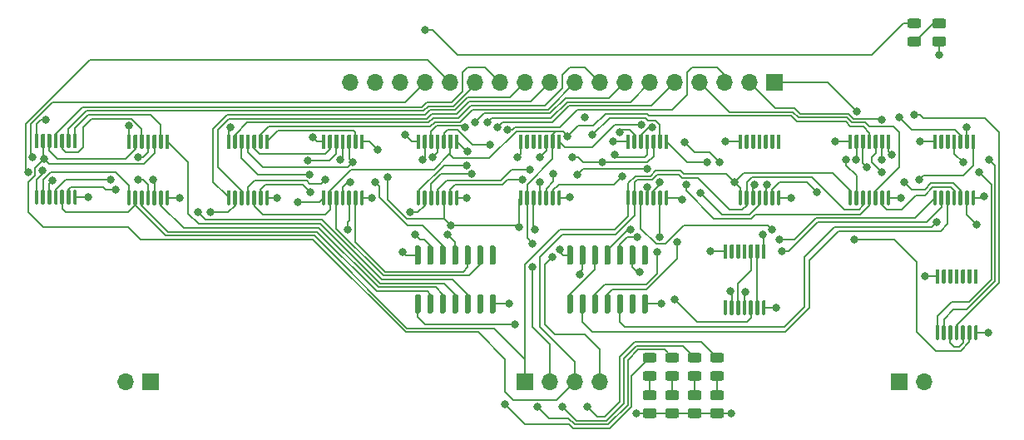
<source format=gbr>
%TF.GenerationSoftware,KiCad,Pcbnew,(5.1.10-1-10_14)*%
%TF.CreationDate,2021-11-22T02:45:21-05:00*%
%TF.ProjectId,control-unit,636f6e74-726f-46c2-9d75-6e69742e6b69,rev?*%
%TF.SameCoordinates,Original*%
%TF.FileFunction,Copper,L1,Top*%
%TF.FilePolarity,Positive*%
%FSLAX46Y46*%
G04 Gerber Fmt 4.6, Leading zero omitted, Abs format (unit mm)*
G04 Created by KiCad (PCBNEW (5.1.10-1-10_14)) date 2021-11-22 02:45:21*
%MOMM*%
%LPD*%
G01*
G04 APERTURE LIST*
%TA.AperFunction,ComponentPad*%
%ADD10R,1.700000X1.700000*%
%TD*%
%TA.AperFunction,ComponentPad*%
%ADD11O,1.700000X1.700000*%
%TD*%
%TA.AperFunction,ViaPad*%
%ADD12C,0.800000*%
%TD*%
%TA.AperFunction,Conductor*%
%ADD13C,0.200000*%
%TD*%
G04 APERTURE END LIST*
%TO.P,R5,2*%
%TO.N,GND*%
%TA.AperFunction,SMDPad,CuDef*%
G36*
G01*
X151949999Y-114192000D02*
X152850001Y-114192000D01*
G75*
G02*
X153100000Y-114441999I0J-249999D01*
G01*
X153100000Y-114967001D01*
G75*
G02*
X152850001Y-115217000I-249999J0D01*
G01*
X151949999Y-115217000D01*
G75*
G02*
X151700000Y-114967001I0J249999D01*
G01*
X151700000Y-114441999D01*
G75*
G02*
X151949999Y-114192000I249999J0D01*
G01*
G37*
%TD.AperFunction*%
%TO.P,R5,1*%
%TO.N,Net-(D5-Pad1)*%
%TA.AperFunction,SMDPad,CuDef*%
G36*
G01*
X151949999Y-112367000D02*
X152850001Y-112367000D01*
G75*
G02*
X153100000Y-112616999I0J-249999D01*
G01*
X153100000Y-113142001D01*
G75*
G02*
X152850001Y-113392000I-249999J0D01*
G01*
X151949999Y-113392000D01*
G75*
G02*
X151700000Y-113142001I0J249999D01*
G01*
X151700000Y-112616999D01*
G75*
G02*
X151949999Y-112367000I249999J0D01*
G01*
G37*
%TD.AperFunction*%
%TD*%
%TO.P,R4,2*%
%TO.N,GND*%
%TA.AperFunction,SMDPad,CuDef*%
G36*
G01*
X154235999Y-114192000D02*
X155136001Y-114192000D01*
G75*
G02*
X155386000Y-114441999I0J-249999D01*
G01*
X155386000Y-114967001D01*
G75*
G02*
X155136001Y-115217000I-249999J0D01*
G01*
X154235999Y-115217000D01*
G75*
G02*
X153986000Y-114967001I0J249999D01*
G01*
X153986000Y-114441999D01*
G75*
G02*
X154235999Y-114192000I249999J0D01*
G01*
G37*
%TD.AperFunction*%
%TO.P,R4,1*%
%TO.N,Net-(D4-Pad1)*%
%TA.AperFunction,SMDPad,CuDef*%
G36*
G01*
X154235999Y-112367000D02*
X155136001Y-112367000D01*
G75*
G02*
X155386000Y-112616999I0J-249999D01*
G01*
X155386000Y-113142001D01*
G75*
G02*
X155136001Y-113392000I-249999J0D01*
G01*
X154235999Y-113392000D01*
G75*
G02*
X153986000Y-113142001I0J249999D01*
G01*
X153986000Y-112616999D01*
G75*
G02*
X154235999Y-112367000I249999J0D01*
G01*
G37*
%TD.AperFunction*%
%TD*%
%TO.P,R3,2*%
%TO.N,GND*%
%TA.AperFunction,SMDPad,CuDef*%
G36*
G01*
X156521999Y-114192000D02*
X157422001Y-114192000D01*
G75*
G02*
X157672000Y-114441999I0J-249999D01*
G01*
X157672000Y-114967001D01*
G75*
G02*
X157422001Y-115217000I-249999J0D01*
G01*
X156521999Y-115217000D01*
G75*
G02*
X156272000Y-114967001I0J249999D01*
G01*
X156272000Y-114441999D01*
G75*
G02*
X156521999Y-114192000I249999J0D01*
G01*
G37*
%TD.AperFunction*%
%TO.P,R3,1*%
%TO.N,Net-(D3-Pad1)*%
%TA.AperFunction,SMDPad,CuDef*%
G36*
G01*
X156521999Y-112367000D02*
X157422001Y-112367000D01*
G75*
G02*
X157672000Y-112616999I0J-249999D01*
G01*
X157672000Y-113142001D01*
G75*
G02*
X157422001Y-113392000I-249999J0D01*
G01*
X156521999Y-113392000D01*
G75*
G02*
X156272000Y-113142001I0J249999D01*
G01*
X156272000Y-112616999D01*
G75*
G02*
X156521999Y-112367000I249999J0D01*
G01*
G37*
%TD.AperFunction*%
%TD*%
%TO.P,R2,2*%
%TO.N,GND*%
%TA.AperFunction,SMDPad,CuDef*%
G36*
G01*
X158807999Y-114192000D02*
X159708001Y-114192000D01*
G75*
G02*
X159958000Y-114441999I0J-249999D01*
G01*
X159958000Y-114967001D01*
G75*
G02*
X159708001Y-115217000I-249999J0D01*
G01*
X158807999Y-115217000D01*
G75*
G02*
X158558000Y-114967001I0J249999D01*
G01*
X158558000Y-114441999D01*
G75*
G02*
X158807999Y-114192000I249999J0D01*
G01*
G37*
%TD.AperFunction*%
%TO.P,R2,1*%
%TO.N,Net-(D2-Pad1)*%
%TA.AperFunction,SMDPad,CuDef*%
G36*
G01*
X158807999Y-112367000D02*
X159708001Y-112367000D01*
G75*
G02*
X159958000Y-112616999I0J-249999D01*
G01*
X159958000Y-113142001D01*
G75*
G02*
X159708001Y-113392000I-249999J0D01*
G01*
X158807999Y-113392000D01*
G75*
G02*
X158558000Y-113142001I0J249999D01*
G01*
X158558000Y-112616999D01*
G75*
G02*
X158807999Y-112367000I249999J0D01*
G01*
G37*
%TD.AperFunction*%
%TD*%
%TO.P,D5,2*%
%TO.N,OVERFLOW_FLAG*%
%TA.AperFunction,SMDPad,CuDef*%
G36*
G01*
X152856250Y-109532000D02*
X151943750Y-109532000D01*
G75*
G02*
X151700000Y-109288250I0J243750D01*
G01*
X151700000Y-108800750D01*
G75*
G02*
X151943750Y-108557000I243750J0D01*
G01*
X152856250Y-108557000D01*
G75*
G02*
X153100000Y-108800750I0J-243750D01*
G01*
X153100000Y-109288250D01*
G75*
G02*
X152856250Y-109532000I-243750J0D01*
G01*
G37*
%TD.AperFunction*%
%TO.P,D5,1*%
%TO.N,Net-(D5-Pad1)*%
%TA.AperFunction,SMDPad,CuDef*%
G36*
G01*
X152856250Y-111407000D02*
X151943750Y-111407000D01*
G75*
G02*
X151700000Y-111163250I0J243750D01*
G01*
X151700000Y-110675750D01*
G75*
G02*
X151943750Y-110432000I243750J0D01*
G01*
X152856250Y-110432000D01*
G75*
G02*
X153100000Y-110675750I0J-243750D01*
G01*
X153100000Y-111163250D01*
G75*
G02*
X152856250Y-111407000I-243750J0D01*
G01*
G37*
%TD.AperFunction*%
%TD*%
%TO.P,D4,2*%
%TO.N,ZERO_FLAG*%
%TA.AperFunction,SMDPad,CuDef*%
G36*
G01*
X155142250Y-109532000D02*
X154229750Y-109532000D01*
G75*
G02*
X153986000Y-109288250I0J243750D01*
G01*
X153986000Y-108800750D01*
G75*
G02*
X154229750Y-108557000I243750J0D01*
G01*
X155142250Y-108557000D01*
G75*
G02*
X155386000Y-108800750I0J-243750D01*
G01*
X155386000Y-109288250D01*
G75*
G02*
X155142250Y-109532000I-243750J0D01*
G01*
G37*
%TD.AperFunction*%
%TO.P,D4,1*%
%TO.N,Net-(D4-Pad1)*%
%TA.AperFunction,SMDPad,CuDef*%
G36*
G01*
X155142250Y-111407000D02*
X154229750Y-111407000D01*
G75*
G02*
X153986000Y-111163250I0J243750D01*
G01*
X153986000Y-110675750D01*
G75*
G02*
X154229750Y-110432000I243750J0D01*
G01*
X155142250Y-110432000D01*
G75*
G02*
X155386000Y-110675750I0J-243750D01*
G01*
X155386000Y-111163250D01*
G75*
G02*
X155142250Y-111407000I-243750J0D01*
G01*
G37*
%TD.AperFunction*%
%TD*%
%TO.P,D3,2*%
%TO.N,SIGN_FLAG*%
%TA.AperFunction,SMDPad,CuDef*%
G36*
G01*
X157428250Y-109532000D02*
X156515750Y-109532000D01*
G75*
G02*
X156272000Y-109288250I0J243750D01*
G01*
X156272000Y-108800750D01*
G75*
G02*
X156515750Y-108557000I243750J0D01*
G01*
X157428250Y-108557000D01*
G75*
G02*
X157672000Y-108800750I0J-243750D01*
G01*
X157672000Y-109288250D01*
G75*
G02*
X157428250Y-109532000I-243750J0D01*
G01*
G37*
%TD.AperFunction*%
%TO.P,D3,1*%
%TO.N,Net-(D3-Pad1)*%
%TA.AperFunction,SMDPad,CuDef*%
G36*
G01*
X157428250Y-111407000D02*
X156515750Y-111407000D01*
G75*
G02*
X156272000Y-111163250I0J243750D01*
G01*
X156272000Y-110675750D01*
G75*
G02*
X156515750Y-110432000I243750J0D01*
G01*
X157428250Y-110432000D01*
G75*
G02*
X157672000Y-110675750I0J-243750D01*
G01*
X157672000Y-111163250D01*
G75*
G02*
X157428250Y-111407000I-243750J0D01*
G01*
G37*
%TD.AperFunction*%
%TD*%
%TO.P,D2,2*%
%TO.N,CARRY_FLAG*%
%TA.AperFunction,SMDPad,CuDef*%
G36*
G01*
X159714250Y-109532000D02*
X158801750Y-109532000D01*
G75*
G02*
X158558000Y-109288250I0J243750D01*
G01*
X158558000Y-108800750D01*
G75*
G02*
X158801750Y-108557000I243750J0D01*
G01*
X159714250Y-108557000D01*
G75*
G02*
X159958000Y-108800750I0J-243750D01*
G01*
X159958000Y-109288250D01*
G75*
G02*
X159714250Y-109532000I-243750J0D01*
G01*
G37*
%TD.AperFunction*%
%TO.P,D2,1*%
%TO.N,Net-(D2-Pad1)*%
%TA.AperFunction,SMDPad,CuDef*%
G36*
G01*
X159714250Y-111407000D02*
X158801750Y-111407000D01*
G75*
G02*
X158558000Y-111163250I0J243750D01*
G01*
X158558000Y-110675750D01*
G75*
G02*
X158801750Y-110432000I243750J0D01*
G01*
X159714250Y-110432000D01*
G75*
G02*
X159958000Y-110675750I0J-243750D01*
G01*
X159958000Y-111163250D01*
G75*
G02*
X159714250Y-111407000I-243750J0D01*
G01*
G37*
%TD.AperFunction*%
%TD*%
%TO.P,U11,14*%
%TO.N,VCC*%
%TA.AperFunction,SMDPad,CuDef*%
G36*
G01*
X181792000Y-101507000D02*
X181592000Y-101507000D01*
G75*
G02*
X181492000Y-101407000I0J100000D01*
G01*
X181492000Y-100132000D01*
G75*
G02*
X181592000Y-100032000I100000J0D01*
G01*
X181792000Y-100032000D01*
G75*
G02*
X181892000Y-100132000I0J-100000D01*
G01*
X181892000Y-101407000D01*
G75*
G02*
X181792000Y-101507000I-100000J0D01*
G01*
G37*
%TD.AperFunction*%
%TO.P,U11,13*%
%TO.N,Net-(U11-Pad13)*%
%TA.AperFunction,SMDPad,CuDef*%
G36*
G01*
X182442000Y-101507000D02*
X182242000Y-101507000D01*
G75*
G02*
X182142000Y-101407000I0J100000D01*
G01*
X182142000Y-100132000D01*
G75*
G02*
X182242000Y-100032000I100000J0D01*
G01*
X182442000Y-100032000D01*
G75*
G02*
X182542000Y-100132000I0J-100000D01*
G01*
X182542000Y-101407000D01*
G75*
G02*
X182442000Y-101507000I-100000J0D01*
G01*
G37*
%TD.AperFunction*%
%TO.P,U11,12*%
%TO.N,Net-(U11-Pad12)*%
%TA.AperFunction,SMDPad,CuDef*%
G36*
G01*
X183092000Y-101507000D02*
X182892000Y-101507000D01*
G75*
G02*
X182792000Y-101407000I0J100000D01*
G01*
X182792000Y-100132000D01*
G75*
G02*
X182892000Y-100032000I100000J0D01*
G01*
X183092000Y-100032000D01*
G75*
G02*
X183192000Y-100132000I0J-100000D01*
G01*
X183192000Y-101407000D01*
G75*
G02*
X183092000Y-101507000I-100000J0D01*
G01*
G37*
%TD.AperFunction*%
%TO.P,U11,11*%
%TO.N,Net-(U11-Pad11)*%
%TA.AperFunction,SMDPad,CuDef*%
G36*
G01*
X183742000Y-101507000D02*
X183542000Y-101507000D01*
G75*
G02*
X183442000Y-101407000I0J100000D01*
G01*
X183442000Y-100132000D01*
G75*
G02*
X183542000Y-100032000I100000J0D01*
G01*
X183742000Y-100032000D01*
G75*
G02*
X183842000Y-100132000I0J-100000D01*
G01*
X183842000Y-101407000D01*
G75*
G02*
X183742000Y-101507000I-100000J0D01*
G01*
G37*
%TD.AperFunction*%
%TO.P,U11,10*%
%TO.N,Net-(U11-Pad10)*%
%TA.AperFunction,SMDPad,CuDef*%
G36*
G01*
X184392000Y-101507000D02*
X184192000Y-101507000D01*
G75*
G02*
X184092000Y-101407000I0J100000D01*
G01*
X184092000Y-100132000D01*
G75*
G02*
X184192000Y-100032000I100000J0D01*
G01*
X184392000Y-100032000D01*
G75*
G02*
X184492000Y-100132000I0J-100000D01*
G01*
X184492000Y-101407000D01*
G75*
G02*
X184392000Y-101507000I-100000J0D01*
G01*
G37*
%TD.AperFunction*%
%TO.P,U11,9*%
%TO.N,Net-(U11-Pad9)*%
%TA.AperFunction,SMDPad,CuDef*%
G36*
G01*
X185042000Y-101507000D02*
X184842000Y-101507000D01*
G75*
G02*
X184742000Y-101407000I0J100000D01*
G01*
X184742000Y-100132000D01*
G75*
G02*
X184842000Y-100032000I100000J0D01*
G01*
X185042000Y-100032000D01*
G75*
G02*
X185142000Y-100132000I0J-100000D01*
G01*
X185142000Y-101407000D01*
G75*
G02*
X185042000Y-101507000I-100000J0D01*
G01*
G37*
%TD.AperFunction*%
%TO.P,U11,8*%
%TO.N,Net-(U11-Pad8)*%
%TA.AperFunction,SMDPad,CuDef*%
G36*
G01*
X185692000Y-101507000D02*
X185492000Y-101507000D01*
G75*
G02*
X185392000Y-101407000I0J100000D01*
G01*
X185392000Y-100132000D01*
G75*
G02*
X185492000Y-100032000I100000J0D01*
G01*
X185692000Y-100032000D01*
G75*
G02*
X185792000Y-100132000I0J-100000D01*
G01*
X185792000Y-101407000D01*
G75*
G02*
X185692000Y-101507000I-100000J0D01*
G01*
G37*
%TD.AperFunction*%
%TO.P,U11,7*%
%TO.N,GND*%
%TA.AperFunction,SMDPad,CuDef*%
G36*
G01*
X185692000Y-107232000D02*
X185492000Y-107232000D01*
G75*
G02*
X185392000Y-107132000I0J100000D01*
G01*
X185392000Y-105857000D01*
G75*
G02*
X185492000Y-105757000I100000J0D01*
G01*
X185692000Y-105757000D01*
G75*
G02*
X185792000Y-105857000I0J-100000D01*
G01*
X185792000Y-107132000D01*
G75*
G02*
X185692000Y-107232000I-100000J0D01*
G01*
G37*
%TD.AperFunction*%
%TO.P,U11,6*%
%TO.N,OR_JG_JNLE*%
%TA.AperFunction,SMDPad,CuDef*%
G36*
G01*
X185042000Y-107232000D02*
X184842000Y-107232000D01*
G75*
G02*
X184742000Y-107132000I0J100000D01*
G01*
X184742000Y-105857000D01*
G75*
G02*
X184842000Y-105757000I100000J0D01*
G01*
X185042000Y-105757000D01*
G75*
G02*
X185142000Y-105857000I0J-100000D01*
G01*
X185142000Y-107132000D01*
G75*
G02*
X185042000Y-107232000I-100000J0D01*
G01*
G37*
%TD.AperFunction*%
%TO.P,U11,5*%
%TO.N,Net-(U11-Pad3)*%
%TA.AperFunction,SMDPad,CuDef*%
G36*
G01*
X184392000Y-107232000D02*
X184192000Y-107232000D01*
G75*
G02*
X184092000Y-107132000I0J100000D01*
G01*
X184092000Y-105857000D01*
G75*
G02*
X184192000Y-105757000I100000J0D01*
G01*
X184392000Y-105757000D01*
G75*
G02*
X184492000Y-105857000I0J-100000D01*
G01*
X184492000Y-107132000D01*
G75*
G02*
X184392000Y-107232000I-100000J0D01*
G01*
G37*
%TD.AperFunction*%
%TO.P,U11,4*%
%TO.N,Net-(U11-Pad4)*%
%TA.AperFunction,SMDPad,CuDef*%
G36*
G01*
X183742000Y-107232000D02*
X183542000Y-107232000D01*
G75*
G02*
X183442000Y-107132000I0J100000D01*
G01*
X183442000Y-105857000D01*
G75*
G02*
X183542000Y-105757000I100000J0D01*
G01*
X183742000Y-105757000D01*
G75*
G02*
X183842000Y-105857000I0J-100000D01*
G01*
X183842000Y-107132000D01*
G75*
G02*
X183742000Y-107232000I-100000J0D01*
G01*
G37*
%TD.AperFunction*%
%TO.P,U11,3*%
%TO.N,Net-(U11-Pad3)*%
%TA.AperFunction,SMDPad,CuDef*%
G36*
G01*
X183092000Y-107232000D02*
X182892000Y-107232000D01*
G75*
G02*
X182792000Y-107132000I0J100000D01*
G01*
X182792000Y-105857000D01*
G75*
G02*
X182892000Y-105757000I100000J0D01*
G01*
X183092000Y-105757000D01*
G75*
G02*
X183192000Y-105857000I0J-100000D01*
G01*
X183192000Y-107132000D01*
G75*
G02*
X183092000Y-107232000I-100000J0D01*
G01*
G37*
%TD.AperFunction*%
%TO.P,U11,2*%
%TO.N,Net-(U10-Pad11)*%
%TA.AperFunction,SMDPad,CuDef*%
G36*
G01*
X182442000Y-107232000D02*
X182242000Y-107232000D01*
G75*
G02*
X182142000Y-107132000I0J100000D01*
G01*
X182142000Y-105857000D01*
G75*
G02*
X182242000Y-105757000I100000J0D01*
G01*
X182442000Y-105757000D01*
G75*
G02*
X182542000Y-105857000I0J-100000D01*
G01*
X182542000Y-107132000D01*
G75*
G02*
X182442000Y-107232000I-100000J0D01*
G01*
G37*
%TD.AperFunction*%
%TO.P,U11,1*%
%TO.N,Net-(U11-Pad1)*%
%TA.AperFunction,SMDPad,CuDef*%
G36*
G01*
X181792000Y-107232000D02*
X181592000Y-107232000D01*
G75*
G02*
X181492000Y-107132000I0J100000D01*
G01*
X181492000Y-105857000D01*
G75*
G02*
X181592000Y-105757000I100000J0D01*
G01*
X181792000Y-105757000D01*
G75*
G02*
X181892000Y-105857000I0J-100000D01*
G01*
X181892000Y-107132000D01*
G75*
G02*
X181792000Y-107232000I-100000J0D01*
G01*
G37*
%TD.AperFunction*%
%TD*%
D10*
%TO.P,J4,1*%
%TO.N,VCC*%
X177800000Y-111506000D03*
D11*
%TO.P,J4,2*%
X180340000Y-111506000D03*
%TD*%
%TO.P,R1,2*%
%TO.N,GND*%
%TA.AperFunction,SMDPad,CuDef*%
G36*
G01*
X181413999Y-76346000D02*
X182314001Y-76346000D01*
G75*
G02*
X182564000Y-76595999I0J-249999D01*
G01*
X182564000Y-77121001D01*
G75*
G02*
X182314001Y-77371000I-249999J0D01*
G01*
X181413999Y-77371000D01*
G75*
G02*
X181164000Y-77121001I0J249999D01*
G01*
X181164000Y-76595999D01*
G75*
G02*
X181413999Y-76346000I249999J0D01*
G01*
G37*
%TD.AperFunction*%
%TO.P,R1,1*%
%TO.N,Net-(D1-Pad1)*%
%TA.AperFunction,SMDPad,CuDef*%
G36*
G01*
X181413999Y-74521000D02*
X182314001Y-74521000D01*
G75*
G02*
X182564000Y-74770999I0J-249999D01*
G01*
X182564000Y-75296001D01*
G75*
G02*
X182314001Y-75546000I-249999J0D01*
G01*
X181413999Y-75546000D01*
G75*
G02*
X181164000Y-75296001I0J249999D01*
G01*
X181164000Y-74770999D01*
G75*
G02*
X181413999Y-74521000I249999J0D01*
G01*
G37*
%TD.AperFunction*%
%TD*%
%TO.P,D1,2*%
%TO.N,~LOAD_PROGRAM_COUNTER_COND*%
%TA.AperFunction,SMDPad,CuDef*%
G36*
G01*
X179780250Y-75496000D02*
X178867750Y-75496000D01*
G75*
G02*
X178624000Y-75252250I0J243750D01*
G01*
X178624000Y-74764750D01*
G75*
G02*
X178867750Y-74521000I243750J0D01*
G01*
X179780250Y-74521000D01*
G75*
G02*
X180024000Y-74764750I0J-243750D01*
G01*
X180024000Y-75252250D01*
G75*
G02*
X179780250Y-75496000I-243750J0D01*
G01*
G37*
%TD.AperFunction*%
%TO.P,D1,1*%
%TO.N,Net-(D1-Pad1)*%
%TA.AperFunction,SMDPad,CuDef*%
G36*
G01*
X179780250Y-77371000D02*
X178867750Y-77371000D01*
G75*
G02*
X178624000Y-77127250I0J243750D01*
G01*
X178624000Y-76639750D01*
G75*
G02*
X178867750Y-76396000I243750J0D01*
G01*
X179780250Y-76396000D01*
G75*
G02*
X180024000Y-76639750I0J-243750D01*
G01*
X180024000Y-77127250D01*
G75*
G02*
X179780250Y-77371000I-243750J0D01*
G01*
G37*
%TD.AperFunction*%
%TD*%
%TO.P,J3,2*%
%TO.N,GND*%
X99060000Y-111506000D03*
D10*
%TO.P,J3,1*%
X101600000Y-111506000D03*
%TD*%
%TO.P,U14,14*%
%TO.N,VCC*%
%TA.AperFunction,SMDPad,CuDef*%
G36*
G01*
X144422000Y-99592000D02*
X144122000Y-99592000D01*
G75*
G02*
X143972000Y-99442000I0J150000D01*
G01*
X143972000Y-97792000D01*
G75*
G02*
X144122000Y-97642000I150000J0D01*
G01*
X144422000Y-97642000D01*
G75*
G02*
X144572000Y-97792000I0J-150000D01*
G01*
X144572000Y-99442000D01*
G75*
G02*
X144422000Y-99592000I-150000J0D01*
G01*
G37*
%TD.AperFunction*%
%TO.P,U14,13*%
%TO.N,Net-(U12-Pad2)*%
%TA.AperFunction,SMDPad,CuDef*%
G36*
G01*
X145692000Y-99592000D02*
X145392000Y-99592000D01*
G75*
G02*
X145242000Y-99442000I0J150000D01*
G01*
X145242000Y-97792000D01*
G75*
G02*
X145392000Y-97642000I150000J0D01*
G01*
X145692000Y-97642000D01*
G75*
G02*
X145842000Y-97792000I0J-150000D01*
G01*
X145842000Y-99442000D01*
G75*
G02*
X145692000Y-99592000I-150000J0D01*
G01*
G37*
%TD.AperFunction*%
%TO.P,U14,12*%
%TO.N,Net-(U14-Pad1)*%
%TA.AperFunction,SMDPad,CuDef*%
G36*
G01*
X146962000Y-99592000D02*
X146662000Y-99592000D01*
G75*
G02*
X146512000Y-99442000I0J150000D01*
G01*
X146512000Y-97792000D01*
G75*
G02*
X146662000Y-97642000I150000J0D01*
G01*
X146962000Y-97642000D01*
G75*
G02*
X147112000Y-97792000I0J-150000D01*
G01*
X147112000Y-99442000D01*
G75*
G02*
X146962000Y-99592000I-150000J0D01*
G01*
G37*
%TD.AperFunction*%
%TO.P,U14,11*%
%TO.N,OR_JUMP*%
%TA.AperFunction,SMDPad,CuDef*%
G36*
G01*
X148232000Y-99592000D02*
X147932000Y-99592000D01*
G75*
G02*
X147782000Y-99442000I0J150000D01*
G01*
X147782000Y-97792000D01*
G75*
G02*
X147932000Y-97642000I150000J0D01*
G01*
X148232000Y-97642000D01*
G75*
G02*
X148382000Y-97792000I0J-150000D01*
G01*
X148382000Y-99442000D01*
G75*
G02*
X148232000Y-99592000I-150000J0D01*
G01*
G37*
%TD.AperFunction*%
%TO.P,U14,10*%
%TO.N,OR_JLE_JNG*%
%TA.AperFunction,SMDPad,CuDef*%
G36*
G01*
X149502000Y-99592000D02*
X149202000Y-99592000D01*
G75*
G02*
X149052000Y-99442000I0J150000D01*
G01*
X149052000Y-97792000D01*
G75*
G02*
X149202000Y-97642000I150000J0D01*
G01*
X149502000Y-97642000D01*
G75*
G02*
X149652000Y-97792000I0J-150000D01*
G01*
X149652000Y-99442000D01*
G75*
G02*
X149502000Y-99592000I-150000J0D01*
G01*
G37*
%TD.AperFunction*%
%TO.P,U14,9*%
%TO.N,OR_JG_JNLE*%
%TA.AperFunction,SMDPad,CuDef*%
G36*
G01*
X150772000Y-99592000D02*
X150472000Y-99592000D01*
G75*
G02*
X150322000Y-99442000I0J150000D01*
G01*
X150322000Y-97792000D01*
G75*
G02*
X150472000Y-97642000I150000J0D01*
G01*
X150772000Y-97642000D01*
G75*
G02*
X150922000Y-97792000I0J-150000D01*
G01*
X150922000Y-99442000D01*
G75*
G02*
X150772000Y-99592000I-150000J0D01*
G01*
G37*
%TD.AperFunction*%
%TO.P,U14,8*%
%TO.N,N/C*%
%TA.AperFunction,SMDPad,CuDef*%
G36*
G01*
X152042000Y-99592000D02*
X151742000Y-99592000D01*
G75*
G02*
X151592000Y-99442000I0J150000D01*
G01*
X151592000Y-97792000D01*
G75*
G02*
X151742000Y-97642000I150000J0D01*
G01*
X152042000Y-97642000D01*
G75*
G02*
X152192000Y-97792000I0J-150000D01*
G01*
X152192000Y-99442000D01*
G75*
G02*
X152042000Y-99592000I-150000J0D01*
G01*
G37*
%TD.AperFunction*%
%TO.P,U14,7*%
%TO.N,GND*%
%TA.AperFunction,SMDPad,CuDef*%
G36*
G01*
X152042000Y-104542000D02*
X151742000Y-104542000D01*
G75*
G02*
X151592000Y-104392000I0J150000D01*
G01*
X151592000Y-102742000D01*
G75*
G02*
X151742000Y-102592000I150000J0D01*
G01*
X152042000Y-102592000D01*
G75*
G02*
X152192000Y-102742000I0J-150000D01*
G01*
X152192000Y-104392000D01*
G75*
G02*
X152042000Y-104542000I-150000J0D01*
G01*
G37*
%TD.AperFunction*%
%TO.P,U14,6*%
%TO.N,N/C*%
%TA.AperFunction,SMDPad,CuDef*%
G36*
G01*
X150772000Y-104542000D02*
X150472000Y-104542000D01*
G75*
G02*
X150322000Y-104392000I0J150000D01*
G01*
X150322000Y-102742000D01*
G75*
G02*
X150472000Y-102592000I150000J0D01*
G01*
X150772000Y-102592000D01*
G75*
G02*
X150922000Y-102742000I0J-150000D01*
G01*
X150922000Y-104392000D01*
G75*
G02*
X150772000Y-104542000I-150000J0D01*
G01*
G37*
%TD.AperFunction*%
%TO.P,U14,5*%
%TO.N,OR_JGE_JNL*%
%TA.AperFunction,SMDPad,CuDef*%
G36*
G01*
X149502000Y-104542000D02*
X149202000Y-104542000D01*
G75*
G02*
X149052000Y-104392000I0J150000D01*
G01*
X149052000Y-102742000D01*
G75*
G02*
X149202000Y-102592000I150000J0D01*
G01*
X149502000Y-102592000D01*
G75*
G02*
X149652000Y-102742000I0J-150000D01*
G01*
X149652000Y-104392000D01*
G75*
G02*
X149502000Y-104542000I-150000J0D01*
G01*
G37*
%TD.AperFunction*%
%TO.P,U14,4*%
%TO.N,OR_JL_JNGE*%
%TA.AperFunction,SMDPad,CuDef*%
G36*
G01*
X148232000Y-104542000D02*
X147932000Y-104542000D01*
G75*
G02*
X147782000Y-104392000I0J150000D01*
G01*
X147782000Y-102742000D01*
G75*
G02*
X147932000Y-102592000I150000J0D01*
G01*
X148232000Y-102592000D01*
G75*
G02*
X148382000Y-102742000I0J-150000D01*
G01*
X148382000Y-104392000D01*
G75*
G02*
X148232000Y-104542000I-150000J0D01*
G01*
G37*
%TD.AperFunction*%
%TO.P,U14,3*%
%TO.N,OR_JA_JNBE*%
%TA.AperFunction,SMDPad,CuDef*%
G36*
G01*
X146962000Y-104542000D02*
X146662000Y-104542000D01*
G75*
G02*
X146512000Y-104392000I0J150000D01*
G01*
X146512000Y-102742000D01*
G75*
G02*
X146662000Y-102592000I150000J0D01*
G01*
X146962000Y-102592000D01*
G75*
G02*
X147112000Y-102742000I0J-150000D01*
G01*
X147112000Y-104392000D01*
G75*
G02*
X146962000Y-104542000I-150000J0D01*
G01*
G37*
%TD.AperFunction*%
%TO.P,U14,2*%
%TO.N,OR_JBE_JNA*%
%TA.AperFunction,SMDPad,CuDef*%
G36*
G01*
X145692000Y-104542000D02*
X145392000Y-104542000D01*
G75*
G02*
X145242000Y-104392000I0J150000D01*
G01*
X145242000Y-102742000D01*
G75*
G02*
X145392000Y-102592000I150000J0D01*
G01*
X145692000Y-102592000D01*
G75*
G02*
X145842000Y-102742000I0J-150000D01*
G01*
X145842000Y-104392000D01*
G75*
G02*
X145692000Y-104542000I-150000J0D01*
G01*
G37*
%TD.AperFunction*%
%TO.P,U14,1*%
%TO.N,Net-(U14-Pad1)*%
%TA.AperFunction,SMDPad,CuDef*%
G36*
G01*
X144422000Y-104542000D02*
X144122000Y-104542000D01*
G75*
G02*
X143972000Y-104392000I0J150000D01*
G01*
X143972000Y-102742000D01*
G75*
G02*
X144122000Y-102592000I150000J0D01*
G01*
X144422000Y-102592000D01*
G75*
G02*
X144572000Y-102742000I0J-150000D01*
G01*
X144572000Y-104392000D01*
G75*
G02*
X144422000Y-104542000I-150000J0D01*
G01*
G37*
%TD.AperFunction*%
%TD*%
%TO.P,U13,14*%
%TO.N,VCC*%
%TA.AperFunction,SMDPad,CuDef*%
G36*
G01*
X128928000Y-99592000D02*
X128628000Y-99592000D01*
G75*
G02*
X128478000Y-99442000I0J150000D01*
G01*
X128478000Y-97792000D01*
G75*
G02*
X128628000Y-97642000I150000J0D01*
G01*
X128928000Y-97642000D01*
G75*
G02*
X129078000Y-97792000I0J-150000D01*
G01*
X129078000Y-99442000D01*
G75*
G02*
X128928000Y-99592000I-150000J0D01*
G01*
G37*
%TD.AperFunction*%
%TO.P,U13,13*%
%TO.N,Net-(U12-Pad5)*%
%TA.AperFunction,SMDPad,CuDef*%
G36*
G01*
X130198000Y-99592000D02*
X129898000Y-99592000D01*
G75*
G02*
X129748000Y-99442000I0J150000D01*
G01*
X129748000Y-97792000D01*
G75*
G02*
X129898000Y-97642000I150000J0D01*
G01*
X130198000Y-97642000D01*
G75*
G02*
X130348000Y-97792000I0J-150000D01*
G01*
X130348000Y-99442000D01*
G75*
G02*
X130198000Y-99592000I-150000J0D01*
G01*
G37*
%TD.AperFunction*%
%TO.P,U13,12*%
%TO.N,OR_JNB_JAE_JNC*%
%TA.AperFunction,SMDPad,CuDef*%
G36*
G01*
X131468000Y-99592000D02*
X131168000Y-99592000D01*
G75*
G02*
X131018000Y-99442000I0J150000D01*
G01*
X131018000Y-97792000D01*
G75*
G02*
X131168000Y-97642000I150000J0D01*
G01*
X131468000Y-97642000D01*
G75*
G02*
X131618000Y-97792000I0J-150000D01*
G01*
X131618000Y-99442000D01*
G75*
G02*
X131468000Y-99592000I-150000J0D01*
G01*
G37*
%TD.AperFunction*%
%TO.P,U13,11*%
%TO.N,OR_JB_JNAE_JC*%
%TA.AperFunction,SMDPad,CuDef*%
G36*
G01*
X132738000Y-99592000D02*
X132438000Y-99592000D01*
G75*
G02*
X132288000Y-99442000I0J150000D01*
G01*
X132288000Y-97792000D01*
G75*
G02*
X132438000Y-97642000I150000J0D01*
G01*
X132738000Y-97642000D01*
G75*
G02*
X132888000Y-97792000I0J-150000D01*
G01*
X132888000Y-99442000D01*
G75*
G02*
X132738000Y-99592000I-150000J0D01*
G01*
G37*
%TD.AperFunction*%
%TO.P,U13,10*%
%TO.N,OR_JNE_JNZ*%
%TA.AperFunction,SMDPad,CuDef*%
G36*
G01*
X134008000Y-99592000D02*
X133708000Y-99592000D01*
G75*
G02*
X133558000Y-99442000I0J150000D01*
G01*
X133558000Y-97792000D01*
G75*
G02*
X133708000Y-97642000I150000J0D01*
G01*
X134008000Y-97642000D01*
G75*
G02*
X134158000Y-97792000I0J-150000D01*
G01*
X134158000Y-99442000D01*
G75*
G02*
X134008000Y-99592000I-150000J0D01*
G01*
G37*
%TD.AperFunction*%
%TO.P,U13,9*%
%TO.N,OR_JE_JZ*%
%TA.AperFunction,SMDPad,CuDef*%
G36*
G01*
X135278000Y-99592000D02*
X134978000Y-99592000D01*
G75*
G02*
X134828000Y-99442000I0J150000D01*
G01*
X134828000Y-97792000D01*
G75*
G02*
X134978000Y-97642000I150000J0D01*
G01*
X135278000Y-97642000D01*
G75*
G02*
X135428000Y-97792000I0J-150000D01*
G01*
X135428000Y-99442000D01*
G75*
G02*
X135278000Y-99592000I-150000J0D01*
G01*
G37*
%TD.AperFunction*%
%TO.P,U13,8*%
%TO.N,N/C*%
%TA.AperFunction,SMDPad,CuDef*%
G36*
G01*
X136548000Y-99592000D02*
X136248000Y-99592000D01*
G75*
G02*
X136098000Y-99442000I0J150000D01*
G01*
X136098000Y-97792000D01*
G75*
G02*
X136248000Y-97642000I150000J0D01*
G01*
X136548000Y-97642000D01*
G75*
G02*
X136698000Y-97792000I0J-150000D01*
G01*
X136698000Y-99442000D01*
G75*
G02*
X136548000Y-99592000I-150000J0D01*
G01*
G37*
%TD.AperFunction*%
%TO.P,U13,7*%
%TO.N,GND*%
%TA.AperFunction,SMDPad,CuDef*%
G36*
G01*
X136548000Y-104542000D02*
X136248000Y-104542000D01*
G75*
G02*
X136098000Y-104392000I0J150000D01*
G01*
X136098000Y-102742000D01*
G75*
G02*
X136248000Y-102592000I150000J0D01*
G01*
X136548000Y-102592000D01*
G75*
G02*
X136698000Y-102742000I0J-150000D01*
G01*
X136698000Y-104392000D01*
G75*
G02*
X136548000Y-104542000I-150000J0D01*
G01*
G37*
%TD.AperFunction*%
%TO.P,U13,6*%
%TO.N,N/C*%
%TA.AperFunction,SMDPad,CuDef*%
G36*
G01*
X135278000Y-104542000D02*
X134978000Y-104542000D01*
G75*
G02*
X134828000Y-104392000I0J150000D01*
G01*
X134828000Y-102742000D01*
G75*
G02*
X134978000Y-102592000I150000J0D01*
G01*
X135278000Y-102592000D01*
G75*
G02*
X135428000Y-102742000I0J-150000D01*
G01*
X135428000Y-104392000D01*
G75*
G02*
X135278000Y-104542000I-150000J0D01*
G01*
G37*
%TD.AperFunction*%
%TO.P,U13,5*%
%TO.N,OR_JNS*%
%TA.AperFunction,SMDPad,CuDef*%
G36*
G01*
X134008000Y-104542000D02*
X133708000Y-104542000D01*
G75*
G02*
X133558000Y-104392000I0J150000D01*
G01*
X133558000Y-102742000D01*
G75*
G02*
X133708000Y-102592000I150000J0D01*
G01*
X134008000Y-102592000D01*
G75*
G02*
X134158000Y-102742000I0J-150000D01*
G01*
X134158000Y-104392000D01*
G75*
G02*
X134008000Y-104542000I-150000J0D01*
G01*
G37*
%TD.AperFunction*%
%TO.P,U13,4*%
%TO.N,OR_JS*%
%TA.AperFunction,SMDPad,CuDef*%
G36*
G01*
X132738000Y-104542000D02*
X132438000Y-104542000D01*
G75*
G02*
X132288000Y-104392000I0J150000D01*
G01*
X132288000Y-102742000D01*
G75*
G02*
X132438000Y-102592000I150000J0D01*
G01*
X132738000Y-102592000D01*
G75*
G02*
X132888000Y-102742000I0J-150000D01*
G01*
X132888000Y-104392000D01*
G75*
G02*
X132738000Y-104542000I-150000J0D01*
G01*
G37*
%TD.AperFunction*%
%TO.P,U13,3*%
%TO.N,OR_JNO*%
%TA.AperFunction,SMDPad,CuDef*%
G36*
G01*
X131468000Y-104542000D02*
X131168000Y-104542000D01*
G75*
G02*
X131018000Y-104392000I0J150000D01*
G01*
X131018000Y-102742000D01*
G75*
G02*
X131168000Y-102592000I150000J0D01*
G01*
X131468000Y-102592000D01*
G75*
G02*
X131618000Y-102742000I0J-150000D01*
G01*
X131618000Y-104392000D01*
G75*
G02*
X131468000Y-104542000I-150000J0D01*
G01*
G37*
%TD.AperFunction*%
%TO.P,U13,2*%
%TO.N,OR_JO*%
%TA.AperFunction,SMDPad,CuDef*%
G36*
G01*
X130198000Y-104542000D02*
X129898000Y-104542000D01*
G75*
G02*
X129748000Y-104392000I0J150000D01*
G01*
X129748000Y-102742000D01*
G75*
G02*
X129898000Y-102592000I150000J0D01*
G01*
X130198000Y-102592000D01*
G75*
G02*
X130348000Y-102742000I0J-150000D01*
G01*
X130348000Y-104392000D01*
G75*
G02*
X130198000Y-104542000I-150000J0D01*
G01*
G37*
%TD.AperFunction*%
%TO.P,U13,1*%
%TO.N,Net-(U12-Pad4)*%
%TA.AperFunction,SMDPad,CuDef*%
G36*
G01*
X128928000Y-104542000D02*
X128628000Y-104542000D01*
G75*
G02*
X128478000Y-104392000I0J150000D01*
G01*
X128478000Y-102742000D01*
G75*
G02*
X128628000Y-102592000I150000J0D01*
G01*
X128928000Y-102592000D01*
G75*
G02*
X129078000Y-102742000I0J-150000D01*
G01*
X129078000Y-104392000D01*
G75*
G02*
X128928000Y-104542000I-150000J0D01*
G01*
G37*
%TD.AperFunction*%
%TD*%
%TO.P,U12,14*%
%TO.N,VCC*%
%TA.AperFunction,SMDPad,CuDef*%
G36*
G01*
X160202000Y-98967000D02*
X160002000Y-98967000D01*
G75*
G02*
X159902000Y-98867000I0J100000D01*
G01*
X159902000Y-97592000D01*
G75*
G02*
X160002000Y-97492000I100000J0D01*
G01*
X160202000Y-97492000D01*
G75*
G02*
X160302000Y-97592000I0J-100000D01*
G01*
X160302000Y-98867000D01*
G75*
G02*
X160202000Y-98967000I-100000J0D01*
G01*
G37*
%TD.AperFunction*%
%TO.P,U12,13*%
%TO.N,Net-(U12-Pad13)*%
%TA.AperFunction,SMDPad,CuDef*%
G36*
G01*
X160852000Y-98967000D02*
X160652000Y-98967000D01*
G75*
G02*
X160552000Y-98867000I0J100000D01*
G01*
X160552000Y-97592000D01*
G75*
G02*
X160652000Y-97492000I100000J0D01*
G01*
X160852000Y-97492000D01*
G75*
G02*
X160952000Y-97592000I0J-100000D01*
G01*
X160952000Y-98867000D01*
G75*
G02*
X160852000Y-98967000I-100000J0D01*
G01*
G37*
%TD.AperFunction*%
%TO.P,U12,12*%
%TO.N,Net-(U12-Pad12)*%
%TA.AperFunction,SMDPad,CuDef*%
G36*
G01*
X161502000Y-98967000D02*
X161302000Y-98967000D01*
G75*
G02*
X161202000Y-98867000I0J100000D01*
G01*
X161202000Y-97592000D01*
G75*
G02*
X161302000Y-97492000I100000J0D01*
G01*
X161502000Y-97492000D01*
G75*
G02*
X161602000Y-97592000I0J-100000D01*
G01*
X161602000Y-98867000D01*
G75*
G02*
X161502000Y-98967000I-100000J0D01*
G01*
G37*
%TD.AperFunction*%
%TO.P,U12,11*%
%TO.N,Net-(U12-Pad11)*%
%TA.AperFunction,SMDPad,CuDef*%
G36*
G01*
X162152000Y-98967000D02*
X161952000Y-98967000D01*
G75*
G02*
X161852000Y-98867000I0J100000D01*
G01*
X161852000Y-97592000D01*
G75*
G02*
X161952000Y-97492000I100000J0D01*
G01*
X162152000Y-97492000D01*
G75*
G02*
X162252000Y-97592000I0J-100000D01*
G01*
X162252000Y-98867000D01*
G75*
G02*
X162152000Y-98967000I-100000J0D01*
G01*
G37*
%TD.AperFunction*%
%TO.P,U12,10*%
%TO.N,Net-(U12-Pad10)*%
%TA.AperFunction,SMDPad,CuDef*%
G36*
G01*
X162802000Y-98967000D02*
X162602000Y-98967000D01*
G75*
G02*
X162502000Y-98867000I0J100000D01*
G01*
X162502000Y-97592000D01*
G75*
G02*
X162602000Y-97492000I100000J0D01*
G01*
X162802000Y-97492000D01*
G75*
G02*
X162902000Y-97592000I0J-100000D01*
G01*
X162902000Y-98867000D01*
G75*
G02*
X162802000Y-98967000I-100000J0D01*
G01*
G37*
%TD.AperFunction*%
%TO.P,U12,9*%
%TO.N,Net-(U12-Pad6)*%
%TA.AperFunction,SMDPad,CuDef*%
G36*
G01*
X163452000Y-98967000D02*
X163252000Y-98967000D01*
G75*
G02*
X163152000Y-98867000I0J100000D01*
G01*
X163152000Y-97592000D01*
G75*
G02*
X163252000Y-97492000I100000J0D01*
G01*
X163452000Y-97492000D01*
G75*
G02*
X163552000Y-97592000I0J-100000D01*
G01*
X163552000Y-98867000D01*
G75*
G02*
X163452000Y-98967000I-100000J0D01*
G01*
G37*
%TD.AperFunction*%
%TO.P,U12,8*%
%TO.N,~LOAD_PROGRAM_COUNTER_COND*%
%TA.AperFunction,SMDPad,CuDef*%
G36*
G01*
X164102000Y-98967000D02*
X163902000Y-98967000D01*
G75*
G02*
X163802000Y-98867000I0J100000D01*
G01*
X163802000Y-97592000D01*
G75*
G02*
X163902000Y-97492000I100000J0D01*
G01*
X164102000Y-97492000D01*
G75*
G02*
X164202000Y-97592000I0J-100000D01*
G01*
X164202000Y-98867000D01*
G75*
G02*
X164102000Y-98967000I-100000J0D01*
G01*
G37*
%TD.AperFunction*%
%TO.P,U12,7*%
%TO.N,GND*%
%TA.AperFunction,SMDPad,CuDef*%
G36*
G01*
X164102000Y-104692000D02*
X163902000Y-104692000D01*
G75*
G02*
X163802000Y-104592000I0J100000D01*
G01*
X163802000Y-103317000D01*
G75*
G02*
X163902000Y-103217000I100000J0D01*
G01*
X164102000Y-103217000D01*
G75*
G02*
X164202000Y-103317000I0J-100000D01*
G01*
X164202000Y-104592000D01*
G75*
G02*
X164102000Y-104692000I-100000J0D01*
G01*
G37*
%TD.AperFunction*%
%TO.P,U12,6*%
%TO.N,Net-(U12-Pad6)*%
%TA.AperFunction,SMDPad,CuDef*%
G36*
G01*
X163452000Y-104692000D02*
X163252000Y-104692000D01*
G75*
G02*
X163152000Y-104592000I0J100000D01*
G01*
X163152000Y-103317000D01*
G75*
G02*
X163252000Y-103217000I100000J0D01*
G01*
X163452000Y-103217000D01*
G75*
G02*
X163552000Y-103317000I0J-100000D01*
G01*
X163552000Y-104592000D01*
G75*
G02*
X163452000Y-104692000I-100000J0D01*
G01*
G37*
%TD.AperFunction*%
%TO.P,U12,5*%
%TO.N,Net-(U12-Pad5)*%
%TA.AperFunction,SMDPad,CuDef*%
G36*
G01*
X162802000Y-104692000D02*
X162602000Y-104692000D01*
G75*
G02*
X162502000Y-104592000I0J100000D01*
G01*
X162502000Y-103317000D01*
G75*
G02*
X162602000Y-103217000I100000J0D01*
G01*
X162802000Y-103217000D01*
G75*
G02*
X162902000Y-103317000I0J-100000D01*
G01*
X162902000Y-104592000D01*
G75*
G02*
X162802000Y-104692000I-100000J0D01*
G01*
G37*
%TD.AperFunction*%
%TO.P,U12,4*%
%TO.N,Net-(U12-Pad4)*%
%TA.AperFunction,SMDPad,CuDef*%
G36*
G01*
X162152000Y-104692000D02*
X161952000Y-104692000D01*
G75*
G02*
X161852000Y-104592000I0J100000D01*
G01*
X161852000Y-103317000D01*
G75*
G02*
X161952000Y-103217000I100000J0D01*
G01*
X162152000Y-103217000D01*
G75*
G02*
X162252000Y-103317000I0J-100000D01*
G01*
X162252000Y-104592000D01*
G75*
G02*
X162152000Y-104692000I-100000J0D01*
G01*
G37*
%TD.AperFunction*%
%TO.P,U12,3*%
%TO.N,Net-(U12-Pad10)*%
%TA.AperFunction,SMDPad,CuDef*%
G36*
G01*
X161502000Y-104692000D02*
X161302000Y-104692000D01*
G75*
G02*
X161202000Y-104592000I0J100000D01*
G01*
X161202000Y-103317000D01*
G75*
G02*
X161302000Y-103217000I100000J0D01*
G01*
X161502000Y-103217000D01*
G75*
G02*
X161602000Y-103317000I0J-100000D01*
G01*
X161602000Y-104592000D01*
G75*
G02*
X161502000Y-104692000I-100000J0D01*
G01*
G37*
%TD.AperFunction*%
%TO.P,U12,2*%
%TO.N,Net-(U12-Pad2)*%
%TA.AperFunction,SMDPad,CuDef*%
G36*
G01*
X160852000Y-104692000D02*
X160652000Y-104692000D01*
G75*
G02*
X160552000Y-104592000I0J100000D01*
G01*
X160552000Y-103317000D01*
G75*
G02*
X160652000Y-103217000I100000J0D01*
G01*
X160852000Y-103217000D01*
G75*
G02*
X160952000Y-103317000I0J-100000D01*
G01*
X160952000Y-104592000D01*
G75*
G02*
X160852000Y-104692000I-100000J0D01*
G01*
G37*
%TD.AperFunction*%
%TO.P,U12,1*%
%TO.N,Net-(U12-Pad1)*%
%TA.AperFunction,SMDPad,CuDef*%
G36*
G01*
X160202000Y-104692000D02*
X160002000Y-104692000D01*
G75*
G02*
X159902000Y-104592000I0J100000D01*
G01*
X159902000Y-103317000D01*
G75*
G02*
X160002000Y-103217000I100000J0D01*
G01*
X160202000Y-103217000D01*
G75*
G02*
X160302000Y-103317000I0J-100000D01*
G01*
X160302000Y-104592000D01*
G75*
G02*
X160202000Y-104692000I-100000J0D01*
G01*
G37*
%TD.AperFunction*%
%TD*%
%TO.P,U10,14*%
%TO.N,VCC*%
%TA.AperFunction,SMDPad,CuDef*%
G36*
G01*
X181538000Y-87791000D02*
X181338000Y-87791000D01*
G75*
G02*
X181238000Y-87691000I0J100000D01*
G01*
X181238000Y-86416000D01*
G75*
G02*
X181338000Y-86316000I100000J0D01*
G01*
X181538000Y-86316000D01*
G75*
G02*
X181638000Y-86416000I0J-100000D01*
G01*
X181638000Y-87691000D01*
G75*
G02*
X181538000Y-87791000I-100000J0D01*
G01*
G37*
%TD.AperFunction*%
%TO.P,U10,13*%
%TO.N,Net-(U10-Pad13)*%
%TA.AperFunction,SMDPad,CuDef*%
G36*
G01*
X182188000Y-87791000D02*
X181988000Y-87791000D01*
G75*
G02*
X181888000Y-87691000I0J100000D01*
G01*
X181888000Y-86416000D01*
G75*
G02*
X181988000Y-86316000I100000J0D01*
G01*
X182188000Y-86316000D01*
G75*
G02*
X182288000Y-86416000I0J-100000D01*
G01*
X182288000Y-87691000D01*
G75*
G02*
X182188000Y-87791000I-100000J0D01*
G01*
G37*
%TD.AperFunction*%
%TO.P,U10,12*%
%TO.N,Net-(U10-Pad12)*%
%TA.AperFunction,SMDPad,CuDef*%
G36*
G01*
X182838000Y-87791000D02*
X182638000Y-87791000D01*
G75*
G02*
X182538000Y-87691000I0J100000D01*
G01*
X182538000Y-86416000D01*
G75*
G02*
X182638000Y-86316000I100000J0D01*
G01*
X182838000Y-86316000D01*
G75*
G02*
X182938000Y-86416000I0J-100000D01*
G01*
X182938000Y-87691000D01*
G75*
G02*
X182838000Y-87791000I-100000J0D01*
G01*
G37*
%TD.AperFunction*%
%TO.P,U10,11*%
%TO.N,Net-(U10-Pad11)*%
%TA.AperFunction,SMDPad,CuDef*%
G36*
G01*
X183488000Y-87791000D02*
X183288000Y-87791000D01*
G75*
G02*
X183188000Y-87691000I0J100000D01*
G01*
X183188000Y-86416000D01*
G75*
G02*
X183288000Y-86316000I100000J0D01*
G01*
X183488000Y-86316000D01*
G75*
G02*
X183588000Y-86416000I0J-100000D01*
G01*
X183588000Y-87691000D01*
G75*
G02*
X183488000Y-87791000I-100000J0D01*
G01*
G37*
%TD.AperFunction*%
%TO.P,U10,10*%
%TO.N,Net-(U10-Pad10)*%
%TA.AperFunction,SMDPad,CuDef*%
G36*
G01*
X184138000Y-87791000D02*
X183938000Y-87791000D01*
G75*
G02*
X183838000Y-87691000I0J100000D01*
G01*
X183838000Y-86416000D01*
G75*
G02*
X183938000Y-86316000I100000J0D01*
G01*
X184138000Y-86316000D01*
G75*
G02*
X184238000Y-86416000I0J-100000D01*
G01*
X184238000Y-87691000D01*
G75*
G02*
X184138000Y-87791000I-100000J0D01*
G01*
G37*
%TD.AperFunction*%
%TO.P,U10,9*%
%TO.N,Net-(U10-Pad9)*%
%TA.AperFunction,SMDPad,CuDef*%
G36*
G01*
X184788000Y-87791000D02*
X184588000Y-87791000D01*
G75*
G02*
X184488000Y-87691000I0J100000D01*
G01*
X184488000Y-86416000D01*
G75*
G02*
X184588000Y-86316000I100000J0D01*
G01*
X184788000Y-86316000D01*
G75*
G02*
X184888000Y-86416000I0J-100000D01*
G01*
X184888000Y-87691000D01*
G75*
G02*
X184788000Y-87791000I-100000J0D01*
G01*
G37*
%TD.AperFunction*%
%TO.P,U10,8*%
%TO.N,OR_JLE_JNG*%
%TA.AperFunction,SMDPad,CuDef*%
G36*
G01*
X185438000Y-87791000D02*
X185238000Y-87791000D01*
G75*
G02*
X185138000Y-87691000I0J100000D01*
G01*
X185138000Y-86416000D01*
G75*
G02*
X185238000Y-86316000I100000J0D01*
G01*
X185438000Y-86316000D01*
G75*
G02*
X185538000Y-86416000I0J-100000D01*
G01*
X185538000Y-87691000D01*
G75*
G02*
X185438000Y-87791000I-100000J0D01*
G01*
G37*
%TD.AperFunction*%
%TO.P,U10,7*%
%TO.N,GND*%
%TA.AperFunction,SMDPad,CuDef*%
G36*
G01*
X185438000Y-93516000D02*
X185238000Y-93516000D01*
G75*
G02*
X185138000Y-93416000I0J100000D01*
G01*
X185138000Y-92141000D01*
G75*
G02*
X185238000Y-92041000I100000J0D01*
G01*
X185438000Y-92041000D01*
G75*
G02*
X185538000Y-92141000I0J-100000D01*
G01*
X185538000Y-93416000D01*
G75*
G02*
X185438000Y-93516000I-100000J0D01*
G01*
G37*
%TD.AperFunction*%
%TO.P,U10,6*%
%TO.N,OR_JGE_JNL*%
%TA.AperFunction,SMDPad,CuDef*%
G36*
G01*
X184788000Y-93516000D02*
X184588000Y-93516000D01*
G75*
G02*
X184488000Y-93416000I0J100000D01*
G01*
X184488000Y-92141000D01*
G75*
G02*
X184588000Y-92041000I100000J0D01*
G01*
X184788000Y-92041000D01*
G75*
G02*
X184888000Y-92141000I0J-100000D01*
G01*
X184888000Y-93416000D01*
G75*
G02*
X184788000Y-93516000I-100000J0D01*
G01*
G37*
%TD.AperFunction*%
%TO.P,U10,5*%
%TO.N,SF=OF*%
%TA.AperFunction,SMDPad,CuDef*%
G36*
G01*
X184138000Y-93516000D02*
X183938000Y-93516000D01*
G75*
G02*
X183838000Y-93416000I0J100000D01*
G01*
X183838000Y-92141000D01*
G75*
G02*
X183938000Y-92041000I100000J0D01*
G01*
X184138000Y-92041000D01*
G75*
G02*
X184238000Y-92141000I0J-100000D01*
G01*
X184238000Y-93416000D01*
G75*
G02*
X184138000Y-93516000I-100000J0D01*
G01*
G37*
%TD.AperFunction*%
%TO.P,U10,4*%
%TO.N,Net-(U10-Pad4)*%
%TA.AperFunction,SMDPad,CuDef*%
G36*
G01*
X183488000Y-93516000D02*
X183288000Y-93516000D01*
G75*
G02*
X183188000Y-93416000I0J100000D01*
G01*
X183188000Y-92141000D01*
G75*
G02*
X183288000Y-92041000I100000J0D01*
G01*
X183488000Y-92041000D01*
G75*
G02*
X183588000Y-92141000I0J-100000D01*
G01*
X183588000Y-93416000D01*
G75*
G02*
X183488000Y-93516000I-100000J0D01*
G01*
G37*
%TD.AperFunction*%
%TO.P,U10,3*%
%TO.N,OR_JBE_JNA*%
%TA.AperFunction,SMDPad,CuDef*%
G36*
G01*
X182838000Y-93516000D02*
X182638000Y-93516000D01*
G75*
G02*
X182538000Y-93416000I0J100000D01*
G01*
X182538000Y-92141000D01*
G75*
G02*
X182638000Y-92041000I100000J0D01*
G01*
X182838000Y-92041000D01*
G75*
G02*
X182938000Y-92141000I0J-100000D01*
G01*
X182938000Y-93416000D01*
G75*
G02*
X182838000Y-93516000I-100000J0D01*
G01*
G37*
%TD.AperFunction*%
%TO.P,U10,2*%
%TO.N,Net-(U10-Pad2)*%
%TA.AperFunction,SMDPad,CuDef*%
G36*
G01*
X182188000Y-93516000D02*
X181988000Y-93516000D01*
G75*
G02*
X181888000Y-93416000I0J100000D01*
G01*
X181888000Y-92141000D01*
G75*
G02*
X181988000Y-92041000I100000J0D01*
G01*
X182188000Y-92041000D01*
G75*
G02*
X182288000Y-92141000I0J-100000D01*
G01*
X182288000Y-93416000D01*
G75*
G02*
X182188000Y-93516000I-100000J0D01*
G01*
G37*
%TD.AperFunction*%
%TO.P,U10,1*%
%TO.N,Net-(U10-Pad1)*%
%TA.AperFunction,SMDPad,CuDef*%
G36*
G01*
X181538000Y-93516000D02*
X181338000Y-93516000D01*
G75*
G02*
X181238000Y-93416000I0J100000D01*
G01*
X181238000Y-92141000D01*
G75*
G02*
X181338000Y-92041000I100000J0D01*
G01*
X181538000Y-92041000D01*
G75*
G02*
X181638000Y-92141000I0J-100000D01*
G01*
X181638000Y-93416000D01*
G75*
G02*
X181538000Y-93516000I-100000J0D01*
G01*
G37*
%TD.AperFunction*%
%TD*%
%TO.P,U9,14*%
%TO.N,VCC*%
%TA.AperFunction,SMDPad,CuDef*%
G36*
G01*
X172902000Y-87791000D02*
X172702000Y-87791000D01*
G75*
G02*
X172602000Y-87691000I0J100000D01*
G01*
X172602000Y-86416000D01*
G75*
G02*
X172702000Y-86316000I100000J0D01*
G01*
X172902000Y-86316000D01*
G75*
G02*
X173002000Y-86416000I0J-100000D01*
G01*
X173002000Y-87691000D01*
G75*
G02*
X172902000Y-87791000I-100000J0D01*
G01*
G37*
%TD.AperFunction*%
%TO.P,U9,13*%
%TO.N,~J*%
%TA.AperFunction,SMDPad,CuDef*%
G36*
G01*
X173552000Y-87791000D02*
X173352000Y-87791000D01*
G75*
G02*
X173252000Y-87691000I0J100000D01*
G01*
X173252000Y-86416000D01*
G75*
G02*
X173352000Y-86316000I100000J0D01*
G01*
X173552000Y-86316000D01*
G75*
G02*
X173652000Y-86416000I0J-100000D01*
G01*
X173652000Y-87691000D01*
G75*
G02*
X173552000Y-87791000I-100000J0D01*
G01*
G37*
%TD.AperFunction*%
%TO.P,U9,12*%
%TO.N,OR_JUMP*%
%TA.AperFunction,SMDPad,CuDef*%
G36*
G01*
X174202000Y-87791000D02*
X174002000Y-87791000D01*
G75*
G02*
X173902000Y-87691000I0J100000D01*
G01*
X173902000Y-86416000D01*
G75*
G02*
X174002000Y-86316000I100000J0D01*
G01*
X174202000Y-86316000D01*
G75*
G02*
X174302000Y-86416000I0J-100000D01*
G01*
X174302000Y-87691000D01*
G75*
G02*
X174202000Y-87791000I-100000J0D01*
G01*
G37*
%TD.AperFunction*%
%TO.P,U9,11*%
%TO.N,ZERO_FLAG*%
%TA.AperFunction,SMDPad,CuDef*%
G36*
G01*
X174852000Y-87791000D02*
X174652000Y-87791000D01*
G75*
G02*
X174552000Y-87691000I0J100000D01*
G01*
X174552000Y-86416000D01*
G75*
G02*
X174652000Y-86316000I100000J0D01*
G01*
X174852000Y-86316000D01*
G75*
G02*
X174952000Y-86416000I0J-100000D01*
G01*
X174952000Y-87691000D01*
G75*
G02*
X174852000Y-87791000I-100000J0D01*
G01*
G37*
%TD.AperFunction*%
%TO.P,U9,10*%
%TO.N,Net-(U11-Pad1)*%
%TA.AperFunction,SMDPad,CuDef*%
G36*
G01*
X175502000Y-87791000D02*
X175302000Y-87791000D01*
G75*
G02*
X175202000Y-87691000I0J100000D01*
G01*
X175202000Y-86416000D01*
G75*
G02*
X175302000Y-86316000I100000J0D01*
G01*
X175502000Y-86316000D01*
G75*
G02*
X175602000Y-86416000I0J-100000D01*
G01*
X175602000Y-87691000D01*
G75*
G02*
X175502000Y-87791000I-100000J0D01*
G01*
G37*
%TD.AperFunction*%
%TO.P,U9,9*%
%TO.N,~JLE_JNG*%
%TA.AperFunction,SMDPad,CuDef*%
G36*
G01*
X176152000Y-87791000D02*
X175952000Y-87791000D01*
G75*
G02*
X175852000Y-87691000I0J100000D01*
G01*
X175852000Y-86416000D01*
G75*
G02*
X175952000Y-86316000I100000J0D01*
G01*
X176152000Y-86316000D01*
G75*
G02*
X176252000Y-86416000I0J-100000D01*
G01*
X176252000Y-87691000D01*
G75*
G02*
X176152000Y-87791000I-100000J0D01*
G01*
G37*
%TD.AperFunction*%
%TO.P,U9,8*%
%TO.N,Net-(U10-Pad9)*%
%TA.AperFunction,SMDPad,CuDef*%
G36*
G01*
X176802000Y-87791000D02*
X176602000Y-87791000D01*
G75*
G02*
X176502000Y-87691000I0J100000D01*
G01*
X176502000Y-86416000D01*
G75*
G02*
X176602000Y-86316000I100000J0D01*
G01*
X176802000Y-86316000D01*
G75*
G02*
X176902000Y-86416000I0J-100000D01*
G01*
X176902000Y-87691000D01*
G75*
G02*
X176802000Y-87791000I-100000J0D01*
G01*
G37*
%TD.AperFunction*%
%TO.P,U9,7*%
%TO.N,GND*%
%TA.AperFunction,SMDPad,CuDef*%
G36*
G01*
X176802000Y-93516000D02*
X176602000Y-93516000D01*
G75*
G02*
X176502000Y-93416000I0J100000D01*
G01*
X176502000Y-92141000D01*
G75*
G02*
X176602000Y-92041000I100000J0D01*
G01*
X176802000Y-92041000D01*
G75*
G02*
X176902000Y-92141000I0J-100000D01*
G01*
X176902000Y-93416000D01*
G75*
G02*
X176802000Y-93516000I-100000J0D01*
G01*
G37*
%TD.AperFunction*%
%TO.P,U9,6*%
%TO.N,Net-(U10-Pad4)*%
%TA.AperFunction,SMDPad,CuDef*%
G36*
G01*
X176152000Y-93516000D02*
X175952000Y-93516000D01*
G75*
G02*
X175852000Y-93416000I0J100000D01*
G01*
X175852000Y-92141000D01*
G75*
G02*
X175952000Y-92041000I100000J0D01*
G01*
X176152000Y-92041000D01*
G75*
G02*
X176252000Y-92141000I0J-100000D01*
G01*
X176252000Y-93416000D01*
G75*
G02*
X176152000Y-93516000I-100000J0D01*
G01*
G37*
%TD.AperFunction*%
%TO.P,U9,5*%
%TO.N,~JGE_JNL*%
%TA.AperFunction,SMDPad,CuDef*%
G36*
G01*
X175502000Y-93516000D02*
X175302000Y-93516000D01*
G75*
G02*
X175202000Y-93416000I0J100000D01*
G01*
X175202000Y-92141000D01*
G75*
G02*
X175302000Y-92041000I100000J0D01*
G01*
X175502000Y-92041000D01*
G75*
G02*
X175602000Y-92141000I0J-100000D01*
G01*
X175602000Y-93416000D01*
G75*
G02*
X175502000Y-93516000I-100000J0D01*
G01*
G37*
%TD.AperFunction*%
%TO.P,U9,4*%
%TO.N,Net-(U7-Pad13)*%
%TA.AperFunction,SMDPad,CuDef*%
G36*
G01*
X174852000Y-93516000D02*
X174652000Y-93516000D01*
G75*
G02*
X174552000Y-93416000I0J100000D01*
G01*
X174552000Y-92141000D01*
G75*
G02*
X174652000Y-92041000I100000J0D01*
G01*
X174852000Y-92041000D01*
G75*
G02*
X174952000Y-92141000I0J-100000D01*
G01*
X174952000Y-93416000D01*
G75*
G02*
X174852000Y-93516000I-100000J0D01*
G01*
G37*
%TD.AperFunction*%
%TO.P,U9,3*%
%TO.N,SIGN_FLAG*%
%TA.AperFunction,SMDPad,CuDef*%
G36*
G01*
X174202000Y-93516000D02*
X174002000Y-93516000D01*
G75*
G02*
X173902000Y-93416000I0J100000D01*
G01*
X173902000Y-92141000D01*
G75*
G02*
X174002000Y-92041000I100000J0D01*
G01*
X174202000Y-92041000D01*
G75*
G02*
X174302000Y-92141000I0J-100000D01*
G01*
X174302000Y-93416000D01*
G75*
G02*
X174202000Y-93516000I-100000J0D01*
G01*
G37*
%TD.AperFunction*%
%TO.P,U9,2*%
%TO.N,Net-(U7-Pad12)*%
%TA.AperFunction,SMDPad,CuDef*%
G36*
G01*
X173552000Y-93516000D02*
X173352000Y-93516000D01*
G75*
G02*
X173252000Y-93416000I0J100000D01*
G01*
X173252000Y-92141000D01*
G75*
G02*
X173352000Y-92041000I100000J0D01*
G01*
X173552000Y-92041000D01*
G75*
G02*
X173652000Y-92141000I0J-100000D01*
G01*
X173652000Y-93416000D01*
G75*
G02*
X173552000Y-93516000I-100000J0D01*
G01*
G37*
%TD.AperFunction*%
%TO.P,U9,1*%
%TO.N,OVERFLOW_FLAG*%
%TA.AperFunction,SMDPad,CuDef*%
G36*
G01*
X172902000Y-93516000D02*
X172702000Y-93516000D01*
G75*
G02*
X172602000Y-93416000I0J100000D01*
G01*
X172602000Y-92141000D01*
G75*
G02*
X172702000Y-92041000I100000J0D01*
G01*
X172902000Y-92041000D01*
G75*
G02*
X173002000Y-92141000I0J-100000D01*
G01*
X173002000Y-93416000D01*
G75*
G02*
X172902000Y-93516000I-100000J0D01*
G01*
G37*
%TD.AperFunction*%
%TD*%
%TO.P,U8,14*%
%TO.N,VCC*%
%TA.AperFunction,SMDPad,CuDef*%
G36*
G01*
X161726000Y-87791000D02*
X161526000Y-87791000D01*
G75*
G02*
X161426000Y-87691000I0J100000D01*
G01*
X161426000Y-86416000D01*
G75*
G02*
X161526000Y-86316000I100000J0D01*
G01*
X161726000Y-86316000D01*
G75*
G02*
X161826000Y-86416000I0J-100000D01*
G01*
X161826000Y-87691000D01*
G75*
G02*
X161726000Y-87791000I-100000J0D01*
G01*
G37*
%TD.AperFunction*%
%TO.P,U8,13*%
%TO.N,Net-(U8-Pad13)*%
%TA.AperFunction,SMDPad,CuDef*%
G36*
G01*
X162376000Y-87791000D02*
X162176000Y-87791000D01*
G75*
G02*
X162076000Y-87691000I0J100000D01*
G01*
X162076000Y-86416000D01*
G75*
G02*
X162176000Y-86316000I100000J0D01*
G01*
X162376000Y-86316000D01*
G75*
G02*
X162476000Y-86416000I0J-100000D01*
G01*
X162476000Y-87691000D01*
G75*
G02*
X162376000Y-87791000I-100000J0D01*
G01*
G37*
%TD.AperFunction*%
%TO.P,U8,12*%
%TO.N,Net-(U8-Pad12)*%
%TA.AperFunction,SMDPad,CuDef*%
G36*
G01*
X163026000Y-87791000D02*
X162826000Y-87791000D01*
G75*
G02*
X162726000Y-87691000I0J100000D01*
G01*
X162726000Y-86416000D01*
G75*
G02*
X162826000Y-86316000I100000J0D01*
G01*
X163026000Y-86316000D01*
G75*
G02*
X163126000Y-86416000I0J-100000D01*
G01*
X163126000Y-87691000D01*
G75*
G02*
X163026000Y-87791000I-100000J0D01*
G01*
G37*
%TD.AperFunction*%
%TO.P,U8,11*%
%TO.N,Net-(U8-Pad11)*%
%TA.AperFunction,SMDPad,CuDef*%
G36*
G01*
X163676000Y-87791000D02*
X163476000Y-87791000D01*
G75*
G02*
X163376000Y-87691000I0J100000D01*
G01*
X163376000Y-86416000D01*
G75*
G02*
X163476000Y-86316000I100000J0D01*
G01*
X163676000Y-86316000D01*
G75*
G02*
X163776000Y-86416000I0J-100000D01*
G01*
X163776000Y-87691000D01*
G75*
G02*
X163676000Y-87791000I-100000J0D01*
G01*
G37*
%TD.AperFunction*%
%TO.P,U8,10*%
%TO.N,Net-(U8-Pad10)*%
%TA.AperFunction,SMDPad,CuDef*%
G36*
G01*
X164326000Y-87791000D02*
X164126000Y-87791000D01*
G75*
G02*
X164026000Y-87691000I0J100000D01*
G01*
X164026000Y-86416000D01*
G75*
G02*
X164126000Y-86316000I100000J0D01*
G01*
X164326000Y-86316000D01*
G75*
G02*
X164426000Y-86416000I0J-100000D01*
G01*
X164426000Y-87691000D01*
G75*
G02*
X164326000Y-87791000I-100000J0D01*
G01*
G37*
%TD.AperFunction*%
%TO.P,U8,9*%
%TO.N,Net-(U8-Pad9)*%
%TA.AperFunction,SMDPad,CuDef*%
G36*
G01*
X164976000Y-87791000D02*
X164776000Y-87791000D01*
G75*
G02*
X164676000Y-87691000I0J100000D01*
G01*
X164676000Y-86416000D01*
G75*
G02*
X164776000Y-86316000I100000J0D01*
G01*
X164976000Y-86316000D01*
G75*
G02*
X165076000Y-86416000I0J-100000D01*
G01*
X165076000Y-87691000D01*
G75*
G02*
X164976000Y-87791000I-100000J0D01*
G01*
G37*
%TD.AperFunction*%
%TO.P,U8,8*%
%TO.N,Net-(U8-Pad8)*%
%TA.AperFunction,SMDPad,CuDef*%
G36*
G01*
X165626000Y-87791000D02*
X165426000Y-87791000D01*
G75*
G02*
X165326000Y-87691000I0J100000D01*
G01*
X165326000Y-86416000D01*
G75*
G02*
X165426000Y-86316000I100000J0D01*
G01*
X165626000Y-86316000D01*
G75*
G02*
X165726000Y-86416000I0J-100000D01*
G01*
X165726000Y-87691000D01*
G75*
G02*
X165626000Y-87791000I-100000J0D01*
G01*
G37*
%TD.AperFunction*%
%TO.P,U8,7*%
%TO.N,GND*%
%TA.AperFunction,SMDPad,CuDef*%
G36*
G01*
X165626000Y-93516000D02*
X165426000Y-93516000D01*
G75*
G02*
X165326000Y-93416000I0J100000D01*
G01*
X165326000Y-92141000D01*
G75*
G02*
X165426000Y-92041000I100000J0D01*
G01*
X165626000Y-92041000D01*
G75*
G02*
X165726000Y-92141000I0J-100000D01*
G01*
X165726000Y-93416000D01*
G75*
G02*
X165626000Y-93516000I-100000J0D01*
G01*
G37*
%TD.AperFunction*%
%TO.P,U8,6*%
%TO.N,SF=OF*%
%TA.AperFunction,SMDPad,CuDef*%
G36*
G01*
X164976000Y-93516000D02*
X164776000Y-93516000D01*
G75*
G02*
X164676000Y-93416000I0J100000D01*
G01*
X164676000Y-92141000D01*
G75*
G02*
X164776000Y-92041000I100000J0D01*
G01*
X164976000Y-92041000D01*
G75*
G02*
X165076000Y-92141000I0J-100000D01*
G01*
X165076000Y-93416000D01*
G75*
G02*
X164976000Y-93516000I-100000J0D01*
G01*
G37*
%TD.AperFunction*%
%TO.P,U8,5*%
%TO.N,Net-(U7-Pad3)*%
%TA.AperFunction,SMDPad,CuDef*%
G36*
G01*
X164326000Y-93516000D02*
X164126000Y-93516000D01*
G75*
G02*
X164026000Y-93416000I0J100000D01*
G01*
X164026000Y-92141000D01*
G75*
G02*
X164126000Y-92041000I100000J0D01*
G01*
X164326000Y-92041000D01*
G75*
G02*
X164426000Y-92141000I0J-100000D01*
G01*
X164426000Y-93416000D01*
G75*
G02*
X164326000Y-93516000I-100000J0D01*
G01*
G37*
%TD.AperFunction*%
%TO.P,U8,4*%
%TO.N,Net-(U7-Pad11)*%
%TA.AperFunction,SMDPad,CuDef*%
G36*
G01*
X163676000Y-93516000D02*
X163476000Y-93516000D01*
G75*
G02*
X163376000Y-93416000I0J100000D01*
G01*
X163376000Y-92141000D01*
G75*
G02*
X163476000Y-92041000I100000J0D01*
G01*
X163676000Y-92041000D01*
G75*
G02*
X163776000Y-92141000I0J-100000D01*
G01*
X163776000Y-93416000D01*
G75*
G02*
X163676000Y-93516000I-100000J0D01*
G01*
G37*
%TD.AperFunction*%
%TO.P,U8,3*%
%TO.N,SF<>OF*%
%TA.AperFunction,SMDPad,CuDef*%
G36*
G01*
X163026000Y-93516000D02*
X162826000Y-93516000D01*
G75*
G02*
X162726000Y-93416000I0J100000D01*
G01*
X162726000Y-92141000D01*
G75*
G02*
X162826000Y-92041000I100000J0D01*
G01*
X163026000Y-92041000D01*
G75*
G02*
X163126000Y-92141000I0J-100000D01*
G01*
X163126000Y-93416000D01*
G75*
G02*
X163026000Y-93516000I-100000J0D01*
G01*
G37*
%TD.AperFunction*%
%TO.P,U8,2*%
%TO.N,SIGN_FLAG*%
%TA.AperFunction,SMDPad,CuDef*%
G36*
G01*
X162376000Y-93516000D02*
X162176000Y-93516000D01*
G75*
G02*
X162076000Y-93416000I0J100000D01*
G01*
X162076000Y-92141000D01*
G75*
G02*
X162176000Y-92041000I100000J0D01*
G01*
X162376000Y-92041000D01*
G75*
G02*
X162476000Y-92141000I0J-100000D01*
G01*
X162476000Y-93416000D01*
G75*
G02*
X162376000Y-93516000I-100000J0D01*
G01*
G37*
%TD.AperFunction*%
%TO.P,U8,1*%
%TO.N,OVERFLOW_FLAG*%
%TA.AperFunction,SMDPad,CuDef*%
G36*
G01*
X161726000Y-93516000D02*
X161526000Y-93516000D01*
G75*
G02*
X161426000Y-93416000I0J100000D01*
G01*
X161426000Y-92141000D01*
G75*
G02*
X161526000Y-92041000I100000J0D01*
G01*
X161726000Y-92041000D01*
G75*
G02*
X161826000Y-92141000I0J-100000D01*
G01*
X161826000Y-93416000D01*
G75*
G02*
X161726000Y-93516000I-100000J0D01*
G01*
G37*
%TD.AperFunction*%
%TD*%
%TO.P,U7,14*%
%TO.N,VCC*%
%TA.AperFunction,SMDPad,CuDef*%
G36*
G01*
X150296000Y-87791000D02*
X150096000Y-87791000D01*
G75*
G02*
X149996000Y-87691000I0J100000D01*
G01*
X149996000Y-86416000D01*
G75*
G02*
X150096000Y-86316000I100000J0D01*
G01*
X150296000Y-86316000D01*
G75*
G02*
X150396000Y-86416000I0J-100000D01*
G01*
X150396000Y-87691000D01*
G75*
G02*
X150296000Y-87791000I-100000J0D01*
G01*
G37*
%TD.AperFunction*%
%TO.P,U7,13*%
%TO.N,Net-(U7-Pad13)*%
%TA.AperFunction,SMDPad,CuDef*%
G36*
G01*
X150946000Y-87791000D02*
X150746000Y-87791000D01*
G75*
G02*
X150646000Y-87691000I0J100000D01*
G01*
X150646000Y-86416000D01*
G75*
G02*
X150746000Y-86316000I100000J0D01*
G01*
X150946000Y-86316000D01*
G75*
G02*
X151046000Y-86416000I0J-100000D01*
G01*
X151046000Y-87691000D01*
G75*
G02*
X150946000Y-87791000I-100000J0D01*
G01*
G37*
%TD.AperFunction*%
%TO.P,U7,12*%
%TO.N,Net-(U7-Pad12)*%
%TA.AperFunction,SMDPad,CuDef*%
G36*
G01*
X151596000Y-87791000D02*
X151396000Y-87791000D01*
G75*
G02*
X151296000Y-87691000I0J100000D01*
G01*
X151296000Y-86416000D01*
G75*
G02*
X151396000Y-86316000I100000J0D01*
G01*
X151596000Y-86316000D01*
G75*
G02*
X151696000Y-86416000I0J-100000D01*
G01*
X151696000Y-87691000D01*
G75*
G02*
X151596000Y-87791000I-100000J0D01*
G01*
G37*
%TD.AperFunction*%
%TO.P,U7,11*%
%TO.N,Net-(U7-Pad11)*%
%TA.AperFunction,SMDPad,CuDef*%
G36*
G01*
X152246000Y-87791000D02*
X152046000Y-87791000D01*
G75*
G02*
X151946000Y-87691000I0J100000D01*
G01*
X151946000Y-86416000D01*
G75*
G02*
X152046000Y-86316000I100000J0D01*
G01*
X152246000Y-86316000D01*
G75*
G02*
X152346000Y-86416000I0J-100000D01*
G01*
X152346000Y-87691000D01*
G75*
G02*
X152246000Y-87791000I-100000J0D01*
G01*
G37*
%TD.AperFunction*%
%TO.P,U7,10*%
%TO.N,SF<>OF*%
%TA.AperFunction,SMDPad,CuDef*%
G36*
G01*
X152896000Y-87791000D02*
X152696000Y-87791000D01*
G75*
G02*
X152596000Y-87691000I0J100000D01*
G01*
X152596000Y-86416000D01*
G75*
G02*
X152696000Y-86316000I100000J0D01*
G01*
X152896000Y-86316000D01*
G75*
G02*
X152996000Y-86416000I0J-100000D01*
G01*
X152996000Y-87691000D01*
G75*
G02*
X152896000Y-87791000I-100000J0D01*
G01*
G37*
%TD.AperFunction*%
%TO.P,U7,9*%
%TO.N,Net-(U5-Pad10)*%
%TA.AperFunction,SMDPad,CuDef*%
G36*
G01*
X153546000Y-87791000D02*
X153346000Y-87791000D01*
G75*
G02*
X153246000Y-87691000I0J100000D01*
G01*
X153246000Y-86416000D01*
G75*
G02*
X153346000Y-86316000I100000J0D01*
G01*
X153546000Y-86316000D01*
G75*
G02*
X153646000Y-86416000I0J-100000D01*
G01*
X153646000Y-87691000D01*
G75*
G02*
X153546000Y-87791000I-100000J0D01*
G01*
G37*
%TD.AperFunction*%
%TO.P,U7,8*%
%TO.N,OR_JL_JNGE*%
%TA.AperFunction,SMDPad,CuDef*%
G36*
G01*
X154196000Y-87791000D02*
X153996000Y-87791000D01*
G75*
G02*
X153896000Y-87691000I0J100000D01*
G01*
X153896000Y-86416000D01*
G75*
G02*
X153996000Y-86316000I100000J0D01*
G01*
X154196000Y-86316000D01*
G75*
G02*
X154296000Y-86416000I0J-100000D01*
G01*
X154296000Y-87691000D01*
G75*
G02*
X154196000Y-87791000I-100000J0D01*
G01*
G37*
%TD.AperFunction*%
%TO.P,U7,7*%
%TO.N,GND*%
%TA.AperFunction,SMDPad,CuDef*%
G36*
G01*
X154196000Y-93516000D02*
X153996000Y-93516000D01*
G75*
G02*
X153896000Y-93416000I0J100000D01*
G01*
X153896000Y-92141000D01*
G75*
G02*
X153996000Y-92041000I100000J0D01*
G01*
X154196000Y-92041000D01*
G75*
G02*
X154296000Y-92141000I0J-100000D01*
G01*
X154296000Y-93416000D01*
G75*
G02*
X154196000Y-93516000I-100000J0D01*
G01*
G37*
%TD.AperFunction*%
%TO.P,U7,6*%
%TO.N,OR_JA_JNBE*%
%TA.AperFunction,SMDPad,CuDef*%
G36*
G01*
X153546000Y-93516000D02*
X153346000Y-93516000D01*
G75*
G02*
X153246000Y-93416000I0J100000D01*
G01*
X153246000Y-92141000D01*
G75*
G02*
X153346000Y-92041000I100000J0D01*
G01*
X153546000Y-92041000D01*
G75*
G02*
X153646000Y-92141000I0J-100000D01*
G01*
X153646000Y-93416000D01*
G75*
G02*
X153546000Y-93516000I-100000J0D01*
G01*
G37*
%TD.AperFunction*%
%TO.P,U7,5*%
%TO.N,Net-(U6-Pad6)*%
%TA.AperFunction,SMDPad,CuDef*%
G36*
G01*
X152896000Y-93516000D02*
X152696000Y-93516000D01*
G75*
G02*
X152596000Y-93416000I0J100000D01*
G01*
X152596000Y-92141000D01*
G75*
G02*
X152696000Y-92041000I100000J0D01*
G01*
X152896000Y-92041000D01*
G75*
G02*
X152996000Y-92141000I0J-100000D01*
G01*
X152996000Y-93416000D01*
G75*
G02*
X152896000Y-93516000I-100000J0D01*
G01*
G37*
%TD.AperFunction*%
%TO.P,U7,4*%
%TO.N,Net-(U5-Pad4)*%
%TA.AperFunction,SMDPad,CuDef*%
G36*
G01*
X152246000Y-93516000D02*
X152046000Y-93516000D01*
G75*
G02*
X151946000Y-93416000I0J100000D01*
G01*
X151946000Y-92141000D01*
G75*
G02*
X152046000Y-92041000I100000J0D01*
G01*
X152246000Y-92041000D01*
G75*
G02*
X152346000Y-92141000I0J-100000D01*
G01*
X152346000Y-93416000D01*
G75*
G02*
X152246000Y-93516000I-100000J0D01*
G01*
G37*
%TD.AperFunction*%
%TO.P,U7,3*%
%TO.N,Net-(U7-Pad3)*%
%TA.AperFunction,SMDPad,CuDef*%
G36*
G01*
X151596000Y-93516000D02*
X151396000Y-93516000D01*
G75*
G02*
X151296000Y-93416000I0J100000D01*
G01*
X151296000Y-92141000D01*
G75*
G02*
X151396000Y-92041000I100000J0D01*
G01*
X151596000Y-92041000D01*
G75*
G02*
X151696000Y-92141000I0J-100000D01*
G01*
X151696000Y-93416000D01*
G75*
G02*
X151596000Y-93516000I-100000J0D01*
G01*
G37*
%TD.AperFunction*%
%TO.P,U7,2*%
%TO.N,SIGN_FLAG*%
%TA.AperFunction,SMDPad,CuDef*%
G36*
G01*
X150946000Y-93516000D02*
X150746000Y-93516000D01*
G75*
G02*
X150646000Y-93416000I0J100000D01*
G01*
X150646000Y-92141000D01*
G75*
G02*
X150746000Y-92041000I100000J0D01*
G01*
X150946000Y-92041000D01*
G75*
G02*
X151046000Y-92141000I0J-100000D01*
G01*
X151046000Y-93416000D01*
G75*
G02*
X150946000Y-93516000I-100000J0D01*
G01*
G37*
%TD.AperFunction*%
%TO.P,U7,1*%
%TO.N,OVERFLOW_FLAG*%
%TA.AperFunction,SMDPad,CuDef*%
G36*
G01*
X150296000Y-93516000D02*
X150096000Y-93516000D01*
G75*
G02*
X149996000Y-93416000I0J100000D01*
G01*
X149996000Y-92141000D01*
G75*
G02*
X150096000Y-92041000I100000J0D01*
G01*
X150296000Y-92041000D01*
G75*
G02*
X150396000Y-92141000I0J-100000D01*
G01*
X150396000Y-93416000D01*
G75*
G02*
X150296000Y-93516000I-100000J0D01*
G01*
G37*
%TD.AperFunction*%
%TD*%
%TO.P,U6,14*%
%TO.N,VCC*%
%TA.AperFunction,SMDPad,CuDef*%
G36*
G01*
X139374000Y-87791000D02*
X139174000Y-87791000D01*
G75*
G02*
X139074000Y-87691000I0J100000D01*
G01*
X139074000Y-86416000D01*
G75*
G02*
X139174000Y-86316000I100000J0D01*
G01*
X139374000Y-86316000D01*
G75*
G02*
X139474000Y-86416000I0J-100000D01*
G01*
X139474000Y-87691000D01*
G75*
G02*
X139374000Y-87791000I-100000J0D01*
G01*
G37*
%TD.AperFunction*%
%TO.P,U6,13*%
%TO.N,Net-(U6-Pad13)*%
%TA.AperFunction,SMDPad,CuDef*%
G36*
G01*
X140024000Y-87791000D02*
X139824000Y-87791000D01*
G75*
G02*
X139724000Y-87691000I0J100000D01*
G01*
X139724000Y-86416000D01*
G75*
G02*
X139824000Y-86316000I100000J0D01*
G01*
X140024000Y-86316000D01*
G75*
G02*
X140124000Y-86416000I0J-100000D01*
G01*
X140124000Y-87691000D01*
G75*
G02*
X140024000Y-87791000I-100000J0D01*
G01*
G37*
%TD.AperFunction*%
%TO.P,U6,12*%
%TO.N,Net-(U6-Pad12)*%
%TA.AperFunction,SMDPad,CuDef*%
G36*
G01*
X140674000Y-87791000D02*
X140474000Y-87791000D01*
G75*
G02*
X140374000Y-87691000I0J100000D01*
G01*
X140374000Y-86416000D01*
G75*
G02*
X140474000Y-86316000I100000J0D01*
G01*
X140674000Y-86316000D01*
G75*
G02*
X140774000Y-86416000I0J-100000D01*
G01*
X140774000Y-87691000D01*
G75*
G02*
X140674000Y-87791000I-100000J0D01*
G01*
G37*
%TD.AperFunction*%
%TO.P,U6,11*%
%TO.N,Net-(U6-Pad11)*%
%TA.AperFunction,SMDPad,CuDef*%
G36*
G01*
X141324000Y-87791000D02*
X141124000Y-87791000D01*
G75*
G02*
X141024000Y-87691000I0J100000D01*
G01*
X141024000Y-86416000D01*
G75*
G02*
X141124000Y-86316000I100000J0D01*
G01*
X141324000Y-86316000D01*
G75*
G02*
X141424000Y-86416000I0J-100000D01*
G01*
X141424000Y-87691000D01*
G75*
G02*
X141324000Y-87791000I-100000J0D01*
G01*
G37*
%TD.AperFunction*%
%TO.P,U6,10*%
%TO.N,SF<>OF*%
%TA.AperFunction,SMDPad,CuDef*%
G36*
G01*
X141974000Y-87791000D02*
X141774000Y-87791000D01*
G75*
G02*
X141674000Y-87691000I0J100000D01*
G01*
X141674000Y-86416000D01*
G75*
G02*
X141774000Y-86316000I100000J0D01*
G01*
X141974000Y-86316000D01*
G75*
G02*
X142074000Y-86416000I0J-100000D01*
G01*
X142074000Y-87691000D01*
G75*
G02*
X141974000Y-87791000I-100000J0D01*
G01*
G37*
%TD.AperFunction*%
%TO.P,U6,9*%
%TO.N,ZERO_FLAG*%
%TA.AperFunction,SMDPad,CuDef*%
G36*
G01*
X142624000Y-87791000D02*
X142424000Y-87791000D01*
G75*
G02*
X142324000Y-87691000I0J100000D01*
G01*
X142324000Y-86416000D01*
G75*
G02*
X142424000Y-86316000I100000J0D01*
G01*
X142624000Y-86316000D01*
G75*
G02*
X142724000Y-86416000I0J-100000D01*
G01*
X142724000Y-87691000D01*
G75*
G02*
X142624000Y-87791000I-100000J0D01*
G01*
G37*
%TD.AperFunction*%
%TO.P,U6,8*%
%TO.N,Net-(U10-Pad10)*%
%TA.AperFunction,SMDPad,CuDef*%
G36*
G01*
X143274000Y-87791000D02*
X143074000Y-87791000D01*
G75*
G02*
X142974000Y-87691000I0J100000D01*
G01*
X142974000Y-86416000D01*
G75*
G02*
X143074000Y-86316000I100000J0D01*
G01*
X143274000Y-86316000D01*
G75*
G02*
X143374000Y-86416000I0J-100000D01*
G01*
X143374000Y-87691000D01*
G75*
G02*
X143274000Y-87791000I-100000J0D01*
G01*
G37*
%TD.AperFunction*%
%TO.P,U6,7*%
%TO.N,GND*%
%TA.AperFunction,SMDPad,CuDef*%
G36*
G01*
X143274000Y-93516000D02*
X143074000Y-93516000D01*
G75*
G02*
X142974000Y-93416000I0J100000D01*
G01*
X142974000Y-92141000D01*
G75*
G02*
X143074000Y-92041000I100000J0D01*
G01*
X143274000Y-92041000D01*
G75*
G02*
X143374000Y-92141000I0J-100000D01*
G01*
X143374000Y-93416000D01*
G75*
G02*
X143274000Y-93516000I-100000J0D01*
G01*
G37*
%TD.AperFunction*%
%TO.P,U6,6*%
%TO.N,Net-(U6-Pad6)*%
%TA.AperFunction,SMDPad,CuDef*%
G36*
G01*
X142624000Y-93516000D02*
X142424000Y-93516000D01*
G75*
G02*
X142324000Y-93416000I0J100000D01*
G01*
X142324000Y-92141000D01*
G75*
G02*
X142424000Y-92041000I100000J0D01*
G01*
X142624000Y-92041000D01*
G75*
G02*
X142724000Y-92141000I0J-100000D01*
G01*
X142724000Y-93416000D01*
G75*
G02*
X142624000Y-93516000I-100000J0D01*
G01*
G37*
%TD.AperFunction*%
%TO.P,U6,5*%
%TO.N,Net-(U5-Pad8)*%
%TA.AperFunction,SMDPad,CuDef*%
G36*
G01*
X141974000Y-93516000D02*
X141774000Y-93516000D01*
G75*
G02*
X141674000Y-93416000I0J100000D01*
G01*
X141674000Y-92141000D01*
G75*
G02*
X141774000Y-92041000I100000J0D01*
G01*
X141974000Y-92041000D01*
G75*
G02*
X142074000Y-92141000I0J-100000D01*
G01*
X142074000Y-93416000D01*
G75*
G02*
X141974000Y-93516000I-100000J0D01*
G01*
G37*
%TD.AperFunction*%
%TO.P,U6,4*%
%TO.N,Net-(U5-Pad6)*%
%TA.AperFunction,SMDPad,CuDef*%
G36*
G01*
X141324000Y-93516000D02*
X141124000Y-93516000D01*
G75*
G02*
X141024000Y-93416000I0J100000D01*
G01*
X141024000Y-92141000D01*
G75*
G02*
X141124000Y-92041000I100000J0D01*
G01*
X141324000Y-92041000D01*
G75*
G02*
X141424000Y-92141000I0J-100000D01*
G01*
X141424000Y-93416000D01*
G75*
G02*
X141324000Y-93516000I-100000J0D01*
G01*
G37*
%TD.AperFunction*%
%TO.P,U6,3*%
%TO.N,Net-(U10-Pad2)*%
%TA.AperFunction,SMDPad,CuDef*%
G36*
G01*
X140674000Y-93516000D02*
X140474000Y-93516000D01*
G75*
G02*
X140374000Y-93416000I0J100000D01*
G01*
X140374000Y-92141000D01*
G75*
G02*
X140474000Y-92041000I100000J0D01*
G01*
X140674000Y-92041000D01*
G75*
G02*
X140774000Y-92141000I0J-100000D01*
G01*
X140774000Y-93416000D01*
G75*
G02*
X140674000Y-93516000I-100000J0D01*
G01*
G37*
%TD.AperFunction*%
%TO.P,U6,2*%
%TO.N,ZERO_FLAG*%
%TA.AperFunction,SMDPad,CuDef*%
G36*
G01*
X140024000Y-93516000D02*
X139824000Y-93516000D01*
G75*
G02*
X139724000Y-93416000I0J100000D01*
G01*
X139724000Y-92141000D01*
G75*
G02*
X139824000Y-92041000I100000J0D01*
G01*
X140024000Y-92041000D01*
G75*
G02*
X140124000Y-92141000I0J-100000D01*
G01*
X140124000Y-93416000D01*
G75*
G02*
X140024000Y-93516000I-100000J0D01*
G01*
G37*
%TD.AperFunction*%
%TO.P,U6,1*%
%TO.N,CARRY_FLAG*%
%TA.AperFunction,SMDPad,CuDef*%
G36*
G01*
X139374000Y-93516000D02*
X139174000Y-93516000D01*
G75*
G02*
X139074000Y-93416000I0J100000D01*
G01*
X139074000Y-92141000D01*
G75*
G02*
X139174000Y-92041000I100000J0D01*
G01*
X139374000Y-92041000D01*
G75*
G02*
X139474000Y-92141000I0J-100000D01*
G01*
X139474000Y-93416000D01*
G75*
G02*
X139374000Y-93516000I-100000J0D01*
G01*
G37*
%TD.AperFunction*%
%TD*%
%TO.P,U5,14*%
%TO.N,VCC*%
%TA.AperFunction,SMDPad,CuDef*%
G36*
G01*
X128960000Y-87791000D02*
X128760000Y-87791000D01*
G75*
G02*
X128660000Y-87691000I0J100000D01*
G01*
X128660000Y-86416000D01*
G75*
G02*
X128760000Y-86316000I100000J0D01*
G01*
X128960000Y-86316000D01*
G75*
G02*
X129060000Y-86416000I0J-100000D01*
G01*
X129060000Y-87691000D01*
G75*
G02*
X128960000Y-87791000I-100000J0D01*
G01*
G37*
%TD.AperFunction*%
%TO.P,U5,13*%
%TO.N,~JG_JNLE*%
%TA.AperFunction,SMDPad,CuDef*%
G36*
G01*
X129610000Y-87791000D02*
X129410000Y-87791000D01*
G75*
G02*
X129310000Y-87691000I0J100000D01*
G01*
X129310000Y-86416000D01*
G75*
G02*
X129410000Y-86316000I100000J0D01*
G01*
X129610000Y-86316000D01*
G75*
G02*
X129710000Y-86416000I0J-100000D01*
G01*
X129710000Y-87691000D01*
G75*
G02*
X129610000Y-87791000I-100000J0D01*
G01*
G37*
%TD.AperFunction*%
%TO.P,U5,12*%
%TO.N,Net-(U11-Pad4)*%
%TA.AperFunction,SMDPad,CuDef*%
G36*
G01*
X130260000Y-87791000D02*
X130060000Y-87791000D01*
G75*
G02*
X129960000Y-87691000I0J100000D01*
G01*
X129960000Y-86416000D01*
G75*
G02*
X130060000Y-86316000I100000J0D01*
G01*
X130260000Y-86316000D01*
G75*
G02*
X130360000Y-86416000I0J-100000D01*
G01*
X130360000Y-87691000D01*
G75*
G02*
X130260000Y-87791000I-100000J0D01*
G01*
G37*
%TD.AperFunction*%
%TO.P,U5,11*%
%TO.N,~JL_JNGE*%
%TA.AperFunction,SMDPad,CuDef*%
G36*
G01*
X130910000Y-87791000D02*
X130710000Y-87791000D01*
G75*
G02*
X130610000Y-87691000I0J100000D01*
G01*
X130610000Y-86416000D01*
G75*
G02*
X130710000Y-86316000I100000J0D01*
G01*
X130910000Y-86316000D01*
G75*
G02*
X131010000Y-86416000I0J-100000D01*
G01*
X131010000Y-87691000D01*
G75*
G02*
X130910000Y-87791000I-100000J0D01*
G01*
G37*
%TD.AperFunction*%
%TO.P,U5,10*%
%TO.N,Net-(U5-Pad10)*%
%TA.AperFunction,SMDPad,CuDef*%
G36*
G01*
X131560000Y-87791000D02*
X131360000Y-87791000D01*
G75*
G02*
X131260000Y-87691000I0J100000D01*
G01*
X131260000Y-86416000D01*
G75*
G02*
X131360000Y-86316000I100000J0D01*
G01*
X131560000Y-86316000D01*
G75*
G02*
X131660000Y-86416000I0J-100000D01*
G01*
X131660000Y-87691000D01*
G75*
G02*
X131560000Y-87791000I-100000J0D01*
G01*
G37*
%TD.AperFunction*%
%TO.P,U5,9*%
%TO.N,ZERO_FLAG*%
%TA.AperFunction,SMDPad,CuDef*%
G36*
G01*
X132210000Y-87791000D02*
X132010000Y-87791000D01*
G75*
G02*
X131910000Y-87691000I0J100000D01*
G01*
X131910000Y-86416000D01*
G75*
G02*
X132010000Y-86316000I100000J0D01*
G01*
X132210000Y-86316000D01*
G75*
G02*
X132310000Y-86416000I0J-100000D01*
G01*
X132310000Y-87691000D01*
G75*
G02*
X132210000Y-87791000I-100000J0D01*
G01*
G37*
%TD.AperFunction*%
%TO.P,U5,8*%
%TO.N,Net-(U5-Pad8)*%
%TA.AperFunction,SMDPad,CuDef*%
G36*
G01*
X132860000Y-87791000D02*
X132660000Y-87791000D01*
G75*
G02*
X132560000Y-87691000I0J100000D01*
G01*
X132560000Y-86416000D01*
G75*
G02*
X132660000Y-86316000I100000J0D01*
G01*
X132860000Y-86316000D01*
G75*
G02*
X132960000Y-86416000I0J-100000D01*
G01*
X132960000Y-87691000D01*
G75*
G02*
X132860000Y-87791000I-100000J0D01*
G01*
G37*
%TD.AperFunction*%
%TO.P,U5,7*%
%TO.N,GND*%
%TA.AperFunction,SMDPad,CuDef*%
G36*
G01*
X132860000Y-93516000D02*
X132660000Y-93516000D01*
G75*
G02*
X132560000Y-93416000I0J100000D01*
G01*
X132560000Y-92141000D01*
G75*
G02*
X132660000Y-92041000I100000J0D01*
G01*
X132860000Y-92041000D01*
G75*
G02*
X132960000Y-92141000I0J-100000D01*
G01*
X132960000Y-93416000D01*
G75*
G02*
X132860000Y-93516000I-100000J0D01*
G01*
G37*
%TD.AperFunction*%
%TO.P,U5,6*%
%TO.N,Net-(U5-Pad6)*%
%TA.AperFunction,SMDPad,CuDef*%
G36*
G01*
X132210000Y-93516000D02*
X132010000Y-93516000D01*
G75*
G02*
X131910000Y-93416000I0J100000D01*
G01*
X131910000Y-92141000D01*
G75*
G02*
X132010000Y-92041000I100000J0D01*
G01*
X132210000Y-92041000D01*
G75*
G02*
X132310000Y-92141000I0J-100000D01*
G01*
X132310000Y-93416000D01*
G75*
G02*
X132210000Y-93516000I-100000J0D01*
G01*
G37*
%TD.AperFunction*%
%TO.P,U5,5*%
%TO.N,CARRY_FLAG*%
%TA.AperFunction,SMDPad,CuDef*%
G36*
G01*
X131560000Y-93516000D02*
X131360000Y-93516000D01*
G75*
G02*
X131260000Y-93416000I0J100000D01*
G01*
X131260000Y-92141000D01*
G75*
G02*
X131360000Y-92041000I100000J0D01*
G01*
X131560000Y-92041000D01*
G75*
G02*
X131660000Y-92141000I0J-100000D01*
G01*
X131660000Y-93416000D01*
G75*
G02*
X131560000Y-93516000I-100000J0D01*
G01*
G37*
%TD.AperFunction*%
%TO.P,U5,4*%
%TO.N,Net-(U5-Pad4)*%
%TA.AperFunction,SMDPad,CuDef*%
G36*
G01*
X130910000Y-93516000D02*
X130710000Y-93516000D01*
G75*
G02*
X130610000Y-93416000I0J100000D01*
G01*
X130610000Y-92141000D01*
G75*
G02*
X130710000Y-92041000I100000J0D01*
G01*
X130910000Y-92041000D01*
G75*
G02*
X131010000Y-92141000I0J-100000D01*
G01*
X131010000Y-93416000D01*
G75*
G02*
X130910000Y-93516000I-100000J0D01*
G01*
G37*
%TD.AperFunction*%
%TO.P,U5,3*%
%TO.N,~JA_JNBE*%
%TA.AperFunction,SMDPad,CuDef*%
G36*
G01*
X130260000Y-93516000D02*
X130060000Y-93516000D01*
G75*
G02*
X129960000Y-93416000I0J100000D01*
G01*
X129960000Y-92141000D01*
G75*
G02*
X130060000Y-92041000I100000J0D01*
G01*
X130260000Y-92041000D01*
G75*
G02*
X130360000Y-92141000I0J-100000D01*
G01*
X130360000Y-93416000D01*
G75*
G02*
X130260000Y-93516000I-100000J0D01*
G01*
G37*
%TD.AperFunction*%
%TO.P,U5,2*%
%TO.N,Net-(U10-Pad1)*%
%TA.AperFunction,SMDPad,CuDef*%
G36*
G01*
X129610000Y-93516000D02*
X129410000Y-93516000D01*
G75*
G02*
X129310000Y-93416000I0J100000D01*
G01*
X129310000Y-92141000D01*
G75*
G02*
X129410000Y-92041000I100000J0D01*
G01*
X129610000Y-92041000D01*
G75*
G02*
X129710000Y-92141000I0J-100000D01*
G01*
X129710000Y-93416000D01*
G75*
G02*
X129610000Y-93516000I-100000J0D01*
G01*
G37*
%TD.AperFunction*%
%TO.P,U5,1*%
%TO.N,~JBE_JNA*%
%TA.AperFunction,SMDPad,CuDef*%
G36*
G01*
X128960000Y-93516000D02*
X128760000Y-93516000D01*
G75*
G02*
X128660000Y-93416000I0J100000D01*
G01*
X128660000Y-92141000D01*
G75*
G02*
X128760000Y-92041000I100000J0D01*
G01*
X128960000Y-92041000D01*
G75*
G02*
X129060000Y-92141000I0J-100000D01*
G01*
X129060000Y-93416000D01*
G75*
G02*
X128960000Y-93516000I-100000J0D01*
G01*
G37*
%TD.AperFunction*%
%TD*%
%TO.P,U4,14*%
%TO.N,VCC*%
%TA.AperFunction,SMDPad,CuDef*%
G36*
G01*
X119308000Y-87791000D02*
X119108000Y-87791000D01*
G75*
G02*
X119008000Y-87691000I0J100000D01*
G01*
X119008000Y-86416000D01*
G75*
G02*
X119108000Y-86316000I100000J0D01*
G01*
X119308000Y-86316000D01*
G75*
G02*
X119408000Y-86416000I0J-100000D01*
G01*
X119408000Y-87691000D01*
G75*
G02*
X119308000Y-87791000I-100000J0D01*
G01*
G37*
%TD.AperFunction*%
%TO.P,U4,13*%
%TO.N,Net-(U3-Pad10)*%
%TA.AperFunction,SMDPad,CuDef*%
G36*
G01*
X119958000Y-87791000D02*
X119758000Y-87791000D01*
G75*
G02*
X119658000Y-87691000I0J100000D01*
G01*
X119658000Y-86416000D01*
G75*
G02*
X119758000Y-86316000I100000J0D01*
G01*
X119958000Y-86316000D01*
G75*
G02*
X120058000Y-86416000I0J-100000D01*
G01*
X120058000Y-87691000D01*
G75*
G02*
X119958000Y-87791000I-100000J0D01*
G01*
G37*
%TD.AperFunction*%
%TO.P,U4,12*%
%TO.N,Net-(U3-Pad12)*%
%TA.AperFunction,SMDPad,CuDef*%
G36*
G01*
X120608000Y-87791000D02*
X120408000Y-87791000D01*
G75*
G02*
X120308000Y-87691000I0J100000D01*
G01*
X120308000Y-86416000D01*
G75*
G02*
X120408000Y-86316000I100000J0D01*
G01*
X120608000Y-86316000D01*
G75*
G02*
X120708000Y-86416000I0J-100000D01*
G01*
X120708000Y-87691000D01*
G75*
G02*
X120608000Y-87791000I-100000J0D01*
G01*
G37*
%TD.AperFunction*%
%TO.P,U4,11*%
%TO.N,OR_JNB_JAE_JNC*%
%TA.AperFunction,SMDPad,CuDef*%
G36*
G01*
X121258000Y-87791000D02*
X121058000Y-87791000D01*
G75*
G02*
X120958000Y-87691000I0J100000D01*
G01*
X120958000Y-86416000D01*
G75*
G02*
X121058000Y-86316000I100000J0D01*
G01*
X121258000Y-86316000D01*
G75*
G02*
X121358000Y-86416000I0J-100000D01*
G01*
X121358000Y-87691000D01*
G75*
G02*
X121258000Y-87791000I-100000J0D01*
G01*
G37*
%TD.AperFunction*%
%TO.P,U4,10*%
%TO.N,CARRY_FLAG*%
%TA.AperFunction,SMDPad,CuDef*%
G36*
G01*
X121908000Y-87791000D02*
X121708000Y-87791000D01*
G75*
G02*
X121608000Y-87691000I0J100000D01*
G01*
X121608000Y-86416000D01*
G75*
G02*
X121708000Y-86316000I100000J0D01*
G01*
X121908000Y-86316000D01*
G75*
G02*
X122008000Y-86416000I0J-100000D01*
G01*
X122008000Y-87691000D01*
G75*
G02*
X121908000Y-87791000I-100000J0D01*
G01*
G37*
%TD.AperFunction*%
%TO.P,U4,9*%
%TO.N,Net-(U3-Pad8)*%
%TA.AperFunction,SMDPad,CuDef*%
G36*
G01*
X122558000Y-87791000D02*
X122358000Y-87791000D01*
G75*
G02*
X122258000Y-87691000I0J100000D01*
G01*
X122258000Y-86416000D01*
G75*
G02*
X122358000Y-86316000I100000J0D01*
G01*
X122558000Y-86316000D01*
G75*
G02*
X122658000Y-86416000I0J-100000D01*
G01*
X122658000Y-87691000D01*
G75*
G02*
X122558000Y-87791000I-100000J0D01*
G01*
G37*
%TD.AperFunction*%
%TO.P,U4,8*%
%TO.N,OR_JB_JNAE_JC*%
%TA.AperFunction,SMDPad,CuDef*%
G36*
G01*
X123208000Y-87791000D02*
X123008000Y-87791000D01*
G75*
G02*
X122908000Y-87691000I0J100000D01*
G01*
X122908000Y-86416000D01*
G75*
G02*
X123008000Y-86316000I100000J0D01*
G01*
X123208000Y-86316000D01*
G75*
G02*
X123308000Y-86416000I0J-100000D01*
G01*
X123308000Y-87691000D01*
G75*
G02*
X123208000Y-87791000I-100000J0D01*
G01*
G37*
%TD.AperFunction*%
%TO.P,U4,7*%
%TO.N,GND*%
%TA.AperFunction,SMDPad,CuDef*%
G36*
G01*
X123208000Y-93516000D02*
X123008000Y-93516000D01*
G75*
G02*
X122908000Y-93416000I0J100000D01*
G01*
X122908000Y-92141000D01*
G75*
G02*
X123008000Y-92041000I100000J0D01*
G01*
X123208000Y-92041000D01*
G75*
G02*
X123308000Y-92141000I0J-100000D01*
G01*
X123308000Y-93416000D01*
G75*
G02*
X123208000Y-93516000I-100000J0D01*
G01*
G37*
%TD.AperFunction*%
%TO.P,U4,6*%
%TO.N,OR_JNE_JNZ*%
%TA.AperFunction,SMDPad,CuDef*%
G36*
G01*
X122558000Y-93516000D02*
X122358000Y-93516000D01*
G75*
G02*
X122258000Y-93416000I0J100000D01*
G01*
X122258000Y-92141000D01*
G75*
G02*
X122358000Y-92041000I100000J0D01*
G01*
X122558000Y-92041000D01*
G75*
G02*
X122658000Y-92141000I0J-100000D01*
G01*
X122658000Y-93416000D01*
G75*
G02*
X122558000Y-93516000I-100000J0D01*
G01*
G37*
%TD.AperFunction*%
%TO.P,U4,5*%
%TO.N,Net-(U3-Pad6)*%
%TA.AperFunction,SMDPad,CuDef*%
G36*
G01*
X121908000Y-93516000D02*
X121708000Y-93516000D01*
G75*
G02*
X121608000Y-93416000I0J100000D01*
G01*
X121608000Y-92141000D01*
G75*
G02*
X121708000Y-92041000I100000J0D01*
G01*
X121908000Y-92041000D01*
G75*
G02*
X122008000Y-92141000I0J-100000D01*
G01*
X122008000Y-93416000D01*
G75*
G02*
X121908000Y-93516000I-100000J0D01*
G01*
G37*
%TD.AperFunction*%
%TO.P,U4,4*%
%TO.N,Net-(U3-Pad4)*%
%TA.AperFunction,SMDPad,CuDef*%
G36*
G01*
X121258000Y-93516000D02*
X121058000Y-93516000D01*
G75*
G02*
X120958000Y-93416000I0J100000D01*
G01*
X120958000Y-92141000D01*
G75*
G02*
X121058000Y-92041000I100000J0D01*
G01*
X121258000Y-92041000D01*
G75*
G02*
X121358000Y-92141000I0J-100000D01*
G01*
X121358000Y-93416000D01*
G75*
G02*
X121258000Y-93516000I-100000J0D01*
G01*
G37*
%TD.AperFunction*%
%TO.P,U4,3*%
%TO.N,OR_JE_JZ*%
%TA.AperFunction,SMDPad,CuDef*%
G36*
G01*
X120608000Y-93516000D02*
X120408000Y-93516000D01*
G75*
G02*
X120308000Y-93416000I0J100000D01*
G01*
X120308000Y-92141000D01*
G75*
G02*
X120408000Y-92041000I100000J0D01*
G01*
X120608000Y-92041000D01*
G75*
G02*
X120708000Y-92141000I0J-100000D01*
G01*
X120708000Y-93416000D01*
G75*
G02*
X120608000Y-93516000I-100000J0D01*
G01*
G37*
%TD.AperFunction*%
%TO.P,U4,2*%
%TO.N,ZERO_FLAG*%
%TA.AperFunction,SMDPad,CuDef*%
G36*
G01*
X119958000Y-93516000D02*
X119758000Y-93516000D01*
G75*
G02*
X119658000Y-93416000I0J100000D01*
G01*
X119658000Y-92141000D01*
G75*
G02*
X119758000Y-92041000I100000J0D01*
G01*
X119958000Y-92041000D01*
G75*
G02*
X120058000Y-92141000I0J-100000D01*
G01*
X120058000Y-93416000D01*
G75*
G02*
X119958000Y-93516000I-100000J0D01*
G01*
G37*
%TD.AperFunction*%
%TO.P,U4,1*%
%TO.N,Net-(U3-Pad2)*%
%TA.AperFunction,SMDPad,CuDef*%
G36*
G01*
X119308000Y-93516000D02*
X119108000Y-93516000D01*
G75*
G02*
X119008000Y-93416000I0J100000D01*
G01*
X119008000Y-92141000D01*
G75*
G02*
X119108000Y-92041000I100000J0D01*
G01*
X119308000Y-92041000D01*
G75*
G02*
X119408000Y-92141000I0J-100000D01*
G01*
X119408000Y-93416000D01*
G75*
G02*
X119308000Y-93516000I-100000J0D01*
G01*
G37*
%TD.AperFunction*%
%TD*%
%TO.P,U3,14*%
%TO.N,VCC*%
%TA.AperFunction,SMDPad,CuDef*%
G36*
G01*
X109656000Y-87791000D02*
X109456000Y-87791000D01*
G75*
G02*
X109356000Y-87691000I0J100000D01*
G01*
X109356000Y-86416000D01*
G75*
G02*
X109456000Y-86316000I100000J0D01*
G01*
X109656000Y-86316000D01*
G75*
G02*
X109756000Y-86416000I0J-100000D01*
G01*
X109756000Y-87691000D01*
G75*
G02*
X109656000Y-87791000I-100000J0D01*
G01*
G37*
%TD.AperFunction*%
%TO.P,U3,13*%
%TO.N,~JNB_JAE_JNC*%
%TA.AperFunction,SMDPad,CuDef*%
G36*
G01*
X110306000Y-87791000D02*
X110106000Y-87791000D01*
G75*
G02*
X110006000Y-87691000I0J100000D01*
G01*
X110006000Y-86416000D01*
G75*
G02*
X110106000Y-86316000I100000J0D01*
G01*
X110306000Y-86316000D01*
G75*
G02*
X110406000Y-86416000I0J-100000D01*
G01*
X110406000Y-87691000D01*
G75*
G02*
X110306000Y-87791000I-100000J0D01*
G01*
G37*
%TD.AperFunction*%
%TO.P,U3,12*%
%TO.N,Net-(U3-Pad12)*%
%TA.AperFunction,SMDPad,CuDef*%
G36*
G01*
X110956000Y-87791000D02*
X110756000Y-87791000D01*
G75*
G02*
X110656000Y-87691000I0J100000D01*
G01*
X110656000Y-86416000D01*
G75*
G02*
X110756000Y-86316000I100000J0D01*
G01*
X110956000Y-86316000D01*
G75*
G02*
X111056000Y-86416000I0J-100000D01*
G01*
X111056000Y-87691000D01*
G75*
G02*
X110956000Y-87791000I-100000J0D01*
G01*
G37*
%TD.AperFunction*%
%TO.P,U3,11*%
%TO.N,CARRY_FLAG*%
%TA.AperFunction,SMDPad,CuDef*%
G36*
G01*
X111606000Y-87791000D02*
X111406000Y-87791000D01*
G75*
G02*
X111306000Y-87691000I0J100000D01*
G01*
X111306000Y-86416000D01*
G75*
G02*
X111406000Y-86316000I100000J0D01*
G01*
X111606000Y-86316000D01*
G75*
G02*
X111706000Y-86416000I0J-100000D01*
G01*
X111706000Y-87691000D01*
G75*
G02*
X111606000Y-87791000I-100000J0D01*
G01*
G37*
%TD.AperFunction*%
%TO.P,U3,10*%
%TO.N,Net-(U3-Pad10)*%
%TA.AperFunction,SMDPad,CuDef*%
G36*
G01*
X112256000Y-87791000D02*
X112056000Y-87791000D01*
G75*
G02*
X111956000Y-87691000I0J100000D01*
G01*
X111956000Y-86416000D01*
G75*
G02*
X112056000Y-86316000I100000J0D01*
G01*
X112256000Y-86316000D01*
G75*
G02*
X112356000Y-86416000I0J-100000D01*
G01*
X112356000Y-87691000D01*
G75*
G02*
X112256000Y-87791000I-100000J0D01*
G01*
G37*
%TD.AperFunction*%
%TO.P,U3,9*%
%TO.N,~JB_JNAE_JC*%
%TA.AperFunction,SMDPad,CuDef*%
G36*
G01*
X112906000Y-87791000D02*
X112706000Y-87791000D01*
G75*
G02*
X112606000Y-87691000I0J100000D01*
G01*
X112606000Y-86416000D01*
G75*
G02*
X112706000Y-86316000I100000J0D01*
G01*
X112906000Y-86316000D01*
G75*
G02*
X113006000Y-86416000I0J-100000D01*
G01*
X113006000Y-87691000D01*
G75*
G02*
X112906000Y-87791000I-100000J0D01*
G01*
G37*
%TD.AperFunction*%
%TO.P,U3,8*%
%TO.N,Net-(U3-Pad8)*%
%TA.AperFunction,SMDPad,CuDef*%
G36*
G01*
X113556000Y-87791000D02*
X113356000Y-87791000D01*
G75*
G02*
X113256000Y-87691000I0J100000D01*
G01*
X113256000Y-86416000D01*
G75*
G02*
X113356000Y-86316000I100000J0D01*
G01*
X113556000Y-86316000D01*
G75*
G02*
X113656000Y-86416000I0J-100000D01*
G01*
X113656000Y-87691000D01*
G75*
G02*
X113556000Y-87791000I-100000J0D01*
G01*
G37*
%TD.AperFunction*%
%TO.P,U3,7*%
%TO.N,GND*%
%TA.AperFunction,SMDPad,CuDef*%
G36*
G01*
X113556000Y-93516000D02*
X113356000Y-93516000D01*
G75*
G02*
X113256000Y-93416000I0J100000D01*
G01*
X113256000Y-92141000D01*
G75*
G02*
X113356000Y-92041000I100000J0D01*
G01*
X113556000Y-92041000D01*
G75*
G02*
X113656000Y-92141000I0J-100000D01*
G01*
X113656000Y-93416000D01*
G75*
G02*
X113556000Y-93516000I-100000J0D01*
G01*
G37*
%TD.AperFunction*%
%TO.P,U3,6*%
%TO.N,Net-(U3-Pad6)*%
%TA.AperFunction,SMDPad,CuDef*%
G36*
G01*
X112906000Y-93516000D02*
X112706000Y-93516000D01*
G75*
G02*
X112606000Y-93416000I0J100000D01*
G01*
X112606000Y-92141000D01*
G75*
G02*
X112706000Y-92041000I100000J0D01*
G01*
X112906000Y-92041000D01*
G75*
G02*
X113006000Y-92141000I0J-100000D01*
G01*
X113006000Y-93416000D01*
G75*
G02*
X112906000Y-93516000I-100000J0D01*
G01*
G37*
%TD.AperFunction*%
%TO.P,U3,5*%
%TO.N,ZERO_FLAG*%
%TA.AperFunction,SMDPad,CuDef*%
G36*
G01*
X112256000Y-93516000D02*
X112056000Y-93516000D01*
G75*
G02*
X111956000Y-93416000I0J100000D01*
G01*
X111956000Y-92141000D01*
G75*
G02*
X112056000Y-92041000I100000J0D01*
G01*
X112256000Y-92041000D01*
G75*
G02*
X112356000Y-92141000I0J-100000D01*
G01*
X112356000Y-93416000D01*
G75*
G02*
X112256000Y-93516000I-100000J0D01*
G01*
G37*
%TD.AperFunction*%
%TO.P,U3,4*%
%TO.N,Net-(U3-Pad4)*%
%TA.AperFunction,SMDPad,CuDef*%
G36*
G01*
X111606000Y-93516000D02*
X111406000Y-93516000D01*
G75*
G02*
X111306000Y-93416000I0J100000D01*
G01*
X111306000Y-92141000D01*
G75*
G02*
X111406000Y-92041000I100000J0D01*
G01*
X111606000Y-92041000D01*
G75*
G02*
X111706000Y-92141000I0J-100000D01*
G01*
X111706000Y-93416000D01*
G75*
G02*
X111606000Y-93516000I-100000J0D01*
G01*
G37*
%TD.AperFunction*%
%TO.P,U3,3*%
%TO.N,~JNE_JNZ*%
%TA.AperFunction,SMDPad,CuDef*%
G36*
G01*
X110956000Y-93516000D02*
X110756000Y-93516000D01*
G75*
G02*
X110656000Y-93416000I0J100000D01*
G01*
X110656000Y-92141000D01*
G75*
G02*
X110756000Y-92041000I100000J0D01*
G01*
X110956000Y-92041000D01*
G75*
G02*
X111056000Y-92141000I0J-100000D01*
G01*
X111056000Y-93416000D01*
G75*
G02*
X110956000Y-93516000I-100000J0D01*
G01*
G37*
%TD.AperFunction*%
%TO.P,U3,2*%
%TO.N,Net-(U3-Pad2)*%
%TA.AperFunction,SMDPad,CuDef*%
G36*
G01*
X110306000Y-93516000D02*
X110106000Y-93516000D01*
G75*
G02*
X110006000Y-93416000I0J100000D01*
G01*
X110006000Y-92141000D01*
G75*
G02*
X110106000Y-92041000I100000J0D01*
G01*
X110306000Y-92041000D01*
G75*
G02*
X110406000Y-92141000I0J-100000D01*
G01*
X110406000Y-93416000D01*
G75*
G02*
X110306000Y-93516000I-100000J0D01*
G01*
G37*
%TD.AperFunction*%
%TO.P,U3,1*%
%TO.N,~JE_JZ*%
%TA.AperFunction,SMDPad,CuDef*%
G36*
G01*
X109656000Y-93516000D02*
X109456000Y-93516000D01*
G75*
G02*
X109356000Y-93416000I0J100000D01*
G01*
X109356000Y-92141000D01*
G75*
G02*
X109456000Y-92041000I100000J0D01*
G01*
X109656000Y-92041000D01*
G75*
G02*
X109756000Y-92141000I0J-100000D01*
G01*
X109756000Y-93416000D01*
G75*
G02*
X109656000Y-93516000I-100000J0D01*
G01*
G37*
%TD.AperFunction*%
%TD*%
%TO.P,U2,14*%
%TO.N,VCC*%
%TA.AperFunction,SMDPad,CuDef*%
G36*
G01*
X99496000Y-87791000D02*
X99296000Y-87791000D01*
G75*
G02*
X99196000Y-87691000I0J100000D01*
G01*
X99196000Y-86416000D01*
G75*
G02*
X99296000Y-86316000I100000J0D01*
G01*
X99496000Y-86316000D01*
G75*
G02*
X99596000Y-86416000I0J-100000D01*
G01*
X99596000Y-87691000D01*
G75*
G02*
X99496000Y-87791000I-100000J0D01*
G01*
G37*
%TD.AperFunction*%
%TO.P,U2,13*%
%TO.N,Net-(U1-Pad12)*%
%TA.AperFunction,SMDPad,CuDef*%
G36*
G01*
X100146000Y-87791000D02*
X99946000Y-87791000D01*
G75*
G02*
X99846000Y-87691000I0J100000D01*
G01*
X99846000Y-86416000D01*
G75*
G02*
X99946000Y-86316000I100000J0D01*
G01*
X100146000Y-86316000D01*
G75*
G02*
X100246000Y-86416000I0J-100000D01*
G01*
X100246000Y-87691000D01*
G75*
G02*
X100146000Y-87791000I-100000J0D01*
G01*
G37*
%TD.AperFunction*%
%TO.P,U2,12*%
%TO.N,Net-(U1-Pad10)*%
%TA.AperFunction,SMDPad,CuDef*%
G36*
G01*
X100796000Y-87791000D02*
X100596000Y-87791000D01*
G75*
G02*
X100496000Y-87691000I0J100000D01*
G01*
X100496000Y-86416000D01*
G75*
G02*
X100596000Y-86316000I100000J0D01*
G01*
X100796000Y-86316000D01*
G75*
G02*
X100896000Y-86416000I0J-100000D01*
G01*
X100896000Y-87691000D01*
G75*
G02*
X100796000Y-87791000I-100000J0D01*
G01*
G37*
%TD.AperFunction*%
%TO.P,U2,11*%
%TO.N,OR_JNS*%
%TA.AperFunction,SMDPad,CuDef*%
G36*
G01*
X101446000Y-87791000D02*
X101246000Y-87791000D01*
G75*
G02*
X101146000Y-87691000I0J100000D01*
G01*
X101146000Y-86416000D01*
G75*
G02*
X101246000Y-86316000I100000J0D01*
G01*
X101446000Y-86316000D01*
G75*
G02*
X101546000Y-86416000I0J-100000D01*
G01*
X101546000Y-87691000D01*
G75*
G02*
X101446000Y-87791000I-100000J0D01*
G01*
G37*
%TD.AperFunction*%
%TO.P,U2,10*%
%TO.N,SIGN_FLAG*%
%TA.AperFunction,SMDPad,CuDef*%
G36*
G01*
X102096000Y-87791000D02*
X101896000Y-87791000D01*
G75*
G02*
X101796000Y-87691000I0J100000D01*
G01*
X101796000Y-86416000D01*
G75*
G02*
X101896000Y-86316000I100000J0D01*
G01*
X102096000Y-86316000D01*
G75*
G02*
X102196000Y-86416000I0J-100000D01*
G01*
X102196000Y-87691000D01*
G75*
G02*
X102096000Y-87791000I-100000J0D01*
G01*
G37*
%TD.AperFunction*%
%TO.P,U2,9*%
%TO.N,Net-(U1-Pad8)*%
%TA.AperFunction,SMDPad,CuDef*%
G36*
G01*
X102746000Y-87791000D02*
X102546000Y-87791000D01*
G75*
G02*
X102446000Y-87691000I0J100000D01*
G01*
X102446000Y-86416000D01*
G75*
G02*
X102546000Y-86316000I100000J0D01*
G01*
X102746000Y-86316000D01*
G75*
G02*
X102846000Y-86416000I0J-100000D01*
G01*
X102846000Y-87691000D01*
G75*
G02*
X102746000Y-87791000I-100000J0D01*
G01*
G37*
%TD.AperFunction*%
%TO.P,U2,8*%
%TO.N,OR_JS*%
%TA.AperFunction,SMDPad,CuDef*%
G36*
G01*
X103396000Y-87791000D02*
X103196000Y-87791000D01*
G75*
G02*
X103096000Y-87691000I0J100000D01*
G01*
X103096000Y-86416000D01*
G75*
G02*
X103196000Y-86316000I100000J0D01*
G01*
X103396000Y-86316000D01*
G75*
G02*
X103496000Y-86416000I0J-100000D01*
G01*
X103496000Y-87691000D01*
G75*
G02*
X103396000Y-87791000I-100000J0D01*
G01*
G37*
%TD.AperFunction*%
%TO.P,U2,7*%
%TO.N,GND*%
%TA.AperFunction,SMDPad,CuDef*%
G36*
G01*
X103396000Y-93516000D02*
X103196000Y-93516000D01*
G75*
G02*
X103096000Y-93416000I0J100000D01*
G01*
X103096000Y-92141000D01*
G75*
G02*
X103196000Y-92041000I100000J0D01*
G01*
X103396000Y-92041000D01*
G75*
G02*
X103496000Y-92141000I0J-100000D01*
G01*
X103496000Y-93416000D01*
G75*
G02*
X103396000Y-93516000I-100000J0D01*
G01*
G37*
%TD.AperFunction*%
%TO.P,U2,6*%
%TO.N,OR_JNO*%
%TA.AperFunction,SMDPad,CuDef*%
G36*
G01*
X102746000Y-93516000D02*
X102546000Y-93516000D01*
G75*
G02*
X102446000Y-93416000I0J100000D01*
G01*
X102446000Y-92141000D01*
G75*
G02*
X102546000Y-92041000I100000J0D01*
G01*
X102746000Y-92041000D01*
G75*
G02*
X102846000Y-92141000I0J-100000D01*
G01*
X102846000Y-93416000D01*
G75*
G02*
X102746000Y-93516000I-100000J0D01*
G01*
G37*
%TD.AperFunction*%
%TO.P,U2,5*%
%TO.N,Net-(U1-Pad6)*%
%TA.AperFunction,SMDPad,CuDef*%
G36*
G01*
X102096000Y-93516000D02*
X101896000Y-93516000D01*
G75*
G02*
X101796000Y-93416000I0J100000D01*
G01*
X101796000Y-92141000D01*
G75*
G02*
X101896000Y-92041000I100000J0D01*
G01*
X102096000Y-92041000D01*
G75*
G02*
X102196000Y-92141000I0J-100000D01*
G01*
X102196000Y-93416000D01*
G75*
G02*
X102096000Y-93516000I-100000J0D01*
G01*
G37*
%TD.AperFunction*%
%TO.P,U2,4*%
%TO.N,Net-(U1-Pad4)*%
%TA.AperFunction,SMDPad,CuDef*%
G36*
G01*
X101446000Y-93516000D02*
X101246000Y-93516000D01*
G75*
G02*
X101146000Y-93416000I0J100000D01*
G01*
X101146000Y-92141000D01*
G75*
G02*
X101246000Y-92041000I100000J0D01*
G01*
X101446000Y-92041000D01*
G75*
G02*
X101546000Y-92141000I0J-100000D01*
G01*
X101546000Y-93416000D01*
G75*
G02*
X101446000Y-93516000I-100000J0D01*
G01*
G37*
%TD.AperFunction*%
%TO.P,U2,3*%
%TO.N,OR_JO*%
%TA.AperFunction,SMDPad,CuDef*%
G36*
G01*
X100796000Y-93516000D02*
X100596000Y-93516000D01*
G75*
G02*
X100496000Y-93416000I0J100000D01*
G01*
X100496000Y-92141000D01*
G75*
G02*
X100596000Y-92041000I100000J0D01*
G01*
X100796000Y-92041000D01*
G75*
G02*
X100896000Y-92141000I0J-100000D01*
G01*
X100896000Y-93416000D01*
G75*
G02*
X100796000Y-93516000I-100000J0D01*
G01*
G37*
%TD.AperFunction*%
%TO.P,U2,2*%
%TO.N,OVERFLOW_FLAG*%
%TA.AperFunction,SMDPad,CuDef*%
G36*
G01*
X100146000Y-93516000D02*
X99946000Y-93516000D01*
G75*
G02*
X99846000Y-93416000I0J100000D01*
G01*
X99846000Y-92141000D01*
G75*
G02*
X99946000Y-92041000I100000J0D01*
G01*
X100146000Y-92041000D01*
G75*
G02*
X100246000Y-92141000I0J-100000D01*
G01*
X100246000Y-93416000D01*
G75*
G02*
X100146000Y-93516000I-100000J0D01*
G01*
G37*
%TD.AperFunction*%
%TO.P,U2,1*%
%TO.N,Net-(U1-Pad2)*%
%TA.AperFunction,SMDPad,CuDef*%
G36*
G01*
X99496000Y-93516000D02*
X99296000Y-93516000D01*
G75*
G02*
X99196000Y-93416000I0J100000D01*
G01*
X99196000Y-92141000D01*
G75*
G02*
X99296000Y-92041000I100000J0D01*
G01*
X99496000Y-92041000D01*
G75*
G02*
X99596000Y-92141000I0J-100000D01*
G01*
X99596000Y-93416000D01*
G75*
G02*
X99496000Y-93516000I-100000J0D01*
G01*
G37*
%TD.AperFunction*%
%TD*%
%TO.P,U1,14*%
%TO.N,VCC*%
%TA.AperFunction,SMDPad,CuDef*%
G36*
G01*
X90098000Y-87725000D02*
X89898000Y-87725000D01*
G75*
G02*
X89798000Y-87625000I0J100000D01*
G01*
X89798000Y-86350000D01*
G75*
G02*
X89898000Y-86250000I100000J0D01*
G01*
X90098000Y-86250000D01*
G75*
G02*
X90198000Y-86350000I0J-100000D01*
G01*
X90198000Y-87625000D01*
G75*
G02*
X90098000Y-87725000I-100000J0D01*
G01*
G37*
%TD.AperFunction*%
%TO.P,U1,13*%
%TO.N,SIGN_FLAG*%
%TA.AperFunction,SMDPad,CuDef*%
G36*
G01*
X90748000Y-87725000D02*
X90548000Y-87725000D01*
G75*
G02*
X90448000Y-87625000I0J100000D01*
G01*
X90448000Y-86350000D01*
G75*
G02*
X90548000Y-86250000I100000J0D01*
G01*
X90748000Y-86250000D01*
G75*
G02*
X90848000Y-86350000I0J-100000D01*
G01*
X90848000Y-87625000D01*
G75*
G02*
X90748000Y-87725000I-100000J0D01*
G01*
G37*
%TD.AperFunction*%
%TO.P,U1,12*%
%TO.N,Net-(U1-Pad12)*%
%TA.AperFunction,SMDPad,CuDef*%
G36*
G01*
X91398000Y-87725000D02*
X91198000Y-87725000D01*
G75*
G02*
X91098000Y-87625000I0J100000D01*
G01*
X91098000Y-86350000D01*
G75*
G02*
X91198000Y-86250000I100000J0D01*
G01*
X91398000Y-86250000D01*
G75*
G02*
X91498000Y-86350000I0J-100000D01*
G01*
X91498000Y-87625000D01*
G75*
G02*
X91398000Y-87725000I-100000J0D01*
G01*
G37*
%TD.AperFunction*%
%TO.P,U1,11*%
%TO.N,~JNS*%
%TA.AperFunction,SMDPad,CuDef*%
G36*
G01*
X92048000Y-87725000D02*
X91848000Y-87725000D01*
G75*
G02*
X91748000Y-87625000I0J100000D01*
G01*
X91748000Y-86350000D01*
G75*
G02*
X91848000Y-86250000I100000J0D01*
G01*
X92048000Y-86250000D01*
G75*
G02*
X92148000Y-86350000I0J-100000D01*
G01*
X92148000Y-87625000D01*
G75*
G02*
X92048000Y-87725000I-100000J0D01*
G01*
G37*
%TD.AperFunction*%
%TO.P,U1,10*%
%TO.N,Net-(U1-Pad10)*%
%TA.AperFunction,SMDPad,CuDef*%
G36*
G01*
X92698000Y-87725000D02*
X92498000Y-87725000D01*
G75*
G02*
X92398000Y-87625000I0J100000D01*
G01*
X92398000Y-86350000D01*
G75*
G02*
X92498000Y-86250000I100000J0D01*
G01*
X92698000Y-86250000D01*
G75*
G02*
X92798000Y-86350000I0J-100000D01*
G01*
X92798000Y-87625000D01*
G75*
G02*
X92698000Y-87725000I-100000J0D01*
G01*
G37*
%TD.AperFunction*%
%TO.P,U1,9*%
%TO.N,~JS*%
%TA.AperFunction,SMDPad,CuDef*%
G36*
G01*
X93348000Y-87725000D02*
X93148000Y-87725000D01*
G75*
G02*
X93048000Y-87625000I0J100000D01*
G01*
X93048000Y-86350000D01*
G75*
G02*
X93148000Y-86250000I100000J0D01*
G01*
X93348000Y-86250000D01*
G75*
G02*
X93448000Y-86350000I0J-100000D01*
G01*
X93448000Y-87625000D01*
G75*
G02*
X93348000Y-87725000I-100000J0D01*
G01*
G37*
%TD.AperFunction*%
%TO.P,U1,8*%
%TO.N,Net-(U1-Pad8)*%
%TA.AperFunction,SMDPad,CuDef*%
G36*
G01*
X93998000Y-87725000D02*
X93798000Y-87725000D01*
G75*
G02*
X93698000Y-87625000I0J100000D01*
G01*
X93698000Y-86350000D01*
G75*
G02*
X93798000Y-86250000I100000J0D01*
G01*
X93998000Y-86250000D01*
G75*
G02*
X94098000Y-86350000I0J-100000D01*
G01*
X94098000Y-87625000D01*
G75*
G02*
X93998000Y-87725000I-100000J0D01*
G01*
G37*
%TD.AperFunction*%
%TO.P,U1,7*%
%TO.N,GND*%
%TA.AperFunction,SMDPad,CuDef*%
G36*
G01*
X93998000Y-93450000D02*
X93798000Y-93450000D01*
G75*
G02*
X93698000Y-93350000I0J100000D01*
G01*
X93698000Y-92075000D01*
G75*
G02*
X93798000Y-91975000I100000J0D01*
G01*
X93998000Y-91975000D01*
G75*
G02*
X94098000Y-92075000I0J-100000D01*
G01*
X94098000Y-93350000D01*
G75*
G02*
X93998000Y-93450000I-100000J0D01*
G01*
G37*
%TD.AperFunction*%
%TO.P,U1,6*%
%TO.N,Net-(U1-Pad6)*%
%TA.AperFunction,SMDPad,CuDef*%
G36*
G01*
X93348000Y-93450000D02*
X93148000Y-93450000D01*
G75*
G02*
X93048000Y-93350000I0J100000D01*
G01*
X93048000Y-92075000D01*
G75*
G02*
X93148000Y-91975000I100000J0D01*
G01*
X93348000Y-91975000D01*
G75*
G02*
X93448000Y-92075000I0J-100000D01*
G01*
X93448000Y-93350000D01*
G75*
G02*
X93348000Y-93450000I-100000J0D01*
G01*
G37*
%TD.AperFunction*%
%TO.P,U1,5*%
%TO.N,OVERFLOW_FLAG*%
%TA.AperFunction,SMDPad,CuDef*%
G36*
G01*
X92698000Y-93450000D02*
X92498000Y-93450000D01*
G75*
G02*
X92398000Y-93350000I0J100000D01*
G01*
X92398000Y-92075000D01*
G75*
G02*
X92498000Y-91975000I100000J0D01*
G01*
X92698000Y-91975000D01*
G75*
G02*
X92798000Y-92075000I0J-100000D01*
G01*
X92798000Y-93350000D01*
G75*
G02*
X92698000Y-93450000I-100000J0D01*
G01*
G37*
%TD.AperFunction*%
%TO.P,U1,4*%
%TO.N,Net-(U1-Pad4)*%
%TA.AperFunction,SMDPad,CuDef*%
G36*
G01*
X92048000Y-93450000D02*
X91848000Y-93450000D01*
G75*
G02*
X91748000Y-93350000I0J100000D01*
G01*
X91748000Y-92075000D01*
G75*
G02*
X91848000Y-91975000I100000J0D01*
G01*
X92048000Y-91975000D01*
G75*
G02*
X92148000Y-92075000I0J-100000D01*
G01*
X92148000Y-93350000D01*
G75*
G02*
X92048000Y-93450000I-100000J0D01*
G01*
G37*
%TD.AperFunction*%
%TO.P,U1,3*%
%TO.N,~JNO*%
%TA.AperFunction,SMDPad,CuDef*%
G36*
G01*
X91398000Y-93450000D02*
X91198000Y-93450000D01*
G75*
G02*
X91098000Y-93350000I0J100000D01*
G01*
X91098000Y-92075000D01*
G75*
G02*
X91198000Y-91975000I100000J0D01*
G01*
X91398000Y-91975000D01*
G75*
G02*
X91498000Y-92075000I0J-100000D01*
G01*
X91498000Y-93350000D01*
G75*
G02*
X91398000Y-93450000I-100000J0D01*
G01*
G37*
%TD.AperFunction*%
%TO.P,U1,2*%
%TO.N,Net-(U1-Pad2)*%
%TA.AperFunction,SMDPad,CuDef*%
G36*
G01*
X90748000Y-93450000D02*
X90548000Y-93450000D01*
G75*
G02*
X90448000Y-93350000I0J100000D01*
G01*
X90448000Y-92075000D01*
G75*
G02*
X90548000Y-91975000I100000J0D01*
G01*
X90748000Y-91975000D01*
G75*
G02*
X90848000Y-92075000I0J-100000D01*
G01*
X90848000Y-93350000D01*
G75*
G02*
X90748000Y-93450000I-100000J0D01*
G01*
G37*
%TD.AperFunction*%
%TO.P,U1,1*%
%TO.N,~JO*%
%TA.AperFunction,SMDPad,CuDef*%
G36*
G01*
X90098000Y-93450000D02*
X89898000Y-93450000D01*
G75*
G02*
X89798000Y-93350000I0J100000D01*
G01*
X89798000Y-92075000D01*
G75*
G02*
X89898000Y-91975000I100000J0D01*
G01*
X90098000Y-91975000D01*
G75*
G02*
X90198000Y-92075000I0J-100000D01*
G01*
X90198000Y-93350000D01*
G75*
G02*
X90098000Y-93450000I-100000J0D01*
G01*
G37*
%TD.AperFunction*%
%TD*%
D11*
%TO.P,J2,18*%
%TO.N,GND*%
X121920000Y-81026000D03*
%TO.P,J2,17*%
%TO.N,VCC*%
X124460000Y-81026000D03*
%TO.P,J2,16*%
%TO.N,~LOAD_PROGRAM_COUNTER_COND*%
X127000000Y-81026000D03*
%TO.P,J2,15*%
%TO.N,~JO*%
X129540000Y-81026000D03*
%TO.P,J2,14*%
%TO.N,~JNO*%
X132080000Y-81026000D03*
%TO.P,J2,13*%
%TO.N,~JS*%
X134620000Y-81026000D03*
%TO.P,J2,12*%
%TO.N,~JNS*%
X137160000Y-81026000D03*
%TO.P,J2,11*%
%TO.N,~JE_JZ*%
X139700000Y-81026000D03*
%TO.P,J2,10*%
%TO.N,~JNE_JNZ*%
X142240000Y-81026000D03*
%TO.P,J2,9*%
%TO.N,~JB_JNAE_JC*%
X144780000Y-81026000D03*
%TO.P,J2,8*%
%TO.N,~JNB_JAE_JNC*%
X147320000Y-81026000D03*
%TO.P,J2,7*%
%TO.N,~JBE_JNA*%
X149860000Y-81026000D03*
%TO.P,J2,6*%
%TO.N,~JA_JNBE*%
X152400000Y-81026000D03*
%TO.P,J2,5*%
%TO.N,~JL_JNGE*%
X154940000Y-81026000D03*
%TO.P,J2,4*%
%TO.N,~JGE_JNL*%
X157480000Y-81026000D03*
%TO.P,J2,3*%
%TO.N,~JG_JNLE*%
X160020000Y-81026000D03*
%TO.P,J2,2*%
%TO.N,~JLE_JNG*%
X162560000Y-81026000D03*
D10*
%TO.P,J2,1*%
%TO.N,~J*%
X165100000Y-81026000D03*
%TD*%
D11*
%TO.P,J1,4*%
%TO.N,CARRY_FLAG*%
X147320000Y-111506000D03*
%TO.P,J1,3*%
%TO.N,SIGN_FLAG*%
X144780000Y-111506000D03*
%TO.P,J1,2*%
%TO.N,ZERO_FLAG*%
X142240000Y-111506000D03*
D10*
%TO.P,J1,1*%
%TO.N,OVERFLOW_FLAG*%
X139700000Y-111506000D03*
%TD*%
D12*
%TO.N,VCC*%
X90932000Y-84836000D03*
X109728000Y-85598000D03*
X127508000Y-86360000D03*
X158564500Y-98229500D03*
X143256000Y-98044000D03*
X127254000Y-98298000D03*
X180408500Y-100769500D03*
X179900500Y-87053500D03*
X171264500Y-87053500D03*
X160088500Y-87053500D03*
X138938000Y-88646000D03*
X99381178Y-85442843D03*
X118110000Y-86628054D03*
X148658500Y-87053500D03*
%TO.N,GND*%
X95247500Y-92712500D03*
X104579500Y-92778500D03*
X114485500Y-92778500D03*
X124137500Y-92778500D03*
X133789500Y-92778500D03*
X144272000Y-92710000D03*
X166809500Y-92778500D03*
X177985500Y-92778500D03*
X186875500Y-106494500D03*
X138111000Y-103567000D03*
X153605000Y-103567000D03*
X165285500Y-103954500D03*
X155671954Y-92967742D03*
X181864000Y-78232000D03*
X186459968Y-92653630D03*
X160678500Y-114704500D03*
X151026500Y-114704500D03*
%TO.N,Net-(U3-Pad6)*%
X117856000Y-92202000D03*
X121666000Y-96012000D03*
%TO.N,Net-(U7-Pad13)*%
X149352000Y-86106000D03*
X156085250Y-91462022D03*
%TO.N,Net-(U7-Pad12)*%
X152654000Y-85598000D03*
X172402095Y-88899039D03*
%TO.N,Net-(U7-Pad11)*%
X148844000Y-88392000D03*
X157541990Y-92267732D03*
%TO.N,Net-(U7-Pad3)*%
X164338000Y-91440000D03*
X164846000Y-96012000D03*
%TO.N,~LOAD_PROGRAM_COUNTER_COND*%
X163931911Y-96509204D03*
X129540000Y-75692000D03*
%TO.N,CARRY_FLAG*%
X142494000Y-98806000D03*
X125730000Y-90678000D03*
X122174000Y-89154000D03*
X132142231Y-95571305D03*
X139061988Y-95775677D03*
X146050000Y-114046000D03*
%TO.N,SIGN_FLAG*%
X90760987Y-88817013D03*
X143510000Y-114046000D03*
%TO.N,OVERFLOW_FLAG*%
X161036000Y-91186000D03*
X137668000Y-113792000D03*
%TO.N,ZERO_FLAG*%
X140462000Y-99822000D03*
X144042847Y-86488794D03*
X140451636Y-97412011D03*
X140970000Y-114046000D03*
%TO.N,Net-(U1-Pad6)*%
X98044000Y-91948000D03*
X101854000Y-90932000D03*
%TO.N,Net-(U1-Pad4)*%
X97536000Y-90932000D03*
X100330000Y-90932000D03*
%TO.N,Net-(U10-Pad1)*%
X165608000Y-97028000D03*
X128016000Y-94234000D03*
%TO.N,Net-(U3-Pad12)*%
X117620810Y-88995756D03*
X117787541Y-90395768D03*
%TO.N,Net-(U3-Pad4)*%
X119380000Y-90932000D03*
X121920000Y-91186000D03*
%TO.N,Net-(U10-Pad10)*%
X177800000Y-84582000D03*
X151581246Y-85325087D03*
%TO.N,Net-(U11-Pad1)*%
X176022000Y-90170000D03*
X185928000Y-90170000D03*
%TO.N,~JNO*%
X91613324Y-90986641D03*
X89154000Y-90170000D03*
%TO.N,~JO*%
X90554011Y-90014114D03*
X89600010Y-88646000D03*
%TO.N,OR_JNS*%
X100330000Y-88646000D03*
X106426000Y-94234000D03*
%TO.N,Net-(U3-Pad2)*%
X116586000Y-93218000D03*
X107696008Y-94234000D03*
%TO.N,OR_JNB_JAE_JNC*%
X120904000Y-88900000D03*
X124460000Y-91186000D03*
%TO.N,OR_JB_JNAE_JC*%
X131826000Y-96520000D03*
X124714000Y-87884000D03*
%TO.N,~JG_JNLE*%
X137922000Y-85852000D03*
X129286000Y-88900000D03*
%TO.N,Net-(U11-Pad4)*%
X133635708Y-85636041D03*
X145796000Y-84582000D03*
X179324000Y-84328000D03*
%TO.N,~JL_JNGE*%
X136906000Y-85598000D03*
X130302000Y-88646000D03*
%TO.N,Net-(U5-Pad10)*%
X136144000Y-87376000D03*
X146558000Y-86360000D03*
%TO.N,Net-(U5-Pad8)*%
X142604934Y-90307035D03*
X133846370Y-88054855D03*
%TO.N,Net-(U5-Pad6)*%
X139446000Y-90932000D03*
X141224000Y-91186000D03*
%TO.N,Net-(U5-Pad4)*%
X140208000Y-89916000D03*
X145034000Y-90424000D03*
X152147808Y-89868322D03*
X152127907Y-91668345D03*
%TO.N,~JA_JNBE*%
X135890000Y-85090000D03*
X134249609Y-90339979D03*
%TO.N,~JBE_JNA*%
X134620000Y-85090000D03*
X133784206Y-89454867D03*
%TO.N,SF<>OF*%
X141224000Y-88646000D03*
X144526000Y-88646000D03*
X147574000Y-89154000D03*
X155956000Y-87122000D03*
X159512000Y-89154000D03*
X163068000Y-91440000D03*
%TO.N,Net-(U6-Pad6)*%
X149606000Y-90616010D03*
X153418899Y-91188899D03*
%TO.N,Net-(U10-Pad2)*%
X165877832Y-98213979D03*
X140716022Y-96012000D03*
%TO.N,OR_JL_JNGE*%
X158242000Y-89154000D03*
X155195407Y-97283407D03*
%TO.N,OR_JA_JNBE*%
X153416000Y-96774000D03*
X153162000Y-98298000D03*
%TO.N,SF=OF*%
X169418000Y-92202000D03*
X178308000Y-91186000D03*
%TO.N,~JLE_JNG*%
X176022000Y-84836000D03*
X176022000Y-88900000D03*
%TO.N,Net-(U10-Pad9)*%
X177038000Y-88392000D03*
X184658000Y-85598000D03*
%TO.N,Net-(U10-Pad11)*%
X186944000Y-88900000D03*
X184309572Y-89188716D03*
%TO.N,OR_JLE_JNG*%
X151130000Y-96774000D03*
X179832000Y-90932000D03*
%TO.N,OR_JGE_JNL*%
X185674000Y-95504000D03*
X181610000Y-95250000D03*
%TO.N,OR_JG_JNLE*%
X151384000Y-100330000D03*
X173228000Y-97028000D03*
%TO.N,OR_JUMP*%
X174498000Y-89662000D03*
X150454680Y-96036459D03*
%TO.N,~J*%
X173497172Y-84012010D03*
X173401990Y-88914278D03*
%TO.N,Net-(U12-Pad5)*%
X128524000Y-96520000D03*
X154940000Y-103124000D03*
%TO.N,Net-(U12-Pad4)*%
X138684000Y-105664000D03*
X162102010Y-102355135D03*
%TO.N,Net-(U12-Pad2)*%
X145288000Y-100584000D03*
X160593083Y-102296268D03*
%TD*%
D13*
%TO.N,VCC*%
X89998000Y-86987500D02*
X89998000Y-85262000D01*
X89998000Y-85262000D02*
X90424000Y-84836000D01*
X90424000Y-84836000D02*
X90932000Y-84836000D01*
X109556000Y-87053500D02*
X109556000Y-85770000D01*
X109556000Y-85770000D02*
X109728000Y-85598000D01*
X128860000Y-87053500D02*
X128201500Y-87053500D01*
X128201500Y-87053500D02*
X127508000Y-86360000D01*
X160102000Y-98229500D02*
X158564500Y-98229500D01*
X144272000Y-98617000D02*
X143575000Y-98617000D01*
X143256000Y-98298000D02*
X143256000Y-98044000D01*
X143575000Y-98617000D02*
X143256000Y-98298000D01*
X128778000Y-98617000D02*
X127573000Y-98617000D01*
X127573000Y-98617000D02*
X127254000Y-98298000D01*
X181692000Y-100769500D02*
X180408500Y-100769500D01*
X181438000Y-87053500D02*
X179900500Y-87053500D01*
X172802000Y-87053500D02*
X171264500Y-87053500D01*
X159834500Y-87053500D02*
X160088500Y-87053500D01*
X161626000Y-87053500D02*
X160088500Y-87053500D01*
X139274000Y-87053500D02*
X139274000Y-88310000D01*
X139274000Y-88310000D02*
X138938000Y-88646000D01*
X99396000Y-87053500D02*
X99396000Y-85457665D01*
X99396000Y-85457665D02*
X99381178Y-85442843D01*
X119208000Y-87053500D02*
X118535446Y-87053500D01*
X118535446Y-87053500D02*
X118110000Y-86628054D01*
X150196000Y-87053500D02*
X148658500Y-87053500D01*
%TO.N,GND*%
X93898000Y-92712500D02*
X95247500Y-92712500D01*
X103296000Y-92778500D02*
X104579500Y-92778500D01*
X113456000Y-92778500D02*
X114485500Y-92778500D01*
X123108000Y-92778500D02*
X124137500Y-92778500D01*
X132760000Y-92778500D02*
X133789500Y-92778500D01*
X143174000Y-92778500D02*
X144086500Y-92778500D01*
X144155000Y-92710000D02*
X144272000Y-92710000D01*
X144086500Y-92778500D02*
X144155000Y-92710000D01*
X165526000Y-92778500D02*
X166809500Y-92778500D01*
X176702000Y-92778500D02*
X177985500Y-92778500D01*
X185592000Y-106494500D02*
X186875500Y-106494500D01*
X136398000Y-103567000D02*
X138111000Y-103567000D01*
X151892000Y-103567000D02*
X153605000Y-103567000D01*
X164002000Y-103954500D02*
X165285500Y-103954500D01*
X154096000Y-92778500D02*
X155482712Y-92778500D01*
X155482712Y-92778500D02*
X155671954Y-92967742D01*
X181864000Y-78486000D02*
X181864000Y-78232000D01*
X181864000Y-76604500D02*
X181864000Y-78232000D01*
X185338000Y-92778500D02*
X186335098Y-92778500D01*
X186335098Y-92778500D02*
X186459968Y-92653630D01*
X152400000Y-114704500D02*
X159258000Y-114704500D01*
X159258000Y-114704500D02*
X160678500Y-114704500D01*
X152400000Y-114704500D02*
X151026500Y-114704500D01*
%TO.N,Net-(U3-Pad6)*%
X112806000Y-92778500D02*
X112806000Y-91918000D01*
X112806000Y-91918000D02*
X113284000Y-91440000D01*
X113284000Y-91440000D02*
X117094000Y-91440000D01*
X117094000Y-91440000D02*
X117856000Y-92202000D01*
X121666000Y-96012000D02*
X121666000Y-95250000D01*
X121808000Y-95108000D02*
X121808000Y-92778500D01*
X121666000Y-95250000D02*
X121808000Y-95108000D01*
%TO.N,Net-(U7-Pad13)*%
X150846000Y-87053500D02*
X150846000Y-86330000D01*
X150846000Y-86330000D02*
X150368000Y-85852000D01*
X149606000Y-85852000D02*
X149352000Y-86106000D01*
X150368000Y-85852000D02*
X149606000Y-85852000D01*
X158945554Y-94888011D02*
X156085250Y-92027707D01*
X174752000Y-93516000D02*
X173818022Y-94449978D01*
X174752000Y-92778500D02*
X174752000Y-93516000D01*
X173818022Y-94449978D02*
X163163722Y-94449978D01*
X162725689Y-94888011D02*
X158945554Y-94888011D01*
X156085250Y-92027707D02*
X156085250Y-91462022D01*
X163163722Y-94449978D02*
X162725689Y-94888011D01*
%TO.N,Net-(U7-Pad12)*%
X151496000Y-86400298D02*
X152298298Y-85598000D01*
X151496000Y-87053500D02*
X151496000Y-86400298D01*
X152298298Y-85598000D02*
X152654000Y-85598000D01*
X173452000Y-90497236D02*
X172402095Y-89447331D01*
X173452000Y-92778500D02*
X173452000Y-90497236D01*
X172402095Y-89447331D02*
X172402095Y-88899039D01*
%TO.N,Net-(U7-Pad11)*%
X152146000Y-87053500D02*
X152146000Y-88392000D01*
X152146000Y-88392000D02*
X151892000Y-88646000D01*
X151892000Y-88646000D02*
X149860000Y-88646000D01*
X149860000Y-88646000D02*
X149098000Y-88646000D01*
X149098000Y-88646000D02*
X148844000Y-88392000D01*
X162560000Y-94488000D02*
X159762258Y-94488000D01*
X163576000Y-92778500D02*
X163576000Y-93472000D01*
X163576000Y-93472000D02*
X162560000Y-94488000D01*
X159762258Y-94488000D02*
X157541990Y-92267732D01*
%TO.N,Net-(U7-Pad3)*%
X164226000Y-91552000D02*
X164338000Y-91440000D01*
X164226000Y-92778500D02*
X164226000Y-91552000D01*
X151496000Y-95890004D02*
X153079998Y-97474002D01*
X153079998Y-97474002D02*
X154014848Y-97474002D01*
X154014848Y-97474002D02*
X155876849Y-95612001D01*
X155876849Y-95612001D02*
X164446001Y-95612001D01*
X164446001Y-95612001D02*
X164846000Y-96012000D01*
X151496000Y-92778500D02*
X151496000Y-95890004D01*
%TO.N,~LOAD_PROGRAM_COUNTER_COND*%
X164002000Y-98229500D02*
X164002000Y-96579293D01*
X164002000Y-96579293D02*
X163931911Y-96509204D01*
X179324000Y-75008500D02*
X178229500Y-75008500D01*
X178229500Y-75008500D02*
X175006000Y-78232000D01*
X130302000Y-75692000D02*
X129540000Y-75692000D01*
X132842000Y-78232000D02*
X130302000Y-75692000D01*
X175006000Y-78232000D02*
X132842000Y-78232000D01*
%TO.N,CARRY_FLAG*%
X145796000Y-106680000D02*
X142748000Y-106680000D01*
X142748000Y-106680000D02*
X141732000Y-105664000D01*
X141732000Y-105664000D02*
X141732000Y-99568000D01*
X141732000Y-99568000D02*
X142494000Y-98806000D01*
X121808000Y-88788000D02*
X121808000Y-87053500D01*
X122174000Y-89154000D02*
X121808000Y-88788000D01*
X113063766Y-89695766D02*
X121632234Y-89695766D01*
X111506000Y-87053500D02*
X111506000Y-88138000D01*
X111506000Y-88138000D02*
X113063766Y-89695766D01*
X121632234Y-89695766D02*
X122174000Y-89154000D01*
X131460000Y-92778500D02*
X131460000Y-94889074D01*
X131460000Y-94889074D02*
X132142231Y-95571305D01*
X131742232Y-95171306D02*
X132142231Y-95571305D01*
X131504928Y-94934002D02*
X131742232Y-95171306D01*
X127680000Y-94934002D02*
X131504928Y-94934002D01*
X125730000Y-92984002D02*
X127680000Y-94934002D01*
X125730000Y-90678000D02*
X125730000Y-92984002D01*
X139061988Y-92990512D02*
X139061988Y-95775677D01*
X139274000Y-92778500D02*
X139061988Y-92990512D01*
X138857616Y-95571305D02*
X139061988Y-95775677D01*
X132142231Y-95571305D02*
X138857616Y-95571305D01*
X147320000Y-108204000D02*
X147320000Y-111506000D01*
X147320000Y-108204000D02*
X145796000Y-106680000D01*
X146050000Y-114046000D02*
X147064958Y-115060958D01*
X147064958Y-115060958D02*
X147829042Y-115060958D01*
X147829042Y-115060958D02*
X149352000Y-113538000D01*
X149352000Y-113538000D02*
X149352000Y-108966000D01*
X149352000Y-108966000D02*
X150876000Y-107442000D01*
X157655500Y-107442000D02*
X159258000Y-109044500D01*
X150876000Y-107442000D02*
X157655500Y-107442000D01*
%TO.N,SIGN_FLAG*%
X90648000Y-88930000D02*
X90648000Y-86987500D01*
X150846000Y-91216000D02*
X150846000Y-92778500D01*
X155708310Y-90762012D02*
X155370298Y-90424000D01*
X162276000Y-93516000D02*
X161812000Y-93980000D01*
X155370298Y-90424000D02*
X153193834Y-90424000D01*
X157330014Y-90762012D02*
X155708310Y-90762012D01*
X160548002Y-93980000D02*
X157330014Y-90762012D01*
X162276000Y-92778500D02*
X162276000Y-93516000D01*
X153193834Y-90424000D02*
X152649499Y-90968335D01*
X152649499Y-90968335D02*
X151093665Y-90968335D01*
X151093665Y-90968335D02*
X150846000Y-91216000D01*
X161812000Y-93980000D02*
X160548002Y-93980000D01*
X173706000Y-93980000D02*
X174102000Y-93584000D01*
X174102000Y-93584000D02*
X174102000Y-92778500D01*
X168910000Y-90678000D02*
X172212000Y-93980000D01*
X162814000Y-90678000D02*
X168910000Y-90678000D01*
X162276000Y-92778500D02*
X162276000Y-91216000D01*
X172212000Y-93980000D02*
X173706000Y-93980000D01*
X162276000Y-91216000D02*
X162814000Y-90678000D01*
X101996000Y-88250000D02*
X100899998Y-89346002D01*
X90648000Y-88930000D02*
X90760987Y-88817013D01*
X91289976Y-89346002D02*
X90760987Y-88817013D01*
X101996000Y-87053500D02*
X101996000Y-88250000D01*
X100899998Y-89346002D02*
X91289976Y-89346002D01*
X141224000Y-98806000D02*
X141224000Y-105918000D01*
X150846000Y-92778500D02*
X150846000Y-94609135D01*
X143510000Y-96520000D02*
X141224000Y-98806000D01*
X148935135Y-96520000D02*
X143510000Y-96520000D01*
X150846000Y-94609135D02*
X148935135Y-96520000D01*
X144780000Y-109474000D02*
X144780000Y-111506000D01*
X141224000Y-105918000D02*
X144780000Y-109474000D01*
X89854001Y-90506001D02*
X89154000Y-91206002D01*
X90648000Y-88930000D02*
X89854001Y-89723999D01*
X89854001Y-89723999D02*
X89854001Y-90506001D01*
X118110000Y-97028000D02*
X127546022Y-106464022D01*
X90678000Y-95758000D02*
X99314000Y-95758000D01*
X134912022Y-106464022D02*
X137668000Y-109220000D01*
X137668000Y-109220000D02*
X137668000Y-112522000D01*
X89154000Y-94234000D02*
X90678000Y-95758000D01*
X99314000Y-95758000D02*
X100584000Y-97028000D01*
X89154000Y-91206002D02*
X89154000Y-94234000D01*
X127546022Y-106464022D02*
X134912022Y-106464022D01*
X100584000Y-97028000D02*
X118110000Y-97028000D01*
X137668000Y-112522000D02*
X138491999Y-113345999D01*
X138491999Y-113345999D02*
X142940001Y-113345999D01*
X142940001Y-113345999D02*
X144780000Y-111506000D01*
X149752011Y-109131689D02*
X149752011Y-113703689D01*
X156972000Y-109044500D02*
X155769511Y-107842011D01*
X155769511Y-107842011D02*
X151041689Y-107842011D01*
X151041689Y-107842011D02*
X149752011Y-109131689D01*
X149752011Y-113703689D02*
X147994731Y-115460969D01*
X147994731Y-115460969D02*
X144924969Y-115460969D01*
X144924969Y-115460969D02*
X143510000Y-114046000D01*
%TO.N,OVERFLOW_FLAG*%
X150196000Y-92778500D02*
X150196000Y-94660000D01*
X150196000Y-94660000D02*
X148844000Y-96012000D01*
X148844000Y-96012000D02*
X143256000Y-96012000D01*
X143256000Y-96012000D02*
X139700000Y-99568000D01*
X161626000Y-92778500D02*
X161626000Y-91776000D01*
X161626000Y-91776000D02*
X161036000Y-91186000D01*
X172802000Y-92041000D02*
X171038989Y-90277989D01*
X172802000Y-92778500D02*
X172802000Y-92041000D01*
X161944011Y-90277989D02*
X161036000Y-91186000D01*
X171038989Y-90277989D02*
X161944011Y-90277989D01*
X155535987Y-90023989D02*
X153028145Y-90023989D01*
X150196000Y-91300300D02*
X150196000Y-92778500D01*
X161036000Y-91186000D02*
X160212001Y-90362001D01*
X152483810Y-90568324D02*
X150927976Y-90568324D01*
X153028145Y-90023989D02*
X152483810Y-90568324D01*
X155873999Y-90362001D02*
X155535987Y-90023989D01*
X150927976Y-90568324D02*
X150196000Y-91300300D01*
X160212001Y-90362001D02*
X155873999Y-90362001D01*
X92598000Y-93868000D02*
X92598000Y-92712500D01*
X100046000Y-92778500D02*
X100046000Y-93502000D01*
X99314000Y-94234000D02*
X92964000Y-94234000D01*
X100046000Y-93502000D02*
X99314000Y-94234000D01*
X92964000Y-94234000D02*
X92598000Y-93868000D01*
X127711711Y-106064011D02*
X118275689Y-96627989D01*
X118275689Y-96627989D02*
X103157989Y-96627989D01*
X100046000Y-93516000D02*
X100046000Y-92778500D01*
X136578011Y-106064011D02*
X127711711Y-106064011D01*
X103157989Y-96627989D02*
X100046000Y-93516000D01*
X139700000Y-99568000D02*
X139700000Y-109186000D01*
X139700000Y-111506000D02*
X139700000Y-109186000D01*
X139700000Y-109186000D02*
X136578011Y-106064011D01*
X150552033Y-114035067D02*
X148326109Y-116260991D01*
X148326109Y-116260991D02*
X144593591Y-116260991D01*
X138067999Y-114191999D02*
X137668000Y-113792000D01*
X144593591Y-116260991D02*
X144156600Y-115824000D01*
X150552033Y-110892467D02*
X150552033Y-114035067D01*
X152400000Y-109044500D02*
X150552033Y-110892467D01*
X144156600Y-115824000D02*
X139700000Y-115824000D01*
X139700000Y-115824000D02*
X138067999Y-114191999D01*
%TO.N,ZERO_FLAG*%
X142240000Y-107696000D02*
X140462000Y-105918000D01*
X140462000Y-105918000D02*
X140462000Y-99822000D01*
X119858000Y-92778500D02*
X119858000Y-94010000D01*
X119858000Y-94010000D02*
X119380000Y-94488000D01*
X119380000Y-94488000D02*
X113030000Y-94488000D01*
X112156000Y-93614000D02*
X112156000Y-92778500D01*
X113030000Y-94488000D02*
X112156000Y-93614000D01*
X142524000Y-86316000D02*
X142824010Y-86015990D01*
X143570043Y-86015990D02*
X144042847Y-86488794D01*
X142524000Y-87053500D02*
X142524000Y-86316000D01*
X142824010Y-86015990D02*
X143570043Y-86015990D01*
X130440600Y-89916000D02*
X121983000Y-89916000D01*
X119858000Y-92041000D02*
X119858000Y-92778500D01*
X121983000Y-89916000D02*
X119858000Y-92041000D01*
X132022300Y-88334300D02*
X130440600Y-89916000D01*
X132110000Y-88246600D02*
X132022300Y-88334300D01*
X132110000Y-87053500D02*
X132110000Y-88246600D01*
X132442865Y-88754865D02*
X132022300Y-88334300D01*
X143570043Y-86015990D02*
X138831710Y-86015990D01*
X136092835Y-88754865D02*
X132442865Y-88754865D01*
X138831710Y-86015990D02*
X136092835Y-88754865D01*
X139924000Y-92778500D02*
X139924000Y-91449998D01*
X139924000Y-91449998D02*
X142524000Y-88849998D01*
X142524000Y-88849998D02*
X142524000Y-87053500D01*
X152120779Y-84225075D02*
X147873225Y-84225075D01*
X172337791Y-85020033D02*
X167396933Y-85020033D01*
X167396933Y-85020033D02*
X166812891Y-84435991D01*
X166812891Y-84435991D02*
X152331695Y-84435991D01*
X147873225Y-84225075D02*
X146646309Y-85451991D01*
X174752000Y-87053500D02*
X174752000Y-86150975D01*
X172829792Y-85512034D02*
X172337791Y-85020033D01*
X152331695Y-84435991D02*
X152120779Y-84225075D01*
X174113059Y-85512034D02*
X172829792Y-85512034D01*
X145079650Y-85451991D02*
X144042847Y-86488794D01*
X174752000Y-86150975D02*
X174113059Y-85512034D01*
X146646309Y-85451991D02*
X145079650Y-85451991D01*
X139924000Y-96884375D02*
X140451636Y-97412011D01*
X139924000Y-92778500D02*
X139924000Y-96884375D01*
X142240000Y-107696000D02*
X142240000Y-111506000D01*
X140970000Y-114046000D02*
X142132011Y-115208011D01*
X142132011Y-115208011D02*
X144106311Y-115208011D01*
X144106311Y-115208011D02*
X144759280Y-115860980D01*
X148160420Y-115860980D02*
X150152022Y-113869378D01*
X153883522Y-108242022D02*
X154686000Y-109044500D01*
X151207378Y-108242022D02*
X153883522Y-108242022D01*
X150152022Y-113869378D02*
X150152022Y-109297378D01*
X150152022Y-109297378D02*
X151207378Y-108242022D01*
X144759280Y-115860980D02*
X148160420Y-115860980D01*
%TO.N,Net-(U1-Pad12)*%
X91298000Y-87996000D02*
X92094011Y-88792011D01*
X92094011Y-88792011D02*
X99044989Y-88792011D01*
X91298000Y-86987500D02*
X91298000Y-87996000D01*
X99044989Y-88792011D02*
X100046000Y-87791000D01*
X100046000Y-87791000D02*
X100046000Y-87053500D01*
%TO.N,Net-(U1-Pad10)*%
X100696000Y-85767700D02*
X100696000Y-87053500D01*
X94742000Y-87630000D02*
X94742000Y-85598000D01*
X94234000Y-88138000D02*
X94742000Y-87630000D01*
X95611989Y-84728011D02*
X99656311Y-84728011D01*
X94742000Y-85598000D02*
X95611989Y-84728011D01*
X92964000Y-88138000D02*
X94234000Y-88138000D01*
X99656311Y-84728011D02*
X100696000Y-85767700D01*
X92598000Y-87772000D02*
X92964000Y-88138000D01*
X92598000Y-86987500D02*
X92598000Y-87772000D01*
%TO.N,Net-(U1-Pad8)*%
X93898000Y-86987500D02*
X93898000Y-85680000D01*
X93898000Y-85680000D02*
X95250000Y-84328000D01*
X95250000Y-84328000D02*
X101600000Y-84328000D01*
X101600000Y-84328000D02*
X102616000Y-85344000D01*
X102616000Y-87023500D02*
X102646000Y-87053500D01*
X102616000Y-85344000D02*
X102616000Y-87023500D01*
%TO.N,Net-(U1-Pad6)*%
X93248000Y-92712500D02*
X93248000Y-91918000D01*
X93491010Y-91674990D02*
X96754990Y-91674990D01*
X93248000Y-91918000D02*
X93491010Y-91674990D01*
X96754990Y-91674990D02*
X97028000Y-91948000D01*
X97028000Y-91948000D02*
X98044000Y-91948000D01*
X101996000Y-91074000D02*
X101996000Y-92778500D01*
X101854000Y-90932000D02*
X101996000Y-91074000D01*
%TO.N,Net-(U1-Pad4)*%
X91948000Y-92712500D02*
X91948000Y-91948000D01*
X91948000Y-91948000D02*
X92964000Y-90932000D01*
X92964000Y-90932000D02*
X97536000Y-90932000D01*
X101346000Y-92778500D02*
X101346000Y-91440000D01*
X100838000Y-90932000D02*
X100330000Y-90932000D01*
X101346000Y-91440000D02*
X100838000Y-90932000D01*
%TO.N,Net-(U1-Pad2)*%
X90648000Y-92712500D02*
X90648000Y-91470000D01*
X90648000Y-91470000D02*
X90678000Y-91440000D01*
X90678000Y-91440000D02*
X90678000Y-90932000D01*
X90678000Y-90932000D02*
X91440000Y-90170000D01*
X91440000Y-90170000D02*
X98044000Y-90170000D01*
X99396000Y-91522000D02*
X99396000Y-92778500D01*
X98044000Y-90170000D02*
X99396000Y-91522000D01*
%TO.N,Net-(U10-Pad1)*%
X167131985Y-97028000D02*
X169309996Y-94849989D01*
X179366511Y-94849989D02*
X181438000Y-92778500D01*
X165608000Y-97028000D02*
X167131985Y-97028000D01*
X128792000Y-94234000D02*
X128016000Y-94234000D01*
X129510000Y-93516000D02*
X128792000Y-94234000D01*
X129510000Y-92778500D02*
X129510000Y-93516000D01*
X179366511Y-94849989D02*
X169309996Y-94849989D01*
%TO.N,Net-(U3-Pad12)*%
X110856000Y-88758000D02*
X112493768Y-90395768D01*
X120508000Y-87053500D02*
X120508000Y-88280000D01*
X110856000Y-87053500D02*
X110856000Y-88758000D01*
X112493768Y-90395768D02*
X117787541Y-90395768D01*
X120508000Y-88280000D02*
X119792244Y-88995756D01*
X119792244Y-88995756D02*
X117620810Y-88995756D01*
%TO.N,Net-(U3-Pad10)*%
X119353245Y-88295755D02*
X119858000Y-87791000D01*
X119858000Y-87791000D02*
X119858000Y-87053500D01*
X112660755Y-88295755D02*
X119353245Y-88295755D01*
X112156000Y-87791000D02*
X112660755Y-88295755D01*
X112156000Y-87053500D02*
X112156000Y-87791000D01*
%TO.N,Net-(U3-Pad8)*%
X122250044Y-85928044D02*
X114581456Y-85928044D01*
X122458000Y-87053500D02*
X122458000Y-86136000D01*
X114581456Y-85928044D02*
X113456000Y-87053500D01*
X122458000Y-86136000D02*
X122250044Y-85928044D01*
%TO.N,Net-(U3-Pad4)*%
X121920000Y-91186000D02*
X121666000Y-91186000D01*
X121158000Y-91694000D02*
X121158000Y-92778500D01*
X121666000Y-91186000D02*
X121158000Y-91694000D01*
X111506000Y-92778500D02*
X111506000Y-91694000D01*
X111506000Y-91694000D02*
X112160011Y-91039989D01*
X117805699Y-91331999D02*
X118980001Y-91331999D01*
X118980001Y-91331999D02*
X119380000Y-90932000D01*
X112160011Y-91039989D02*
X117513689Y-91039989D01*
X117513689Y-91039989D02*
X117805699Y-91331999D01*
%TO.N,Net-(U10-Pad10)*%
X184038000Y-86400298D02*
X184038000Y-87053500D01*
X183489702Y-85852000D02*
X184038000Y-86400298D01*
X143750500Y-87630000D02*
X146558000Y-87630000D01*
X146558000Y-87630000D02*
X148862913Y-85325087D01*
X143174000Y-87053500D02*
X143750500Y-87630000D01*
X148862913Y-85325087D02*
X151581246Y-85325087D01*
X183489702Y-85852000D02*
X179070000Y-85852000D01*
X179070000Y-85852000D02*
X177800000Y-84582000D01*
%TO.N,Net-(U10-Pad4)*%
X176052000Y-93502000D02*
X176052000Y-92778500D01*
X178054000Y-93980000D02*
X176530000Y-93980000D01*
X180398649Y-92514649D02*
X179519351Y-92514649D01*
X179519351Y-92514649D02*
X178054000Y-93980000D01*
X183041000Y-91694000D02*
X181219298Y-91694000D01*
X176530000Y-93980000D02*
X176052000Y-93502000D01*
X181219298Y-91694000D02*
X180398649Y-92514649D01*
X183388000Y-92041000D02*
X183041000Y-91694000D01*
X183388000Y-92778500D02*
X183388000Y-92041000D01*
%TO.N,Net-(U11-Pad1)*%
X175402000Y-87053500D02*
X175402000Y-88250000D01*
X175402000Y-88250000D02*
X175006000Y-88646000D01*
X175006000Y-88646000D02*
X175006000Y-89154000D01*
X175006000Y-89154000D02*
X175260000Y-89408000D01*
X175260000Y-89408000D02*
X176022000Y-90170000D01*
X184889600Y-103378000D02*
X187159978Y-101107622D01*
X183134000Y-103378000D02*
X184889600Y-103378000D01*
X181692000Y-106494500D02*
X181692000Y-104820000D01*
X181692000Y-104820000D02*
X183134000Y-103378000D01*
X187159978Y-101107622D02*
X187159978Y-91401978D01*
X187159978Y-91401978D02*
X185928000Y-90170000D01*
%TO.N,~JNS*%
X91948000Y-86250000D02*
X91948000Y-86987500D01*
X94670022Y-83527978D02*
X91948000Y-86250000D01*
X129231822Y-83527978D02*
X94670022Y-83527978D01*
X132279496Y-83058000D02*
X129701800Y-83058000D01*
X133350000Y-80010000D02*
X133350000Y-81987496D01*
X133858000Y-79502000D02*
X133350000Y-80010000D01*
X129701800Y-83058000D02*
X129231822Y-83527978D01*
X135636000Y-79502000D02*
X133858000Y-79502000D01*
X137160000Y-81026000D02*
X135636000Y-79502000D01*
X133350000Y-81987496D02*
X132279496Y-83058000D01*
%TO.N,~JS*%
X129397511Y-83927989D02*
X95084311Y-83927989D01*
X95084311Y-83927989D02*
X93248000Y-85764300D01*
X132445185Y-83458011D02*
X129867489Y-83458011D01*
X93248000Y-85764300D02*
X93248000Y-86987500D01*
X134620000Y-81283196D02*
X132445185Y-83458011D01*
X129867489Y-83458011D02*
X129397511Y-83927989D01*
X134620000Y-81026000D02*
X134620000Y-81283196D01*
%TO.N,~JNO*%
X91298000Y-91301965D02*
X91613324Y-90986641D01*
X91298000Y-92712500D02*
X91298000Y-91301965D01*
X95388600Y-78740000D02*
X88900000Y-85228600D01*
X132080000Y-81026000D02*
X129794000Y-78740000D01*
X88900000Y-89916000D02*
X89154000Y-90170000D01*
X88900000Y-85228600D02*
X88900000Y-89916000D01*
X129794000Y-78740000D02*
X95388600Y-78740000D01*
%TO.N,~JO*%
X89998000Y-90933721D02*
X90554011Y-90377710D01*
X89998000Y-92712500D02*
X89998000Y-90933721D01*
X90554011Y-90377710D02*
X90554011Y-90014114D01*
X127508000Y-83058000D02*
X91636300Y-83058000D01*
X129540000Y-81026000D02*
X127508000Y-83058000D01*
X91636300Y-83058000D02*
X89408000Y-85286300D01*
X89408000Y-88453990D02*
X89600010Y-88646000D01*
X89408000Y-85286300D02*
X89408000Y-88453990D01*
%TO.N,OR_JNS*%
X101346000Y-87053500D02*
X101346000Y-87791000D01*
X101346000Y-87791000D02*
X101346000Y-88138000D01*
X101346000Y-88138000D02*
X100838000Y-88646000D01*
X100838000Y-88646000D02*
X100330000Y-88646000D01*
X106426000Y-94234000D02*
X107219945Y-95027945D01*
X125106557Y-101091957D02*
X132357957Y-101091957D01*
X119042545Y-95027945D02*
X125106557Y-101091957D01*
X133858000Y-102592000D02*
X133858000Y-103567000D01*
X107219945Y-95027945D02*
X119042545Y-95027945D01*
X132357957Y-101091957D02*
X133858000Y-102592000D01*
%TO.N,OR_JS*%
X124940868Y-101491968D02*
X131487968Y-101491968D01*
X131487968Y-101491968D02*
X132588000Y-102592000D01*
X106465356Y-95427956D02*
X118876856Y-95427956D01*
X103296000Y-87053500D02*
X105410000Y-89167500D01*
X105410000Y-89167500D02*
X105410000Y-94372600D01*
X132588000Y-102592000D02*
X132588000Y-103567000D01*
X105410000Y-94372600D02*
X106465356Y-95427956D01*
X118876856Y-95427956D02*
X124940868Y-101491968D01*
%TO.N,OR_JNO*%
X124775179Y-101891979D02*
X130617979Y-101891979D01*
X118711167Y-95827967D02*
X124775179Y-101891979D01*
X104957967Y-95827967D02*
X118711167Y-95827967D01*
X102646000Y-93516000D02*
X104957967Y-95827967D01*
X102646000Y-92778500D02*
X102646000Y-93516000D01*
X131318000Y-102592000D02*
X131318000Y-103567000D01*
X130617979Y-101891979D02*
X131318000Y-102592000D01*
%TO.N,OR_JO*%
X100696000Y-93516000D02*
X103407978Y-96227978D01*
X100696000Y-92778500D02*
X100696000Y-93516000D01*
X118545478Y-96227978D02*
X124609490Y-102291990D01*
X124609490Y-102291990D02*
X129747990Y-102291990D01*
X129747990Y-102291990D02*
X130048000Y-102592000D01*
X103407978Y-96227978D02*
X118545478Y-96227978D01*
X130048000Y-102592000D02*
X130048000Y-103567000D01*
%TO.N,~JNB_JAE_JNC*%
X130364556Y-84658044D02*
X129894578Y-85128022D01*
X144272000Y-79502000D02*
X143510000Y-80264000D01*
X145796000Y-79502000D02*
X144272000Y-79502000D01*
X134218329Y-83381967D02*
X132942252Y-84658044D01*
X147320000Y-81026000D02*
X145796000Y-79502000D01*
X141742933Y-83381967D02*
X134218329Y-83381967D01*
X143510000Y-80264000D02*
X143510000Y-81614900D01*
X129894578Y-85128022D02*
X111393978Y-85128022D01*
X111393978Y-85128022D02*
X110206000Y-86316000D01*
X143510000Y-81614900D02*
X141742933Y-83381967D01*
X132942252Y-84658044D02*
X130364556Y-84658044D01*
X110206000Y-86316000D02*
X110206000Y-87053500D01*
%TO.N,~JB_JNAE_JC*%
X130530245Y-85058055D02*
X130060267Y-85528033D01*
X133107941Y-85058055D02*
X130530245Y-85058055D01*
X113593967Y-85528033D02*
X112806000Y-86316000D01*
X144780000Y-81026000D02*
X142024022Y-83781978D01*
X142024022Y-83781978D02*
X134384018Y-83781978D01*
X130060267Y-85528033D02*
X113593967Y-85528033D01*
X134384018Y-83781978D02*
X133107941Y-85058055D01*
X112806000Y-86316000D02*
X112806000Y-87053500D01*
%TO.N,~JNE_JNZ*%
X108458000Y-89643000D02*
X110856000Y-92041000D01*
X129728889Y-84728011D02*
X109561985Y-84728011D01*
X110856000Y-92041000D02*
X110856000Y-92778500D01*
X108458000Y-85831996D02*
X108458000Y-89643000D01*
X130198867Y-84258033D02*
X129728889Y-84728011D01*
X132776563Y-84258033D02*
X130198867Y-84258033D01*
X134052640Y-82981956D02*
X132776563Y-84258033D01*
X140284044Y-82981956D02*
X134052640Y-82981956D01*
X109561985Y-84728011D02*
X108458000Y-85831996D01*
X142240000Y-81026000D02*
X140284044Y-82981956D01*
%TO.N,Net-(U3-Pad2)*%
X110206000Y-92778500D02*
X110206000Y-93516000D01*
X110206000Y-93516000D02*
X109488000Y-94234000D01*
X109488000Y-94234000D02*
X107696008Y-94234000D01*
X118768500Y-93218000D02*
X116586000Y-93218000D01*
X119208000Y-92778500D02*
X118768500Y-93218000D01*
%TO.N,~JE_JZ*%
X107950000Y-85774296D02*
X107950000Y-91172500D01*
X109396296Y-84328000D02*
X107950000Y-85774296D01*
X133886951Y-82581945D02*
X132610874Y-83858022D01*
X130033178Y-83858022D02*
X129563200Y-84328000D01*
X138144055Y-82581945D02*
X133886951Y-82581945D01*
X109356000Y-92578500D02*
X109556000Y-92778500D01*
X132610874Y-83858022D02*
X130033178Y-83858022D01*
X139700000Y-81026000D02*
X138144055Y-82581945D01*
X129563200Y-84328000D02*
X109396296Y-84328000D01*
X107950000Y-91172500D02*
X109356000Y-92578500D01*
%TO.N,OR_JNB_JAE_JNC*%
X121158000Y-87053500D02*
X121158000Y-88646000D01*
X121158000Y-88646000D02*
X120904000Y-88900000D01*
X129264012Y-95588012D02*
X131318000Y-97642000D01*
X124859999Y-91585999D02*
X124859999Y-92679701D01*
X127768310Y-95588012D02*
X129264012Y-95588012D01*
X131318000Y-97642000D02*
X131318000Y-98617000D01*
X124460000Y-91186000D02*
X124859999Y-91585999D01*
X124859999Y-92679701D02*
X127768310Y-95588012D01*
%TO.N,OR_JNE_JNZ*%
X133858000Y-99822000D02*
X133858000Y-98617000D01*
X133388065Y-100291935D02*
X133858000Y-99822000D01*
X125437935Y-100291935D02*
X133388065Y-100291935D01*
X122458000Y-97312000D02*
X125437935Y-100291935D01*
X122458000Y-92778500D02*
X122458000Y-97312000D01*
%TO.N,OR_JE_JZ*%
X125272246Y-100691946D02*
X134028054Y-100691946D01*
X120508000Y-95927700D02*
X125272246Y-100691946D01*
X135128000Y-99592000D02*
X135128000Y-98617000D01*
X134028054Y-100691946D02*
X135128000Y-99592000D01*
X120508000Y-92778500D02*
X120508000Y-95927700D01*
%TO.N,OR_JB_JNAE_JC*%
X132588000Y-98617000D02*
X132588000Y-97282000D01*
X132588000Y-97282000D02*
X131826000Y-96520000D01*
X123883500Y-87053500D02*
X124714000Y-87884000D01*
X123108000Y-87053500D02*
X123883500Y-87053500D01*
%TO.N,~JG_JNLE*%
X129510000Y-88676000D02*
X129510000Y-87053500D01*
X129286000Y-88900000D02*
X129510000Y-88676000D01*
X154686000Y-83820000D02*
X145034000Y-83820000D01*
X160020000Y-80264000D02*
X159258000Y-79502000D01*
X160020000Y-81026000D02*
X160020000Y-80264000D01*
X159258000Y-79502000D02*
X156718000Y-79502000D01*
X145034000Y-83820000D02*
X143256000Y-85598000D01*
X143256000Y-85598000D02*
X138684000Y-85598000D01*
X156718000Y-79502000D02*
X156210000Y-80010000D01*
X138430000Y-85852000D02*
X137922000Y-85852000D01*
X156210000Y-80010000D02*
X156210000Y-82296000D01*
X138684000Y-85598000D02*
X138430000Y-85852000D01*
X156210000Y-82296000D02*
X154686000Y-83820000D01*
%TO.N,Net-(U11-Pad4)*%
X130160000Y-87053500D02*
X130160000Y-85994000D01*
X130160000Y-85994000D02*
X130695934Y-85458066D01*
X130695934Y-85458066D02*
X133457733Y-85458066D01*
X133457733Y-85458066D02*
X133635708Y-85636041D01*
X187960000Y-101439000D02*
X183642000Y-105757000D01*
X187960000Y-86106000D02*
X187960000Y-101439000D01*
X186544001Y-84690001D02*
X187960000Y-86106000D01*
X183642000Y-105757000D02*
X183642000Y-106494500D01*
X179869998Y-84328000D02*
X179324000Y-84328000D01*
X180231999Y-84690001D02*
X179869998Y-84328000D01*
X180231999Y-84690001D02*
X186544001Y-84690001D01*
%TO.N,~JL_JNGE*%
X130302000Y-88646000D02*
X130810000Y-88138000D01*
X130810000Y-88138000D02*
X130810000Y-87053500D01*
X152546011Y-83419989D02*
X144164011Y-83419989D01*
X144164011Y-83419989D02*
X142494000Y-85090000D01*
X154940000Y-81026000D02*
X152546011Y-83419989D01*
X137414000Y-85090000D02*
X136906000Y-85598000D01*
X142494000Y-85090000D02*
X137414000Y-85090000D01*
%TO.N,Net-(U5-Pad10)*%
X134385702Y-87376000D02*
X136144000Y-87376000D01*
X132867779Y-85858077D02*
X134385702Y-87376000D01*
X131460000Y-86218000D02*
X131819923Y-85858077D01*
X131819923Y-85858077D02*
X132867779Y-85858077D01*
X131460000Y-87053500D02*
X131460000Y-86218000D01*
X151955090Y-84625086D02*
X152228002Y-84897998D01*
X148292914Y-84625086D02*
X151955090Y-84625086D01*
X152990002Y-84897998D02*
X153446000Y-85353996D01*
X146558000Y-86360000D02*
X148292914Y-84625086D01*
X152228002Y-84897998D02*
X152990002Y-84897998D01*
X153446000Y-85353996D02*
X153446000Y-87053500D01*
%TO.N,Net-(U5-Pad8)*%
X132760000Y-87053500D02*
X133761355Y-88054855D01*
X133761355Y-88054855D02*
X133846370Y-88054855D01*
X142604934Y-91095068D02*
X142604934Y-90307035D01*
X141874000Y-91826002D02*
X142604934Y-91095068D01*
X141874000Y-92778500D02*
X141874000Y-91826002D01*
%TO.N,Net-(U5-Pad6)*%
X132110000Y-92778500D02*
X132110000Y-91918000D01*
X132110000Y-91918000D02*
X132588000Y-91440000D01*
X132588000Y-91440000D02*
X137414000Y-91440000D01*
X137414000Y-91440000D02*
X137922000Y-90932000D01*
X137922000Y-90932000D02*
X139446000Y-90932000D01*
X141224000Y-91186000D02*
X141224000Y-92778500D01*
%TO.N,Net-(U5-Pad4)*%
X130810000Y-92778500D02*
X130810000Y-91948000D01*
X130810000Y-91948000D02*
X131718011Y-91039989D01*
X137248311Y-91039989D02*
X138372300Y-89916000D01*
X131718011Y-91039989D02*
X137248311Y-91039989D01*
X138372300Y-89916000D02*
X140208000Y-89916000D01*
X145589678Y-89868322D02*
X152147808Y-89868322D01*
X152146000Y-92778500D02*
X152146000Y-91686438D01*
X145034000Y-90424000D02*
X145589678Y-89868322D01*
X152146000Y-91686438D02*
X152127907Y-91668345D01*
%TO.N,~JA_JNBE*%
X143998322Y-83019978D02*
X142328311Y-84689989D01*
X136290011Y-84689989D02*
X136289999Y-84690001D01*
X136289999Y-84690001D02*
X135890000Y-85090000D01*
X150406022Y-83019978D02*
X143998322Y-83019978D01*
X152400000Y-81026000D02*
X150406022Y-83019978D01*
X142328311Y-84689989D02*
X136290011Y-84689989D01*
X131148021Y-90339979D02*
X134249609Y-90339979D01*
X130160000Y-92778500D02*
X130160000Y-91328000D01*
X130160000Y-91328000D02*
X131148021Y-90339979D01*
%TO.N,~JBE_JNA*%
X143832633Y-82619967D02*
X142270611Y-84181989D01*
X149860000Y-81026000D02*
X148266033Y-82619967D01*
X148266033Y-82619967D02*
X143832633Y-82619967D01*
X142270611Y-84181989D02*
X135528011Y-84181989D01*
X135528011Y-84181989D02*
X134620000Y-85090000D01*
X128860000Y-92778500D02*
X128860000Y-92062300D01*
X128860000Y-92062300D02*
X131467433Y-89454867D01*
X131467433Y-89454867D02*
X133784206Y-89454867D01*
%TO.N,SF<>OF*%
X141874000Y-87053500D02*
X141874000Y-87996000D01*
X141874000Y-87996000D02*
X141224000Y-88646000D01*
X145091685Y-88646000D02*
X144526000Y-88646000D01*
X152796000Y-88532850D02*
X152174850Y-89154000D01*
X145599685Y-89154000D02*
X145091685Y-88646000D01*
X152796000Y-87053500D02*
X152796000Y-88532850D01*
X152174850Y-89154000D02*
X147574000Y-89154000D01*
X147574000Y-89154000D02*
X145599685Y-89154000D01*
X155956000Y-87122000D02*
X156972000Y-88138000D01*
X156972000Y-88138000D02*
X158496000Y-88138000D01*
X158496000Y-88138000D02*
X159512000Y-89154000D01*
X162926000Y-91582000D02*
X163068000Y-91440000D01*
X162926000Y-92778500D02*
X162926000Y-91582000D01*
%TO.N,Net-(U6-Pad6)*%
X148782010Y-91440000D02*
X149606000Y-90616010D01*
X142524000Y-92778500D02*
X142524000Y-92041000D01*
X142524000Y-92041000D02*
X143125000Y-91440000D01*
X143125000Y-91440000D02*
X148782010Y-91440000D01*
X152796000Y-92778500D02*
X152796000Y-92041000D01*
X152796000Y-92041000D02*
X153418899Y-91418101D01*
X153418899Y-91418101D02*
X153418899Y-91188899D01*
%TO.N,Net-(U10-Pad2)*%
X169475685Y-95250000D02*
X166511706Y-98213979D01*
X166511706Y-98213979D02*
X165877832Y-98213979D01*
X182088000Y-92778500D02*
X182088000Y-93756000D01*
X182088000Y-93756000D02*
X180594000Y-95250000D01*
X140574000Y-95869978D02*
X140716022Y-96012000D01*
X140574000Y-92778500D02*
X140574000Y-95869978D01*
X169475685Y-95250000D02*
X180594000Y-95250000D01*
%TO.N,OR_JL_JNGE*%
X154096000Y-87053500D02*
X156196500Y-89154000D01*
X156196500Y-89154000D02*
X158242000Y-89154000D01*
X155195407Y-99003351D02*
X155195407Y-97283407D01*
X148082000Y-103567000D02*
X148082000Y-102592000D01*
X152090758Y-102108000D02*
X155195407Y-99003351D01*
X148566000Y-102108000D02*
X152090758Y-102108000D01*
X148082000Y-102592000D02*
X148566000Y-102108000D01*
%TO.N,OR_JA_JNBE*%
X153446000Y-92778500D02*
X153446000Y-96744000D01*
X153446000Y-96744000D02*
X153416000Y-96774000D01*
X146812000Y-102592000D02*
X146812000Y-103567000D01*
X147804000Y-101600000D02*
X146812000Y-102592000D01*
X153162000Y-98298000D02*
X153162000Y-100471058D01*
X152033058Y-101600000D02*
X147804000Y-101600000D01*
X153162000Y-100471058D02*
X152033058Y-101600000D01*
%TO.N,SF=OF*%
X164876000Y-92778500D02*
X164876000Y-91918000D01*
X164876000Y-91918000D02*
X165608000Y-91186000D01*
X165608000Y-91186000D02*
X168402000Y-91186000D01*
X168402000Y-91186000D02*
X169418000Y-92202000D01*
X178308000Y-91186000D02*
X179070000Y-91948000D01*
X184038000Y-92041000D02*
X184038000Y-92778500D01*
X181053609Y-91293989D02*
X183290989Y-91293989D01*
X183290989Y-91293989D02*
X184038000Y-92041000D01*
X180399598Y-91948000D02*
X181053609Y-91293989D01*
X179070000Y-91948000D02*
X180399598Y-91948000D01*
%TO.N,~JLE_JNG*%
X176052000Y-88870000D02*
X176022000Y-88900000D01*
X176052000Y-87053500D02*
X176052000Y-88870000D01*
X162560000Y-81026000D02*
X165169969Y-83635969D01*
X165169969Y-83635969D02*
X167144269Y-83635969D01*
X167144269Y-83635969D02*
X167728311Y-84220011D01*
X172669169Y-84220011D02*
X173161170Y-84712012D01*
X173161170Y-84712012D02*
X175898012Y-84712012D01*
X175898012Y-84712012D02*
X176022000Y-84836000D01*
X167728311Y-84220011D02*
X172669169Y-84220011D01*
%TO.N,Net-(U10-Pad9)*%
X176702000Y-87053500D02*
X176702000Y-88056000D01*
X176702000Y-88056000D02*
X177038000Y-88392000D01*
X184658000Y-87023500D02*
X184688000Y-87053500D01*
X184658000Y-85598000D02*
X184658000Y-87023500D01*
%TO.N,~JGE_JNL*%
X172995481Y-85112023D02*
X174323723Y-85112023D01*
X177800000Y-89643000D02*
X175402000Y-92041000D01*
X177800000Y-86106000D02*
X177800000Y-89643000D01*
X157480000Y-81026000D02*
X160489980Y-84035980D01*
X174747702Y-85536002D02*
X177230002Y-85536002D01*
X167562622Y-84620022D02*
X172503480Y-84620022D01*
X172503480Y-84620022D02*
X172995481Y-85112023D01*
X174323723Y-85112023D02*
X174747702Y-85536002D01*
X177230002Y-85536002D02*
X177800000Y-86106000D01*
X175402000Y-92041000D02*
X175402000Y-92778500D01*
X166978580Y-84035980D02*
X167562622Y-84620022D01*
X160489980Y-84035980D02*
X166978580Y-84035980D01*
%TO.N,Net-(U10-Pad11)*%
X183388000Y-87053500D02*
X183388000Y-88267144D01*
X183388000Y-88267144D02*
X184309572Y-89188716D01*
X182342000Y-106494500D02*
X182342000Y-105126000D01*
X183328000Y-104140000D02*
X184693300Y-104140000D01*
X187559989Y-89515989D02*
X186944000Y-88900000D01*
X184693300Y-104140000D02*
X187559989Y-101273311D01*
X187559989Y-101273311D02*
X187559989Y-89515989D01*
X182342000Y-105126000D02*
X183328000Y-104140000D01*
%TO.N,OR_JLE_JNG*%
X149352000Y-98617000D02*
X149352000Y-97536000D01*
X149352000Y-97536000D02*
X150114000Y-96774000D01*
X150114000Y-96774000D02*
X151130000Y-96774000D01*
X180231999Y-90532001D02*
X179832000Y-90932000D01*
X185338000Y-87053500D02*
X185338000Y-89490000D01*
X185338000Y-89490000D02*
X184295999Y-90532001D01*
X184295999Y-90532001D02*
X180231999Y-90532001D01*
%TO.N,OR_JGE_JNL*%
X184688000Y-94518000D02*
X185674000Y-95504000D01*
X184688000Y-92778500D02*
X184688000Y-94518000D01*
X168148000Y-103886000D02*
X168148000Y-98806000D01*
X166116000Y-105918000D02*
X168148000Y-103886000D01*
X149352000Y-105410000D02*
X149860000Y-105918000D01*
X168148000Y-98806000D02*
X171196000Y-95758000D01*
X181102000Y-95758000D02*
X181610000Y-95250000D01*
X149352000Y-103567000D02*
X149352000Y-105410000D01*
X149860000Y-105918000D02*
X166116000Y-105918000D01*
X181102000Y-95758000D02*
X171196000Y-95758000D01*
%TO.N,OR_JBE_JNA*%
X145542000Y-103567000D02*
X145542000Y-105410000D01*
X145542000Y-105410000D02*
X146558000Y-106426000D01*
X146558000Y-106426000D02*
X166173700Y-106426000D01*
X182738000Y-95412004D02*
X182738000Y-92778500D01*
X166173700Y-106426000D02*
X168656000Y-103943700D01*
X181991993Y-96158011D02*
X182738000Y-95412004D01*
X168656000Y-99117700D02*
X171615689Y-96158011D01*
X168656000Y-103943700D02*
X168656000Y-99117700D01*
X171615689Y-96158011D02*
X181991993Y-96158011D01*
%TO.N,OR_JG_JNLE*%
X150622000Y-98617000D02*
X150622000Y-99822000D01*
X151130000Y-100330000D02*
X151384000Y-100330000D01*
X150622000Y-99822000D02*
X151130000Y-100330000D01*
X184061689Y-108350011D02*
X184942000Y-107469700D01*
X181502011Y-108350011D02*
X184061689Y-108350011D01*
X177292000Y-97028000D02*
X179578000Y-99314000D01*
X179578000Y-106426000D02*
X181502011Y-108350011D01*
X179578000Y-99314000D02*
X179578000Y-106426000D01*
X184942000Y-107469700D02*
X184942000Y-106494500D01*
X173228000Y-97028000D02*
X177292000Y-97028000D01*
%TO.N,Net-(U11-Pad3)*%
X184292000Y-107554000D02*
X184292000Y-106494500D01*
X183388000Y-107950000D02*
X183896000Y-107950000D01*
X182992000Y-107554000D02*
X183388000Y-107950000D01*
X182992000Y-106494500D02*
X182992000Y-107554000D01*
X183896000Y-107950000D02*
X184292000Y-107554000D01*
%TO.N,OR_JUMP*%
X174102000Y-89266000D02*
X174498000Y-89662000D01*
X174102000Y-87053500D02*
X174102000Y-89266000D01*
X148082000Y-98617000D02*
X148082000Y-98155306D01*
X148082000Y-98155306D02*
X150200847Y-96036459D01*
X150200847Y-96036459D02*
X150454680Y-96036459D01*
%TO.N,~J*%
X170511162Y-81026000D02*
X173497172Y-84012010D01*
X165100000Y-81026000D02*
X170511162Y-81026000D01*
X173452000Y-88864268D02*
X173401990Y-88914278D01*
X173452000Y-87053500D02*
X173452000Y-88864268D01*
%TO.N,Net-(U12-Pad10)*%
X161402000Y-103954500D02*
X161402000Y-101488000D01*
X162702000Y-100188000D02*
X162702000Y-98229500D01*
X161402000Y-101488000D02*
X162702000Y-100188000D01*
%TO.N,Net-(U12-Pad6)*%
X163352000Y-98229500D02*
X163352000Y-103954500D01*
%TO.N,Net-(U12-Pad5)*%
X130048000Y-97642000D02*
X129434000Y-97028000D01*
X130048000Y-98617000D02*
X130048000Y-97642000D01*
X129434000Y-97028000D02*
X129032000Y-97028000D01*
X129032000Y-97028000D02*
X128524000Y-96520000D01*
X162702000Y-105014000D02*
X162702000Y-103954500D01*
X162306000Y-105410000D02*
X162702000Y-105014000D01*
X157226000Y-105410000D02*
X162306000Y-105410000D01*
X154940000Y-103124000D02*
X157226000Y-105410000D01*
%TO.N,Net-(U12-Pad4)*%
X162052000Y-103954500D02*
X162052000Y-102405145D01*
X162052000Y-102405145D02*
X162102010Y-102355135D01*
X138118315Y-105664000D02*
X138684000Y-105664000D01*
X128778000Y-103567000D02*
X128778000Y-104902000D01*
X129540000Y-105664000D02*
X138118315Y-105664000D01*
X128778000Y-104902000D02*
X129540000Y-105664000D01*
%TO.N,Net-(U12-Pad2)*%
X145542000Y-98617000D02*
X145542000Y-100076000D01*
X145288000Y-100330000D02*
X145288000Y-100584000D01*
X145542000Y-100076000D02*
X145288000Y-100330000D01*
X160752000Y-103954500D02*
X160752000Y-102455185D01*
X160752000Y-102455185D02*
X160593083Y-102296268D01*
%TO.N,Net-(U14-Pad1)*%
X146812000Y-98617000D02*
X146812000Y-100096004D01*
X146812000Y-100096004D02*
X144272000Y-102636004D01*
X144272000Y-102636004D02*
X144272000Y-103567000D01*
%TO.N,Net-(D1-Pad1)*%
X181864000Y-75033500D02*
X181252500Y-75033500D01*
X179402500Y-76883500D02*
X179324000Y-76883500D01*
X181252500Y-75033500D02*
X179402500Y-76883500D01*
%TO.N,Net-(D2-Pad1)*%
X159258000Y-110919500D02*
X159258000Y-112879500D01*
%TO.N,Net-(D3-Pad1)*%
X156972000Y-112879500D02*
X156972000Y-110919500D01*
%TO.N,Net-(D4-Pad1)*%
X154686000Y-110919500D02*
X154686000Y-112879500D01*
%TO.N,Net-(D5-Pad1)*%
X152400000Y-112879500D02*
X152400000Y-110919500D01*
%TD*%
M02*

</source>
